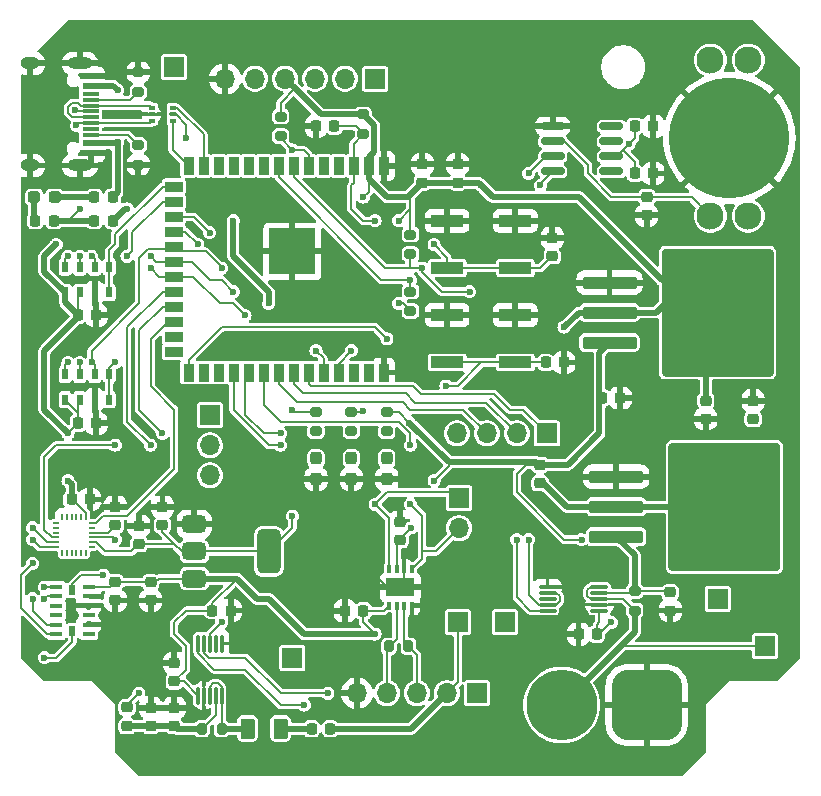
<source format=gbr>
%TF.GenerationSoftware,KiCad,Pcbnew,8.0.7*%
%TF.CreationDate,2025-01-05T22:37:43-08:00*%
%TF.ProjectId,Test Rocket Board,54657374-2052-46f6-936b-657420426f61,rev?*%
%TF.SameCoordinates,Original*%
%TF.FileFunction,Copper,L1,Top*%
%TF.FilePolarity,Positive*%
%FSLAX46Y46*%
G04 Gerber Fmt 4.6, Leading zero omitted, Abs format (unit mm)*
G04 Created by KiCad (PCBNEW 8.0.7) date 2025-01-05 22:37:43*
%MOMM*%
%LPD*%
G01*
G04 APERTURE LIST*
G04 Aperture macros list*
%AMRoundRect*
0 Rectangle with rounded corners*
0 $1 Rounding radius*
0 $2 $3 $4 $5 $6 $7 $8 $9 X,Y pos of 4 corners*
0 Add a 4 corners polygon primitive as box body*
4,1,4,$2,$3,$4,$5,$6,$7,$8,$9,$2,$3,0*
0 Add four circle primitives for the rounded corners*
1,1,$1+$1,$2,$3*
1,1,$1+$1,$4,$5*
1,1,$1+$1,$6,$7*
1,1,$1+$1,$8,$9*
0 Add four rect primitives between the rounded corners*
20,1,$1+$1,$2,$3,$4,$5,0*
20,1,$1+$1,$4,$5,$6,$7,0*
20,1,$1+$1,$6,$7,$8,$9,0*
20,1,$1+$1,$8,$9,$2,$3,0*%
G04 Aperture macros list end*
%TA.AperFunction,SMDPad,CuDef*%
%ADD10R,0.550000X0.950000*%
%TD*%
%TA.AperFunction,SMDPad,CuDef*%
%ADD11RoundRect,0.200000X0.275000X-0.200000X0.275000X0.200000X-0.275000X0.200000X-0.275000X-0.200000X0*%
%TD*%
%TA.AperFunction,SMDPad,CuDef*%
%ADD12RoundRect,0.237500X0.237500X-0.287500X0.237500X0.287500X-0.237500X0.287500X-0.237500X-0.287500X0*%
%TD*%
%TA.AperFunction,SMDPad,CuDef*%
%ADD13RoundRect,0.225000X0.250000X-0.225000X0.250000X0.225000X-0.250000X0.225000X-0.250000X-0.225000X0*%
%TD*%
%TA.AperFunction,SMDPad,CuDef*%
%ADD14RoundRect,0.200000X-0.275000X0.200000X-0.275000X-0.200000X0.275000X-0.200000X0.275000X0.200000X0*%
%TD*%
%TA.AperFunction,SMDPad,CuDef*%
%ADD15RoundRect,0.075000X-0.650000X-0.075000X0.650000X-0.075000X0.650000X0.075000X-0.650000X0.075000X0*%
%TD*%
%TA.AperFunction,SMDPad,CuDef*%
%ADD16RoundRect,0.218750X0.218750X0.256250X-0.218750X0.256250X-0.218750X-0.256250X0.218750X-0.256250X0*%
%TD*%
%TA.AperFunction,SMDPad,CuDef*%
%ADD17RoundRect,0.050000X0.050000X-0.225000X0.050000X0.225000X-0.050000X0.225000X-0.050000X-0.225000X0*%
%TD*%
%TA.AperFunction,SMDPad,CuDef*%
%ADD18RoundRect,0.050000X0.225000X0.050000X-0.225000X0.050000X-0.225000X-0.050000X0.225000X-0.050000X0*%
%TD*%
%TA.AperFunction,ComponentPad*%
%ADD19R,1.700000X1.700000*%
%TD*%
%TA.AperFunction,ComponentPad*%
%ADD20O,1.700000X1.700000*%
%TD*%
%TA.AperFunction,SMDPad,CuDef*%
%ADD21RoundRect,0.200000X0.200000X0.275000X-0.200000X0.275000X-0.200000X-0.275000X0.200000X-0.275000X0*%
%TD*%
%TA.AperFunction,SMDPad,CuDef*%
%ADD22RoundRect,0.250000X-2.050000X-0.300000X2.050000X-0.300000X2.050000X0.300000X-2.050000X0.300000X0*%
%TD*%
%TA.AperFunction,SMDPad,CuDef*%
%ADD23RoundRect,0.250000X-2.025000X-2.375000X2.025000X-2.375000X2.025000X2.375000X-2.025000X2.375000X0*%
%TD*%
%TA.AperFunction,SMDPad,CuDef*%
%ADD24RoundRect,0.250002X-4.449998X-5.149998X4.449998X-5.149998X4.449998X5.149998X-4.449998X5.149998X0*%
%TD*%
%TA.AperFunction,SMDPad,CuDef*%
%ADD25RoundRect,0.225000X-0.225000X-0.250000X0.225000X-0.250000X0.225000X0.250000X-0.225000X0.250000X0*%
%TD*%
%TA.AperFunction,SMDPad,CuDef*%
%ADD26RoundRect,0.218750X-0.256250X0.218750X-0.256250X-0.218750X0.256250X-0.218750X0.256250X0.218750X0*%
%TD*%
%TA.AperFunction,SMDPad,CuDef*%
%ADD27RoundRect,0.225000X-0.250000X0.225000X-0.250000X-0.225000X0.250000X-0.225000X0.250000X0.225000X0*%
%TD*%
%TA.AperFunction,SMDPad,CuDef*%
%ADD28RoundRect,0.218750X-0.218750X-0.256250X0.218750X-0.256250X0.218750X0.256250X-0.218750X0.256250X0*%
%TD*%
%TA.AperFunction,SMDPad,CuDef*%
%ADD29RoundRect,0.250000X0.375000X0.625000X-0.375000X0.625000X-0.375000X-0.625000X0.375000X-0.625000X0*%
%TD*%
%TA.AperFunction,SMDPad,CuDef*%
%ADD30R,0.350000X0.650000*%
%TD*%
%TA.AperFunction,SMDPad,CuDef*%
%ADD31R,2.400000X1.550000*%
%TD*%
%TA.AperFunction,SMDPad,CuDef*%
%ADD32RoundRect,0.150000X0.825000X0.150000X-0.825000X0.150000X-0.825000X-0.150000X0.825000X-0.150000X0*%
%TD*%
%TA.AperFunction,SMDPad,CuDef*%
%ADD33RoundRect,0.225000X0.225000X0.250000X-0.225000X0.250000X-0.225000X-0.250000X0.225000X-0.250000X0*%
%TD*%
%TA.AperFunction,SMDPad,CuDef*%
%ADD34C,10.200000*%
%TD*%
%TA.AperFunction,ComponentPad*%
%ADD35C,2.300000*%
%TD*%
%TA.AperFunction,SMDPad,CuDef*%
%ADD36RoundRect,0.375000X-0.625000X-0.375000X0.625000X-0.375000X0.625000X0.375000X-0.625000X0.375000X0*%
%TD*%
%TA.AperFunction,SMDPad,CuDef*%
%ADD37RoundRect,0.500000X-0.500000X-1.400000X0.500000X-1.400000X0.500000X1.400000X-0.500000X1.400000X0*%
%TD*%
%TA.AperFunction,SMDPad,CuDef*%
%ADD38RoundRect,0.075000X-0.075000X0.650000X-0.075000X-0.650000X0.075000X-0.650000X0.075000X0.650000X0*%
%TD*%
%TA.AperFunction,ComponentPad*%
%ADD39RoundRect,1.500000X1.500000X1.500000X-1.500000X1.500000X-1.500000X-1.500000X1.500000X-1.500000X0*%
%TD*%
%TA.AperFunction,ComponentPad*%
%ADD40C,6.000000*%
%TD*%
%TA.AperFunction,SMDPad,CuDef*%
%ADD41RoundRect,0.237500X0.287500X0.237500X-0.287500X0.237500X-0.287500X-0.237500X0.287500X-0.237500X0*%
%TD*%
%TA.AperFunction,SMDPad,CuDef*%
%ADD42RoundRect,0.093750X-0.156250X-0.093750X0.156250X-0.093750X0.156250X0.093750X-0.156250X0.093750X0*%
%TD*%
%TA.AperFunction,SMDPad,CuDef*%
%ADD43RoundRect,0.075000X-0.250000X-0.075000X0.250000X-0.075000X0.250000X0.075000X-0.250000X0.075000X0*%
%TD*%
%TA.AperFunction,SMDPad,CuDef*%
%ADD44R,2.750000X1.000000*%
%TD*%
%TA.AperFunction,SMDPad,CuDef*%
%ADD45R,0.900000X1.500000*%
%TD*%
%TA.AperFunction,SMDPad,CuDef*%
%ADD46R,1.500000X0.900000*%
%TD*%
%TA.AperFunction,HeatsinkPad*%
%ADD47C,0.600000*%
%TD*%
%TA.AperFunction,SMDPad,CuDef*%
%ADD48R,3.900000X3.900000*%
%TD*%
%TA.AperFunction,SMDPad,CuDef*%
%ADD49R,1.450000X0.600000*%
%TD*%
%TA.AperFunction,SMDPad,CuDef*%
%ADD50R,1.450000X0.300000*%
%TD*%
%TA.AperFunction,ComponentPad*%
%ADD51O,2.100000X1.000000*%
%TD*%
%TA.AperFunction,ComponentPad*%
%ADD52O,1.600000X1.000000*%
%TD*%
%TA.AperFunction,SMDPad,CuDef*%
%ADD53R,1.117800X0.449200*%
%TD*%
%TA.AperFunction,SMDPad,CuDef*%
%ADD54R,0.500000X0.813000*%
%TD*%
%TA.AperFunction,ViaPad*%
%ADD55C,0.600000*%
%TD*%
%TA.AperFunction,Conductor*%
%ADD56C,0.200000*%
%TD*%
%TA.AperFunction,Conductor*%
%ADD57C,0.500000*%
%TD*%
G04 APERTURE END LIST*
D10*
%TO.P,U3,1,VDD*%
%TO.N,+3V3*%
X136750000Y-107150000D03*
%TO.P,U3,2,PS*%
X138000000Y-107150000D03*
%TO.P,U3,3,GND*%
%TO.N,GND*%
X139250000Y-107150000D03*
%TO.P,U3,4,CSB*%
%TO.N,/Barometer 1/CS*%
X140500000Y-107150000D03*
%TO.P,U3,5,CSB*%
X140500000Y-105000000D03*
%TO.P,U3,6,SDO*%
%TO.N,/ADXL375/MISO*%
X139250000Y-105000000D03*
%TO.P,U3,7,SDI/SDA*%
%TO.N,/ADXL375/MOSI*%
X138000000Y-105000000D03*
%TO.P,U3,8,SCLK*%
%TO.N,/ADXL375/SCK*%
X136750000Y-105000000D03*
%TD*%
D11*
%TO.P,R9,1*%
%TO.N,/Power/BATT_INPUT*%
X185000000Y-125000000D03*
%TO.P,R9,2*%
%TO.N,/Power/V_BATT*%
X185000000Y-123350000D03*
%TD*%
%TO.P,R3,1*%
%TO.N,+3V3*%
X166000000Y-99650000D03*
%TO.P,R3,2*%
%TO.N,/MCU/SCL*%
X166000000Y-98000000D03*
%TD*%
D12*
%TO.P,D2,1,K*%
%TO.N,GND*%
X158000000Y-113875000D03*
%TO.P,D2,2,A*%
%TO.N,Net-(D2-A)*%
X158000000Y-112125000D03*
%TD*%
D13*
%TO.P,C4,1*%
%TO.N,GND*%
X186000000Y-91550000D03*
%TO.P,C4,2*%
%TO.N,Net-(U1-VBAT)*%
X186000000Y-90000000D03*
%TD*%
D14*
%TO.P,R5,1*%
%TO.N,/Flashing/CC2*%
X142955000Y-85600000D03*
%TO.P,R5,2*%
%TO.N,GND*%
X142955000Y-87250000D03*
%TD*%
D12*
%TO.P,D4,1,K*%
%TO.N,GND*%
X164000000Y-113875000D03*
%TO.P,D4,2,A*%
%TO.N,Net-(D4-A)*%
X164000000Y-112125000D03*
%TD*%
D15*
%TO.P,U9,1,A1*%
%TO.N,GND*%
X177600000Y-123000000D03*
%TO.P,U9,2,A0*%
%TO.N,/MCU/SDA*%
X177600000Y-123500000D03*
%TO.P,U9,3,~{Alert}*%
%TO.N,unconnected-(U9-~{Alert}-Pad3)*%
X177600000Y-124000000D03*
%TO.P,U9,4,SDA*%
%TO.N,/MCU/SDA*%
X177600000Y-124500000D03*
%TO.P,U9,5,SCL*%
%TO.N,/MCU/SCL*%
X177600000Y-125000000D03*
%TO.P,U9,6,VS*%
%TO.N,+3V3*%
X182000000Y-125000000D03*
%TO.P,U9,7,GND*%
%TO.N,GND*%
X182000000Y-124500000D03*
%TO.P,U9,8,Vbus*%
%TO.N,/Power/BATT_INPUT*%
X182000000Y-124000000D03*
%TO.P,U9,9,Vin-*%
%TO.N,/Power/V_BATT*%
X182000000Y-123500000D03*
%TO.P,U9,10,Vin+*%
%TO.N,/Power/BATT_INPUT*%
X182000000Y-123000000D03*
%TD*%
D16*
%TO.P,D7,1,K*%
%TO.N,+5V*%
X140787500Y-92000000D03*
%TO.P,D7,2,A*%
%TO.N,/Flashing/V_USB*%
X139212500Y-92000000D03*
%TD*%
D11*
%TO.P,R6,1*%
%TO.N,Net-(D2-A)*%
X158000000Y-109825000D03*
%TO.P,R6,2*%
%TO.N,+1V8*%
X158000000Y-108175000D03*
%TD*%
D16*
%TO.P,F1,1*%
%TO.N,/Flashing/V_USB*%
X135787500Y-92000000D03*
%TO.P,F1,2*%
%TO.N,Net-(F1-Pad2)*%
X134212500Y-92000000D03*
%TD*%
D17*
%TO.P,U5,1,NC*%
%TO.N,unconnected-(U5-NC-Pad1)*%
X136500000Y-120100000D03*
%TO.P,U5,2,NC*%
%TO.N,unconnected-(U5-NC-Pad2)*%
X136900000Y-120100000D03*
%TO.P,U5,3,NC*%
%TO.N,unconnected-(U5-NC-Pad3)*%
X137300000Y-120100000D03*
%TO.P,U5,4,NC*%
%TO.N,unconnected-(U5-NC-Pad4)*%
X137700000Y-120100000D03*
%TO.P,U5,5,NC*%
%TO.N,unconnected-(U5-NC-Pad5)*%
X138100000Y-120100000D03*
%TO.P,U5,6,NC*%
%TO.N,unconnected-(U5-NC-Pad6)*%
X138500000Y-120100000D03*
D18*
%TO.P,U5,7,AUX_CL*%
%TO.N,unconnected-(U5-AUX_CL-Pad7)*%
X139000000Y-119600000D03*
%TO.P,U5,8,VDDIO*%
%TO.N,+1V8*%
X139000000Y-119200000D03*
%TO.P,U5,9,SDO/AD0*%
%TO.N,/ADXL375/MISO*%
X139000000Y-118800000D03*
%TO.P,U5,10,REGOUT*%
%TO.N,Net-(U5-REGOUT)*%
X139000000Y-118400000D03*
%TO.P,U5,11,FSYNC*%
%TO.N,GND*%
X139000000Y-118000000D03*
%TO.P,U5,12,INT1*%
%TO.N,/IMU (2g-16g)/INT*%
X139000000Y-117600000D03*
D17*
%TO.P,U5,13,VDD*%
%TO.N,+3V3*%
X138500000Y-117100000D03*
%TO.P,U5,14,NC*%
%TO.N,unconnected-(U5-NC-Pad14)*%
X138100000Y-117100000D03*
%TO.P,U5,15,NC*%
%TO.N,unconnected-(U5-NC-Pad15)*%
X137700000Y-117100000D03*
%TO.P,U5,16,NC*%
%TO.N,unconnected-(U5-NC-Pad16)*%
X137300000Y-117100000D03*
%TO.P,U5,17,NC*%
%TO.N,unconnected-(U5-NC-Pad17)*%
X136900000Y-117100000D03*
%TO.P,U5,18,GND*%
%TO.N,GND*%
X136500000Y-117100000D03*
D18*
%TO.P,U5,19,RESV*%
%TO.N,unconnected-(U5-RESV-Pad19)*%
X136000000Y-117600000D03*
%TO.P,U5,20,GND*%
%TO.N,GND*%
X136000000Y-118000000D03*
%TO.P,U5,21,AUX_DA*%
%TO.N,unconnected-(U5-AUX_DA-Pad21)*%
X136000000Y-118400000D03*
%TO.P,U5,22,~{CS}*%
%TO.N,/IMU (2g-16g)/CS*%
X136000000Y-118800000D03*
%TO.P,U5,23,SCL/SCLK*%
%TO.N,/ADXL375/SCK*%
X136000000Y-119200000D03*
%TO.P,U5,24,SDA/SDI*%
%TO.N,/ADXL375/MOSI*%
X136000000Y-119600000D03*
%TD*%
D19*
%TO.P,J2,1,Pin_1*%
%TO.N,/MCU/IO42*%
X177540000Y-110000000D03*
D20*
%TO.P,J2,2,Pin_2*%
%TO.N,/MCU/IO41*%
X175000000Y-110000000D03*
%TO.P,J2,3,Pin_3*%
%TO.N,/MCU/IO40*%
X172460000Y-110000000D03*
%TO.P,J2,4,Pin_4*%
%TO.N,/MCU/IO39*%
X169920000Y-110000000D03*
%TD*%
D19*
%TO.P,TP4,1,1*%
%TO.N,+1V8*%
X156000000Y-129000000D03*
%TD*%
D21*
%TO.P,R10,1*%
%TO.N,Net-(U10-Vbus)*%
X150000000Y-135000000D03*
%TO.P,R10,2*%
%TO.N,/Power/V_BUS_Out*%
X148350000Y-135000000D03*
%TD*%
D22*
%TO.P,U6,1,GND*%
%TO.N,GND*%
X182850000Y-97235000D03*
%TO.P,U6,2,VO*%
%TO.N,+3V3*%
X182850000Y-99775000D03*
D23*
X189575000Y-97000000D03*
X189575000Y-102550000D03*
D24*
X192000000Y-99775000D03*
D23*
X194425000Y-97000000D03*
X194425000Y-102550000D03*
D22*
%TO.P,U6,3,VI*%
%TO.N,+5V*%
X182850000Y-102315000D03*
%TD*%
D25*
%TO.P,C10,1*%
%TO.N,+3V3*%
X137850000Y-100000000D03*
%TO.P,C10,2*%
%TO.N,GND*%
X139400000Y-100000000D03*
%TD*%
D26*
%TO.P,D6,1,K*%
%TO.N,+5V*%
X142000000Y-133212500D03*
%TO.P,D6,2,A*%
%TO.N,/Power/V_BUS_Out*%
X142000000Y-134787500D03*
%TD*%
D27*
%TO.P,C3,1*%
%TO.N,GND*%
X170000000Y-87225000D03*
%TO.P,C3,2*%
%TO.N,+3V3*%
X170000000Y-88775000D03*
%TD*%
D26*
%TO.P,D5,1,K*%
%TO.N,+5V*%
X176968870Y-112653120D03*
%TO.P,D5,2,A*%
%TO.N,/Power/5V_LDO*%
X176968870Y-114228120D03*
%TD*%
D25*
%TO.P,C6,1*%
%TO.N,+3V3*%
X185000000Y-84000000D03*
%TO.P,C6,2*%
%TO.N,GND*%
X186550000Y-84000000D03*
%TD*%
D13*
%TO.P,C22,1*%
%TO.N,/Power/V_BUS_Out*%
X144000000Y-134775000D03*
%TO.P,C22,2*%
%TO.N,GND*%
X144000000Y-133225000D03*
%TD*%
D19*
%TO.P,J7,1,Pin_1*%
%TO.N,unconnected-(J7-Pin_1-Pad1)*%
X171620000Y-132000000D03*
D20*
%TO.P,J7,2,Pin_2*%
%TO.N,5V_BUS*%
X169080000Y-132000000D03*
%TO.P,J7,3,Pin_3*%
%TO.N,CANH*%
X166540000Y-132000000D03*
%TO.P,J7,4,Pin_4*%
%TO.N,CANL*%
X164000000Y-132000000D03*
%TO.P,J7,5,Pin_5*%
%TO.N,GND*%
X161460000Y-132000000D03*
%TD*%
D10*
%TO.P,U4,1,VDD*%
%TO.N,+3V3*%
X136750000Y-98075000D03*
%TO.P,U4,2,PS*%
X138000000Y-98075000D03*
%TO.P,U4,3,GND*%
%TO.N,GND*%
X139250000Y-98075000D03*
%TO.P,U4,4,CSB*%
%TO.N,/Barometer 2/CS*%
X140500000Y-98075000D03*
%TO.P,U4,5,CSB*%
X140500000Y-95925000D03*
%TO.P,U4,6,SDO*%
%TO.N,/ADXL375/MISO*%
X139250000Y-95925000D03*
%TO.P,U4,7,SDI/SDA*%
%TO.N,/ADXL375/MOSI*%
X138000000Y-95925000D03*
%TO.P,U4,8,SCLK*%
%TO.N,/ADXL375/SCK*%
X136750000Y-95925000D03*
%TD*%
D25*
%TO.P,C9,1*%
%TO.N,+3V3*%
X137850000Y-109150000D03*
%TO.P,C9,2*%
%TO.N,GND*%
X139400000Y-109150000D03*
%TD*%
D28*
%TO.P,D1,1,K*%
%TO.N,Net-(D1-K)*%
X139212500Y-90000000D03*
%TO.P,D1,2,A*%
%TO.N,/Flashing/VBUS*%
X140787500Y-90000000D03*
%TD*%
D29*
%TO.P,F2,1*%
%TO.N,Net-(D8-K)*%
X155000000Y-135000000D03*
%TO.P,F2,2*%
%TO.N,Net-(U10-Vbus)*%
X152200000Y-135000000D03*
%TD*%
D30*
%TO.P,U11,1,TXD*%
%TO.N,/CAN Bus/CAN_TX*%
X166125574Y-121476868D03*
%TO.P,U11,2,VSS*%
%TO.N,GND*%
X165475574Y-121476868D03*
%TO.P,U11,3,VDD*%
%TO.N,+5V*%
X164825574Y-121476868D03*
%TO.P,U11,4,RXD*%
%TO.N,/CAN Bus/CAN_RX*%
X164175574Y-121476868D03*
%TO.P,U11,5,VIO*%
%TO.N,+3V3*%
X164175574Y-124576868D03*
%TO.P,U11,6,CANL*%
%TO.N,CANL*%
X164825574Y-124576868D03*
%TO.P,U11,7,CANH*%
%TO.N,CANH*%
X165475574Y-124576868D03*
%TO.P,U11,8,STBY*%
%TO.N,GND*%
X166125574Y-124576868D03*
D31*
%TO.P,U11,9,VSS*%
X165150574Y-123026868D03*
%TD*%
D21*
%TO.P,R12,1*%
%TO.N,CANH*%
X165825000Y-128046430D03*
%TO.P,R12,2*%
%TO.N,CANL*%
X164175000Y-128046430D03*
%TD*%
D27*
%TO.P,C18,1*%
%TO.N,GND*%
X195000000Y-107225000D03*
%TO.P,C18,2*%
%TO.N,/Power/5V_LDO*%
X195000000Y-108775000D03*
%TD*%
D32*
%TO.P,U1,1,32KHZ*%
%TO.N,unconnected-(U1-32KHZ-Pad1)*%
X183000000Y-87810000D03*
%TO.P,U1,2,VCC*%
%TO.N,+3V3*%
X183000000Y-86540000D03*
%TO.P,U1,3,~{INT}/SQW*%
%TO.N,unconnected-(U1-~{INT}{slash}SQW-Pad3)*%
X183000000Y-85270000D03*
%TO.P,U1,4,~{RST}*%
%TO.N,unconnected-(U1-~{RST}-Pad4)*%
X183000000Y-84000000D03*
%TO.P,U1,5,GND*%
%TO.N,GND*%
X178050000Y-84000000D03*
%TO.P,U1,6,VBAT*%
%TO.N,Net-(U1-VBAT)*%
X178050000Y-85270000D03*
%TO.P,U1,7,SDA*%
%TO.N,/MCU/SDA*%
X178050000Y-86540000D03*
%TO.P,U1,8,SCL*%
%TO.N,/MCU/SCL*%
X178050000Y-87810000D03*
%TD*%
D33*
%TO.P,C20,1*%
%TO.N,+3V3*%
X181775000Y-127000000D03*
%TO.P,C20,2*%
%TO.N,GND*%
X180225000Y-127000000D03*
%TD*%
D25*
%TO.P,C5,1*%
%TO.N,+3V3*%
X185000000Y-88000000D03*
%TO.P,C5,2*%
%TO.N,GND*%
X186550000Y-88000000D03*
%TD*%
D27*
%TO.P,C7,1*%
%TO.N,GND*%
X178000000Y-93450000D03*
%TO.P,C7,2*%
%TO.N,Net-(JP3-A)*%
X178000000Y-95000000D03*
%TD*%
D34*
%TO.P,BT1,N*%
%TO.N,GND*%
X193000000Y-85000000D03*
D35*
%TO.P,BT1,P1*%
%TO.N,Net-(U1-VBAT)*%
X191400000Y-91600000D03*
%TO.P,BT1,P2*%
%TO.N,N/C*%
X194600000Y-91600000D03*
%TO.P,BT1,P3*%
X194600000Y-78400000D03*
%TO.P,BT1,P4*%
X191400000Y-78400000D03*
%TD*%
D36*
%TO.P,U8,1,GND*%
%TO.N,GND*%
X147700000Y-117700000D03*
%TO.P,U8,2,VO*%
%TO.N,+1V8*%
X147700000Y-120000000D03*
D37*
X154000000Y-120000000D03*
D36*
%TO.P,U8,3,VI*%
%TO.N,+3V3*%
X147700000Y-122300000D03*
%TD*%
D38*
%TO.P,U10,1,A1*%
%TO.N,GND*%
X150000000Y-127800000D03*
%TO.P,U10,2,A0*%
X149500000Y-127800000D03*
%TO.P,U10,3,~{Alert}*%
%TO.N,/MCU/INA_INT*%
X149000000Y-127800000D03*
%TO.P,U10,4,SDA*%
%TO.N,/MCU/SDA*%
X148500000Y-127800000D03*
%TO.P,U10,5,SCL*%
%TO.N,/MCU/SCL*%
X148000000Y-127800000D03*
%TO.P,U10,6,VS*%
%TO.N,+3V3*%
X148000000Y-132200000D03*
%TO.P,U10,7,GND*%
%TO.N,GND*%
X148500000Y-132200000D03*
%TO.P,U10,8,Vbus*%
%TO.N,Net-(U10-Vbus)*%
X149000000Y-132200000D03*
%TO.P,U10,9,Vin-*%
%TO.N,/Power/V_BUS_Out*%
X149500000Y-132200000D03*
%TO.P,U10,10,Vin+*%
%TO.N,Net-(U10-Vbus)*%
X150000000Y-132200000D03*
%TD*%
D27*
%TO.P,C2,1*%
%TO.N,GND*%
X167000000Y-87228652D03*
%TO.P,C2,2*%
%TO.N,+3V3*%
X167000000Y-88778652D03*
%TD*%
D19*
%TO.P,J1,1,Pin_1*%
%TO.N,/ADXL375/MISO*%
X149000000Y-108475000D03*
D20*
%TO.P,J1,2,Pin_2*%
%TO.N,/ADXL375/SCK*%
X149000000Y-111015000D03*
%TO.P,J1,3,Pin_3*%
%TO.N,/ADXL375/MOSI*%
X149000000Y-113555000D03*
%TD*%
D13*
%TO.P,C23,1*%
%TO.N,+3V3*%
X146000000Y-131000000D03*
%TO.P,C23,2*%
%TO.N,GND*%
X146000000Y-129450000D03*
%TD*%
D27*
%TO.P,C11,1*%
%TO.N,GND*%
X143000000Y-117825000D03*
%TO.P,C11,2*%
%TO.N,+1V8*%
X143000000Y-119375000D03*
%TD*%
D39*
%TO.P,J5,1,Pin_1*%
%TO.N,GND*%
X186000000Y-133000000D03*
D40*
%TO.P,J5,2,Pin_2*%
%TO.N,/Power/BATT_INPUT*%
X178800000Y-133000000D03*
%TD*%
D27*
%TO.P,C27,1*%
%TO.N,+3V3*%
X141000000Y-122600000D03*
%TO.P,C27,2*%
%TO.N,GND*%
X141000000Y-124150000D03*
%TD*%
D19*
%TO.P,J6,1,Pin_1*%
%TO.N,/CAN Bus/CAN_RX*%
X170110000Y-115485000D03*
D20*
%TO.P,J6,2,Pin_2*%
%TO.N,/CAN Bus/CAN_TX*%
X170110000Y-118025000D03*
%TD*%
D19*
%TO.P,5V1,1,1*%
%TO.N,+5V*%
X192000000Y-124000000D03*
%TD*%
D11*
%TO.P,R7,1*%
%TO.N,Net-(D3-A)*%
X161000000Y-109825000D03*
%TO.P,R7,2*%
%TO.N,+3V3*%
X161000000Y-108175000D03*
%TD*%
D19*
%TO.P,TP5,1,1*%
%TO.N,/Flashing/V_USB*%
X146000000Y-79000000D03*
%TD*%
D13*
%TO.P,C21,1*%
%TO.N,/Power/V_BUS_Out*%
X146000000Y-134775000D03*
%TO.P,C21,2*%
%TO.N,GND*%
X146000000Y-133225000D03*
%TD*%
D41*
%TO.P,FB1,1*%
%TO.N,Net-(D1-K)*%
X135875000Y-90000000D03*
%TO.P,FB1,2*%
%TO.N,Net-(F1-Pad2)*%
X134125000Y-90000000D03*
%TD*%
D42*
%TO.P,U2,1,I/O1*%
%TO.N,/Flashing/USB-*%
X144151036Y-82445306D03*
D43*
%TO.P,U2,2,GND*%
%TO.N,GND*%
X144076036Y-82982806D03*
D42*
%TO.P,U2,3,I/O2*%
%TO.N,/Flashing/USB+*%
X144151036Y-83520306D03*
%TO.P,U2,4,I/O2*%
%TO.N,/Flashing/D+*%
X145851036Y-83520306D03*
D43*
%TO.P,U2,5,VBUS*%
%TO.N,/Flashing/V_USB*%
X145926036Y-82982806D03*
D42*
%TO.P,U2,6,I/O1*%
%TO.N,/Flashing/D-*%
X145851036Y-82445306D03*
%TD*%
D12*
%TO.P,D3,1,K*%
%TO.N,GND*%
X161000000Y-113875000D03*
%TO.P,D3,2,A*%
%TO.N,Net-(D3-A)*%
X161000000Y-112125000D03*
%TD*%
D13*
%TO.P,C25,1*%
%TO.N,+5V*%
X165110000Y-119025000D03*
%TO.P,C25,2*%
%TO.N,GND*%
X165110000Y-117475000D03*
%TD*%
D11*
%TO.P,R8,1*%
%TO.N,Net-(D4-A)*%
X164000000Y-109825000D03*
%TO.P,R8,2*%
%TO.N,+5V*%
X164000000Y-108175000D03*
%TD*%
%TO.P,R4,1*%
%TO.N,/Flashing/CC1*%
X142955000Y-81075000D03*
%TO.P,R4,2*%
%TO.N,GND*%
X142955000Y-79425000D03*
%TD*%
%TO.P,R11,1*%
%TO.N,/MCU/INA_INT*%
X155000000Y-84825000D03*
%TO.P,R11,2*%
%TO.N,+3V3*%
X155000000Y-83175000D03*
%TD*%
D13*
%TO.P,C15,1*%
%TO.N,GND*%
X188000000Y-125000000D03*
%TO.P,C15,2*%
%TO.N,/Power/V_BATT*%
X188000000Y-123450000D03*
%TD*%
D44*
%TO.P,SW2,1,1*%
%TO.N,GND*%
X169120000Y-100000000D03*
X174880000Y-100000000D03*
%TO.P,SW2,2,2*%
%TO.N,Net-(JP4-A)*%
X169120000Y-104000000D03*
X174880000Y-104000000D03*
%TD*%
D22*
%TO.P,U7,1,GND*%
%TO.N,GND*%
X183425000Y-113685000D03*
%TO.P,U7,2,VO*%
%TO.N,/Power/5V_LDO*%
X183425000Y-116225000D03*
D23*
X190150000Y-113450000D03*
X190150000Y-119000000D03*
D24*
X192575000Y-116225000D03*
D23*
X195000000Y-113450000D03*
X195000000Y-119000000D03*
D22*
%TO.P,U7,3,VI*%
%TO.N,/Power/V_BATT*%
X183425000Y-118765000D03*
%TD*%
D13*
%TO.P,C13,1*%
%TO.N,Net-(U5-REGOUT)*%
X141000000Y-117775000D03*
%TO.P,C13,2*%
%TO.N,GND*%
X141000000Y-116225000D03*
%TD*%
D19*
%TO.P,TP1,1,1*%
%TO.N,5V_BUS*%
X170000000Y-126000000D03*
%TD*%
D14*
%TO.P,R2,1*%
%TO.N,+3V3*%
X166000000Y-93175000D03*
%TO.P,R2,2*%
%TO.N,/MCU/SDA*%
X166000000Y-94825000D03*
%TD*%
D44*
%TO.P,SW1,1,1*%
%TO.N,GND*%
X169120000Y-92000000D03*
X174880000Y-92000000D03*
%TO.P,SW1,2,2*%
%TO.N,Net-(JP3-A)*%
X169120000Y-96000000D03*
X174880000Y-96000000D03*
%TD*%
D19*
%TO.P,J4,1,Pin_1*%
%TO.N,unconnected-(J4-Pin_1-Pad1)*%
X163000000Y-79975000D03*
D20*
%TO.P,J4,2,Pin_2*%
%TO.N,Net-(J4-Pin_2)*%
X160460000Y-79975000D03*
%TO.P,J4,3,Pin_3*%
%TO.N,Net-(J4-Pin_3)*%
X157920000Y-79975000D03*
%TO.P,J4,4,Pin_4*%
%TO.N,+3V3*%
X155380000Y-79975000D03*
%TO.P,J4,5,Pin_5*%
%TO.N,unconnected-(J4-Pin_5-Pad5)*%
X152840000Y-79975000D03*
%TO.P,J4,6,Pin_6*%
%TO.N,GND*%
X150300000Y-79975000D03*
%TD*%
D19*
%TO.P,TP2,1,1*%
%TO.N,+3V3*%
X174000000Y-126000000D03*
%TD*%
D27*
%TO.P,C26,1*%
%TO.N,+3V3*%
X144000000Y-122600000D03*
%TO.P,C26,2*%
%TO.N,GND*%
X144000000Y-124150000D03*
%TD*%
D25*
%TO.P,C16,1*%
%TO.N,+3V3*%
X149225000Y-125000000D03*
%TO.P,C16,2*%
%TO.N,GND*%
X150775000Y-125000000D03*
%TD*%
D45*
%TO.P,IC1,1,GND_1*%
%TO.N,GND*%
X163720000Y-87350000D03*
%TO.P,IC1,2,3V3*%
%TO.N,+3V3*%
X162450000Y-87350000D03*
%TO.P,IC1,3,EN*%
%TO.N,/Flashing/EN*%
X161180000Y-87350000D03*
%TO.P,IC1,4,IO4*%
%TO.N,unconnected-(IC1-IO4-Pad4)*%
X159910000Y-87350000D03*
%TO.P,IC1,5,IO5*%
%TO.N,unconnected-(IC1-IO5-Pad5)*%
X158640000Y-87350000D03*
%TO.P,IC1,6,IO6*%
%TO.N,/MCU/INA_INT*%
X157370000Y-87350000D03*
%TO.P,IC1,7,IO7*%
%TO.N,/MCU/SDA*%
X156100000Y-87350000D03*
%TO.P,IC1,8,IO15*%
%TO.N,/MCU/SCL*%
X154830000Y-87350000D03*
%TO.P,IC1,9,IO16*%
%TO.N,unconnected-(IC1-IO16-Pad9)*%
X153560000Y-87350000D03*
%TO.P,IC1,10,IO17*%
%TO.N,unconnected-(IC1-IO17-Pad10)*%
X152290000Y-87350000D03*
%TO.P,IC1,11,IO18*%
%TO.N,unconnected-(IC1-IO18-Pad11)*%
X151020000Y-87350000D03*
%TO.P,IC1,12,IO8*%
%TO.N,unconnected-(IC1-IO8-Pad12)*%
X149750000Y-87350000D03*
%TO.P,IC1,13,IO19*%
%TO.N,/Flashing/D-*%
X148480000Y-87350000D03*
%TO.P,IC1,14,IO20*%
%TO.N,/Flashing/D+*%
X147210000Y-87350000D03*
D46*
%TO.P,IC1,15,IO3*%
%TO.N,/Barometer 2/CS*%
X145960000Y-89115000D03*
%TO.P,IC1,16,IO46*%
%TO.N,/Barometer 1/CS*%
X145960000Y-90385000D03*
%TO.P,IC1,17,IO9*%
%TO.N,/ADXL375/CS*%
X145960000Y-91655000D03*
%TO.P,IC1,18,IO10*%
%TO.N,/IMU (2g-16g)/CS*%
X145960000Y-92925000D03*
%TO.P,IC1,19,IO11*%
%TO.N,/ADXL375/MISO*%
X145960000Y-94195000D03*
%TO.P,IC1,20,IO12*%
%TO.N,/ADXL375/SCK*%
X145960000Y-95465000D03*
%TO.P,IC1,21,IO13*%
%TO.N,/ADXL375/MOSI*%
X145960000Y-96735000D03*
%TO.P,IC1,22,IO14*%
%TO.N,/ADXL375/INT1*%
X145960000Y-98005000D03*
%TO.P,IC1,23,IO21*%
%TO.N,/ADXL375/INT2*%
X145960000Y-99275000D03*
%TO.P,IC1,24,IO47*%
%TO.N,/IMU (2g-16g)/INT*%
X145960000Y-100545000D03*
%TO.P,IC1,25,IO48*%
%TO.N,unconnected-(IC1-IO48-Pad25)*%
X145960000Y-101815000D03*
%TO.P,IC1,26,IO45*%
%TO.N,unconnected-(IC1-IO45-Pad26)*%
X145960000Y-103085000D03*
D45*
%TO.P,IC1,27,IO0*%
%TO.N,/Flashing/IO0*%
X147210000Y-104850000D03*
%TO.P,IC1,28,IO35*%
%TO.N,unconnected-(IC1-IO35-Pad28)*%
X148480000Y-104850000D03*
%TO.P,IC1,29,IO36*%
%TO.N,unconnected-(IC1-IO36-Pad29)*%
X149750000Y-104850000D03*
%TO.P,IC1,30,IO37*%
%TO.N,/CAN Bus/CAN_RX*%
X151020000Y-104850000D03*
%TO.P,IC1,31,IO38*%
%TO.N,/CAN Bus/CAN_TX*%
X152290000Y-104850000D03*
%TO.P,IC1,32,IO39*%
%TO.N,/MCU/IO39*%
X153560000Y-104850000D03*
%TO.P,IC1,33,IO40*%
%TO.N,/MCU/IO40*%
X154830000Y-104850000D03*
%TO.P,IC1,34,IO41*%
%TO.N,/MCU/IO41*%
X156100000Y-104850000D03*
%TO.P,IC1,35,IO42*%
%TO.N,/MCU/IO42*%
X157370000Y-104850000D03*
%TO.P,IC1,36,RXD0*%
%TO.N,/Flashing/ESP_RX*%
X158640000Y-104850000D03*
%TO.P,IC1,37,TXD0*%
%TO.N,/Flashing/ESP_TX*%
X159910000Y-104850000D03*
%TO.P,IC1,38,IO2*%
%TO.N,unconnected-(IC1-IO2-Pad38)*%
X161180000Y-104850000D03*
%TO.P,IC1,39,IO1*%
%TO.N,unconnected-(IC1-IO1-Pad39)*%
X162450000Y-104850000D03*
%TO.P,IC1,40,GND_2*%
%TO.N,GND*%
X163720000Y-104850000D03*
D47*
%TO.P,IC1,41,GND_3*%
X156700000Y-93200000D03*
X155300000Y-93200000D03*
X157400000Y-93900000D03*
X156000000Y-93900000D03*
X154600000Y-93900000D03*
X156700000Y-94600000D03*
D48*
X156000000Y-94600000D03*
D47*
X155300000Y-94600000D03*
X157400000Y-95300000D03*
X156000000Y-95300000D03*
X154600000Y-95300000D03*
X156700000Y-96000000D03*
X155300000Y-96000000D03*
%TD*%
D25*
%TO.P,C12,1*%
%TO.N,+3V3*%
X137305000Y-115600000D03*
%TO.P,C12,2*%
%TO.N,GND*%
X138855000Y-115600000D03*
%TD*%
D28*
%TO.P,D8,1,K*%
%TO.N,Net-(D8-K)*%
X157625000Y-135000000D03*
%TO.P,D8,2,A*%
%TO.N,5V_BUS*%
X159200000Y-135000000D03*
%TD*%
D25*
%TO.P,C24,1*%
%TO.N,GND*%
X160450000Y-125025000D03*
%TO.P,C24,2*%
%TO.N,+3V3*%
X162000000Y-125025000D03*
%TD*%
%TO.P,C1,1*%
%TO.N,GND*%
X158000000Y-84000000D03*
%TO.P,C1,2*%
%TO.N,/Flashing/EN*%
X159550000Y-84000000D03*
%TD*%
D13*
%TO.P,C19,1*%
%TO.N,+1V8*%
X145000000Y-117775000D03*
%TO.P,C19,2*%
%TO.N,GND*%
X145000000Y-116225000D03*
%TD*%
%TO.P,C17,1*%
%TO.N,GND*%
X191000000Y-108775000D03*
%TO.P,C17,2*%
%TO.N,+3V3*%
X191000000Y-107225000D03*
%TD*%
D49*
%TO.P,J3,A1,GND*%
%TO.N,GND*%
X138915000Y-79750000D03*
%TO.P,J3,A4,VBUS*%
%TO.N,/Flashing/VBUS*%
X138915000Y-80550000D03*
D50*
%TO.P,J3,A5,CC1*%
%TO.N,/Flashing/CC1*%
X138915000Y-81750000D03*
%TO.P,J3,A6,D+*%
%TO.N,/Flashing/USB+*%
X138915000Y-82750000D03*
%TO.P,J3,A7,D-*%
%TO.N,/Flashing/USB-*%
X138915000Y-83250000D03*
%TO.P,J3,A8,SBU1*%
%TO.N,unconnected-(J3-SBU1-PadA8)*%
X138915000Y-84250000D03*
D49*
%TO.P,J3,A9,VBUS*%
%TO.N,/Flashing/VBUS*%
X138915000Y-85450000D03*
%TO.P,J3,A12,GND*%
%TO.N,GND*%
X138915000Y-86250000D03*
%TO.P,J3,B1,GND*%
X138915000Y-86250000D03*
%TO.P,J3,B4,VBUS*%
%TO.N,/Flashing/VBUS*%
X138915000Y-85450000D03*
D50*
%TO.P,J3,B5,CC2*%
%TO.N,/Flashing/CC2*%
X138915000Y-84750000D03*
%TO.P,J3,B6,D+*%
%TO.N,/Flashing/USB+*%
X138915000Y-83750000D03*
%TO.P,J3,B7,D-*%
%TO.N,/Flashing/USB-*%
X138915000Y-82250000D03*
%TO.P,J3,B8,SBU2*%
%TO.N,unconnected-(J3-SBU2-PadB8)*%
X138915000Y-81250000D03*
D49*
%TO.P,J3,B9,VBUS*%
%TO.N,/Flashing/VBUS*%
X138915000Y-80550000D03*
%TO.P,J3,B12,GND*%
%TO.N,GND*%
X138915000Y-79750000D03*
D51*
%TO.P,J3,S1,SHIELD*%
X138000000Y-78680000D03*
D52*
X133820000Y-78680000D03*
D51*
X138000000Y-87320000D03*
D52*
X133820000Y-87320000D03*
%TD*%
D19*
%TO.P,TP3,1,1*%
%TO.N,/Power/BATT_INPUT*%
X196000000Y-128000000D03*
%TD*%
D33*
%TO.P,C8,1*%
%TO.N,GND*%
X179000000Y-104000000D03*
%TO.P,C8,2*%
%TO.N,Net-(JP4-A)*%
X177450000Y-104000000D03*
%TD*%
%TO.P,C14,1*%
%TO.N,GND*%
X183775000Y-107000000D03*
%TO.P,C14,2*%
%TO.N,+5V*%
X182225000Y-107000000D03*
%TD*%
D53*
%TO.P,U12,1,VDDI/O*%
%TO.N,+3V3*%
X138741802Y-127000000D03*
%TO.P,U12,2,GND*%
%TO.N,GND*%
X138741802Y-126199999D03*
%TO.P,U12,3,RESERVED*%
%TO.N,unconnected-(U12-RESERVED-Pad3)*%
X138741802Y-125399998D03*
%TO.P,U12,4,GND*%
%TO.N,GND*%
X138741802Y-124600000D03*
%TO.P,U12,5,GND*%
X138741802Y-123799999D03*
%TO.P,U12,6,VS*%
%TO.N,+3V3*%
X138741802Y-123000000D03*
D54*
%TO.P,U12,7,\u002ACS*%
%TO.N,/ADXL375/CS*%
X137370901Y-123281501D03*
D53*
%TO.P,U12,8,INT1*%
%TO.N,/ADXL375/INT1*%
X136000000Y-122999998D03*
%TO.P,U12,9,INT2*%
%TO.N,/ADXL375/INT2*%
X136000000Y-123799999D03*
%TO.P,U12,10,NC*%
%TO.N,unconnected-(U12-NC-Pad10)*%
X136000000Y-124600000D03*
%TO.P,U12,11,RESERVED*%
%TO.N,unconnected-(U12-RESERVED-Pad11)*%
X136000000Y-125399998D03*
%TO.P,U12,12,SDO/ALTADDRESS*%
%TO.N,/ADXL375/MISO*%
X136000000Y-126199999D03*
%TO.P,U12,13,SDA/SDI/SDIO*%
%TO.N,/ADXL375/MOSI*%
X136000000Y-126999998D03*
D54*
%TO.P,U12,14,SCL/SCLK*%
%TO.N,/ADXL375/SCK*%
X137370901Y-126718497D03*
%TD*%
D14*
%TO.P,R1,1*%
%TO.N,+3V3*%
X162000000Y-83000000D03*
%TO.P,R1,2*%
%TO.N,/Flashing/EN*%
X162000000Y-84650000D03*
%TD*%
D55*
%TO.N,/Flashing/VBUS*%
X141194898Y-85350000D03*
X141194898Y-80929128D03*
%TO.N,/Flashing/V_USB*%
X138000000Y-91000000D03*
X147000000Y-85000000D03*
%TO.N,Net-(JP3-A)*%
X168000000Y-94000000D03*
%TO.N,/MCU/SDA*%
X176000000Y-119000000D03*
X167000000Y-96000000D03*
X176000000Y-88000000D03*
X171000000Y-98000000D03*
X159000000Y-132000000D03*
%TO.N,GND*%
X166000000Y-120000000D03*
X143000000Y-83000000D03*
X163000000Y-122000000D03*
%TO.N,Net-(JP4-A)*%
X169000000Y-106000000D03*
%TO.N,+1V8*%
X156000000Y-108000000D03*
X156000000Y-117000000D03*
%TO.N,+5V*%
X142000000Y-91000000D03*
X165912500Y-109087500D03*
X143000000Y-132000000D03*
X166019883Y-118009944D03*
X154000000Y-99000000D03*
X168000000Y-114000000D03*
X180500000Y-119000000D03*
X151000000Y-92000000D03*
%TO.N,+3V3*%
X165000000Y-92000000D03*
X184500000Y-85500000D03*
X172000000Y-89000000D03*
X165000000Y-99000000D03*
X136000000Y-94000000D03*
X162000000Y-108075000D03*
X183000000Y-126000000D03*
X162000000Y-90000000D03*
X137000000Y-114000000D03*
X179000000Y-101000000D03*
X163000000Y-127000000D03*
X137000000Y-110000000D03*
%TO.N,/MCU/SCL*%
X177000000Y-89000000D03*
X166000000Y-97000000D03*
X175000000Y-119000000D03*
X157000000Y-133000000D03*
%TO.N,/Flashing/USB+*%
X137592184Y-82618065D03*
X137720102Y-83929128D03*
%TO.N,/Flashing/EN*%
X163000000Y-92000000D03*
%TO.N,/Flashing/IO0*%
X164000000Y-102000000D03*
%TO.N,/Flashing/ESP_TX*%
X161000000Y-103000000D03*
%TO.N,/Flashing/ESP_RX*%
X158000000Y-103000000D03*
%TO.N,/Barometer 1/CS*%
X142000000Y-95000000D03*
X141000000Y-104000000D03*
%TO.N,/IMU (2g-16g)/CS*%
X141000000Y-111000000D03*
X148000000Y-94000000D03*
%TO.N,/CAN Bus/CAN_TX*%
X166000000Y-116000000D03*
X155000000Y-110000000D03*
%TO.N,/CAN Bus/CAN_RX*%
X155000000Y-111000000D03*
X163000000Y-116000000D03*
%TO.N,/ADXL375/CS*%
X149000000Y-93000000D03*
X140000000Y-122000000D03*
%TO.N,/ADXL375/INT2*%
X135000000Y-124000000D03*
X145000000Y-110000000D03*
%TO.N,/ADXL375/SCK*%
X151000000Y-98000000D03*
X134000000Y-118000000D03*
X135000000Y-129000000D03*
X144000000Y-95000000D03*
X137000000Y-104000000D03*
X137000000Y-95000000D03*
%TO.N,/ADXL375/MOSI*%
X152000000Y-100000000D03*
X138000000Y-95000000D03*
X138000000Y-104000000D03*
X134000000Y-119000000D03*
X144000000Y-96000000D03*
X134000000Y-121000000D03*
%TO.N,/ADXL375/INT1*%
X135000000Y-123000000D03*
X144000000Y-111000000D03*
%TO.N,/ADXL375/MISO*%
X139000000Y-104000000D03*
X139000000Y-95000000D03*
X141000000Y-119000000D03*
X150000000Y-96000000D03*
X134000000Y-124000000D03*
%TO.N,/MCU/INA_INT*%
X150000000Y-126000000D03*
X156000000Y-86000000D03*
%TO.N,/MCU/IO39*%
X166000000Y-111000000D03*
%TD*%
D56*
%TO.N,+3V3*%
X148000000Y-132200000D02*
X146800000Y-131000000D01*
X146800000Y-131000000D02*
X146000000Y-131000000D01*
D57*
%TO.N,Net-(D1-K)*%
X139212500Y-90000000D02*
X135875000Y-90000000D01*
%TO.N,/Flashing/VBUS*%
X140815770Y-80550000D02*
X141194898Y-80929128D01*
X141194898Y-89592602D02*
X140787500Y-90000000D01*
X141094898Y-85450000D02*
X141194898Y-85350000D01*
X138915000Y-80550000D02*
X140815770Y-80550000D01*
X138915000Y-85450000D02*
X141094898Y-85450000D01*
X141194898Y-85350000D02*
X141194898Y-89592602D01*
%TO.N,Net-(F1-Pad2)*%
X134125000Y-91912500D02*
X134212500Y-92000000D01*
X134125000Y-90000000D02*
X134125000Y-91912500D01*
D56*
%TO.N,/Flashing/V_USB*%
X147000000Y-83859824D02*
X147000000Y-85000000D01*
X145926036Y-82982806D02*
X146122982Y-82982806D01*
D57*
X135787500Y-92000000D02*
X137000000Y-92000000D01*
X137000000Y-92000000D02*
X139212500Y-92000000D01*
D56*
X138000000Y-91000000D02*
X137000000Y-92000000D01*
X146122982Y-82982806D02*
X147000000Y-83859824D01*
%TO.N,Net-(JP3-A)*%
X177000000Y-96000000D02*
X178000000Y-95000000D01*
X168000000Y-94000000D02*
X169120000Y-95120000D01*
X174880000Y-96000000D02*
X177000000Y-96000000D01*
X169120000Y-95120000D02*
X169120000Y-96000000D01*
X169120000Y-96000000D02*
X174880000Y-96000000D01*
%TO.N,/MCU/SDA*%
X148500000Y-127800000D02*
X148500000Y-128557410D01*
X163800000Y-96000000D02*
X166000000Y-96000000D01*
X171000000Y-98000000D02*
X168645000Y-98000000D01*
X178625000Y-124232410D02*
X178357410Y-124500000D01*
X148500000Y-128557410D02*
X148942590Y-129000000D01*
X156100000Y-87350000D02*
X156100000Y-88300000D01*
X168645000Y-98000000D02*
X167000000Y-96355000D01*
X176000000Y-123657410D02*
X176842590Y-124500000D01*
X177600000Y-123500000D02*
X178357410Y-123500000D01*
X156100000Y-88300000D02*
X163800000Y-96000000D01*
X176000000Y-88000000D02*
X177460000Y-86540000D01*
X166000000Y-96000000D02*
X167000000Y-96000000D01*
X176000000Y-119000000D02*
X176000000Y-123657410D01*
X178357410Y-124500000D02*
X177600000Y-124500000D01*
X178357410Y-123500000D02*
X178625000Y-123767590D01*
X167000000Y-96355000D02*
X167000000Y-96000000D01*
X178625000Y-123767590D02*
X178625000Y-124232410D01*
X166000000Y-94825000D02*
X166000000Y-96000000D01*
X177460000Y-86540000D02*
X178050000Y-86540000D01*
X176842590Y-124500000D02*
X177600000Y-124500000D01*
X159000000Y-132000000D02*
X155000000Y-132000000D01*
X155000000Y-132000000D02*
X152000000Y-129000000D01*
X148942590Y-129000000D02*
X152000000Y-129000000D01*
%TO.N,GND*%
X144076036Y-82982806D02*
X143017194Y-82982806D01*
X165475574Y-120524426D02*
X166000000Y-120000000D01*
X165475574Y-122701868D02*
X165475574Y-121476868D01*
X165150574Y-123026868D02*
X165475574Y-122701868D01*
X165150574Y-123026868D02*
X164026868Y-123026868D01*
X164026868Y-123026868D02*
X163000000Y-122000000D01*
X143017194Y-82982806D02*
X143000000Y-83000000D01*
X165475574Y-121476868D02*
X165475574Y-120524426D01*
%TO.N,Net-(JP4-A)*%
X174880000Y-104000000D02*
X177450000Y-104000000D01*
X169120000Y-104000000D02*
X172000000Y-104000000D01*
X170000000Y-106000000D02*
X172000000Y-104000000D01*
X169000000Y-106000000D02*
X170000000Y-106000000D01*
X172000000Y-104000000D02*
X174880000Y-104000000D01*
%TO.N,+1V8*%
X156175000Y-108175000D02*
X156000000Y-108000000D01*
X158000000Y-108175000D02*
X156175000Y-108175000D01*
X154000000Y-120000000D02*
X156000000Y-118000000D01*
X147700000Y-120000000D02*
X154000000Y-120000000D01*
X140171360Y-120000000D02*
X142375000Y-120000000D01*
X142375000Y-120000000D02*
X143000000Y-119375000D01*
X146625000Y-120000000D02*
X147700000Y-120000000D01*
X145000000Y-117775000D02*
X145000000Y-118375000D01*
X156000000Y-118000000D02*
X156000000Y-117000000D01*
X146000000Y-119375000D02*
X146625000Y-120000000D01*
X143000000Y-119375000D02*
X146000000Y-119375000D01*
X139000000Y-119200000D02*
X139371360Y-119200000D01*
X139371360Y-119200000D02*
X140171360Y-120000000D01*
X145000000Y-118375000D02*
X146000000Y-119375000D01*
%TO.N,Net-(U5-REGOUT)*%
X140375000Y-118400000D02*
X141000000Y-117775000D01*
X139000000Y-118400000D02*
X140375000Y-118400000D01*
%TO.N,+5V*%
X169250000Y-112750000D02*
X169250000Y-112425000D01*
X175000000Y-115000000D02*
X175000000Y-113425000D01*
X180500000Y-119000000D02*
X179000000Y-119000000D01*
D57*
X176820688Y-112653120D02*
X176968870Y-112653120D01*
D56*
X175771880Y-112653120D02*
X176968870Y-112653120D01*
X168000000Y-114000000D02*
X169250000Y-112750000D01*
D57*
X182000000Y-110000000D02*
X179346880Y-112653120D01*
D56*
X142000000Y-133212500D02*
X142000000Y-133000000D01*
X164825574Y-121476868D02*
X164825574Y-119309426D01*
X165110000Y-119025000D02*
X165110000Y-118919827D01*
X165110000Y-118919827D02*
X166019883Y-118009944D01*
D57*
X182000000Y-103165000D02*
X182000000Y-110000000D01*
X169250000Y-112425000D02*
X176592568Y-112425000D01*
X182850000Y-102315000D02*
X182000000Y-103165000D01*
D56*
X165825000Y-109000000D02*
X166000000Y-109000000D01*
D57*
X176592568Y-112425000D02*
X176820688Y-112653120D01*
X141787500Y-91000000D02*
X140787500Y-92000000D01*
D56*
X175000000Y-113425000D02*
X175771880Y-112653120D01*
X165000000Y-108175000D02*
X165912500Y-109087500D01*
X164000000Y-108175000D02*
X165000000Y-108175000D01*
D57*
X179346880Y-112653120D02*
X176968870Y-112653120D01*
D56*
X142000000Y-133000000D02*
X143000000Y-132000000D01*
X179000000Y-119000000D02*
X175000000Y-115000000D01*
D57*
X154000000Y-98000000D02*
X151000000Y-95000000D01*
X142000000Y-91000000D02*
X141787500Y-91000000D01*
X165912500Y-109087500D02*
X169250000Y-112425000D01*
X151000000Y-95000000D02*
X151000000Y-92000000D01*
X154000000Y-99000000D02*
X154000000Y-98000000D01*
D56*
X164825574Y-119309426D02*
X165110000Y-119025000D01*
D57*
%TO.N,/Power/V_BATT*%
X183425000Y-118765000D02*
X185000000Y-120340000D01*
D56*
X187900000Y-123350000D02*
X188000000Y-123450000D01*
X184850000Y-123500000D02*
X185000000Y-123350000D01*
X185000000Y-123350000D02*
X187900000Y-123350000D01*
D57*
X185000000Y-120340000D02*
X185000000Y-123350000D01*
D56*
X182000000Y-123500000D02*
X184850000Y-123500000D01*
D57*
%TO.N,/Power/5V_LDO*%
X179225000Y-116225000D02*
X177228120Y-114228120D01*
X183425000Y-116225000D02*
X192575000Y-116225000D01*
X179225000Y-116225000D02*
X183425000Y-116225000D01*
X177228120Y-114228120D02*
X176968870Y-114228120D01*
%TO.N,/Power/V_BUS_Out*%
X144000000Y-134775000D02*
X142012500Y-134775000D01*
X146000000Y-134775000D02*
X144000000Y-134775000D01*
D56*
X149500000Y-133850000D02*
X148350000Y-135000000D01*
D57*
X148350000Y-135000000D02*
X146225000Y-135000000D01*
D56*
X149500000Y-132200000D02*
X149500000Y-133850000D01*
D57*
X142012500Y-134775000D02*
X142000000Y-134787500D01*
X146225000Y-135000000D02*
X146000000Y-134775000D01*
%TO.N,+3V3*%
X189575000Y-97000000D02*
X186800000Y-99775000D01*
D56*
X140600000Y-123000000D02*
X141000000Y-122600000D01*
D57*
X137305000Y-114305000D02*
X137000000Y-114000000D01*
X135000000Y-108000000D02*
X137000000Y-110000000D01*
X162925000Y-86150000D02*
X162925000Y-83925000D01*
X137305000Y-115600000D02*
X137305000Y-114305000D01*
X135000000Y-95000000D02*
X135000000Y-96000000D01*
D56*
X181775000Y-126225000D02*
X181775000Y-127000000D01*
X163727442Y-125025000D02*
X164175574Y-124576868D01*
D57*
X158405000Y-83000000D02*
X162000000Y-83000000D01*
D56*
X137371360Y-115600000D02*
X137305000Y-115600000D01*
X144700000Y-122300000D02*
X147700000Y-122300000D01*
X161000000Y-108175000D02*
X161900000Y-108175000D01*
D57*
X186800000Y-99775000D02*
X182850000Y-99775000D01*
D56*
X162000000Y-90000000D02*
X162450000Y-89550000D01*
X182000000Y-125000000D02*
X182000000Y-126000000D01*
X149225000Y-125000000D02*
X149225000Y-124375000D01*
X162450000Y-89550000D02*
X162450000Y-87350000D01*
D57*
X169996348Y-88778652D02*
X170000000Y-88775000D01*
D56*
X184500000Y-85500000D02*
X184000000Y-86000000D01*
X182000000Y-126000000D02*
X181775000Y-126225000D01*
X162000000Y-126000000D02*
X163000000Y-127000000D01*
X147000000Y-130000000D02*
X147000000Y-128000000D01*
X162000000Y-125025000D02*
X163727442Y-125025000D01*
D57*
X170000000Y-88775000D02*
X171775000Y-88775000D01*
D56*
X146000000Y-126000000D02*
X147000000Y-125000000D01*
X149225000Y-125000000D02*
X147000000Y-125000000D01*
X137000000Y-110000000D02*
X137850000Y-109150000D01*
D57*
X157000000Y-127000000D02*
X154000000Y-124000000D01*
X136000000Y-94000000D02*
X135000000Y-95000000D01*
D56*
X161900000Y-108175000D02*
X162000000Y-108075000D01*
D57*
X162450000Y-87350000D02*
X162450000Y-88450000D01*
X164000000Y-90000000D02*
X165778652Y-90000000D01*
D56*
X137850000Y-109150000D02*
X137850000Y-107300000D01*
D57*
X135000000Y-96325000D02*
X136750000Y-98075000D01*
D56*
X181775000Y-127000000D02*
X182000000Y-127000000D01*
X165000000Y-99000000D02*
X165350000Y-99000000D01*
D57*
X180287500Y-90000000D02*
X187287500Y-97000000D01*
X153000000Y-124000000D02*
X151300000Y-122300000D01*
D56*
X162000000Y-125025000D02*
X162000000Y-126000000D01*
X166000000Y-90221348D02*
X165778652Y-90000000D01*
X146000000Y-127000000D02*
X146000000Y-126000000D01*
D57*
X163000000Y-127000000D02*
X157000000Y-127000000D01*
D56*
X182000000Y-127000000D02*
X183000000Y-126000000D01*
D57*
X162450000Y-86625000D02*
X162925000Y-86150000D01*
X151300000Y-122300000D02*
X147700000Y-122300000D01*
D56*
X149225000Y-124375000D02*
X151300000Y-122300000D01*
X146000000Y-131000000D02*
X147000000Y-130000000D01*
X138500000Y-116728640D02*
X137371360Y-115600000D01*
X185000000Y-85000000D02*
X184500000Y-85500000D01*
X166000000Y-91000000D02*
X165000000Y-92000000D01*
X138741802Y-123000000D02*
X140600000Y-123000000D01*
D57*
X162450000Y-88450000D02*
X164000000Y-90000000D01*
D56*
X165350000Y-99000000D02*
X166000000Y-99650000D01*
X144400000Y-122600000D02*
X144700000Y-122300000D01*
D57*
X165778652Y-90000000D02*
X167000000Y-88778652D01*
X154000000Y-124000000D02*
X153000000Y-124000000D01*
X135000000Y-96000000D02*
X135000000Y-96325000D01*
D56*
X166000000Y-93175000D02*
X166000000Y-91000000D01*
D57*
X187287500Y-97000000D02*
X189575000Y-97000000D01*
X136750000Y-98900000D02*
X137850000Y-100000000D01*
D56*
X137850000Y-100000000D02*
X137850000Y-98225000D01*
D57*
X155380000Y-79975000D02*
X156202500Y-80797500D01*
X172000000Y-89000000D02*
X173000000Y-90000000D01*
X137850000Y-100150000D02*
X137850000Y-100000000D01*
D56*
X184000000Y-86000000D02*
X183460000Y-86540000D01*
D57*
X173000000Y-90000000D02*
X180287500Y-90000000D01*
X180225000Y-99775000D02*
X179000000Y-101000000D01*
D56*
X147000000Y-128000000D02*
X146000000Y-127000000D01*
D57*
X135000000Y-103000000D02*
X135000000Y-108000000D01*
D56*
X137850000Y-107300000D02*
X138000000Y-107150000D01*
D57*
X162450000Y-87350000D02*
X162450000Y-86625000D01*
D56*
X138500000Y-117100000D02*
X138500000Y-116728640D01*
X141000000Y-122600000D02*
X144000000Y-122600000D01*
D57*
X182850000Y-99775000D02*
X180225000Y-99775000D01*
D56*
X137850000Y-98225000D02*
X138000000Y-98075000D01*
X144000000Y-122600000D02*
X144400000Y-122600000D01*
X184000000Y-86000000D02*
X185000000Y-87000000D01*
X155000000Y-82000000D02*
X156202500Y-80797500D01*
X185000000Y-84000000D02*
X185000000Y-85000000D01*
X183460000Y-86540000D02*
X183000000Y-86540000D01*
D57*
X162925000Y-83925000D02*
X162000000Y-83000000D01*
D56*
X137850000Y-109150000D02*
X137850000Y-108250000D01*
D57*
X156202500Y-80797500D02*
X158405000Y-83000000D01*
D56*
X166000000Y-91000000D02*
X166000000Y-90221348D01*
D57*
X167000000Y-88778652D02*
X169996348Y-88778652D01*
D56*
X155000000Y-83175000D02*
X155000000Y-82000000D01*
D57*
X171775000Y-88775000D02*
X172000000Y-89000000D01*
D56*
X137850000Y-108250000D02*
X136750000Y-107150000D01*
X185000000Y-87000000D02*
X185000000Y-88000000D01*
D57*
X191000000Y-107225000D02*
X191000000Y-103975000D01*
X191000000Y-103975000D02*
X189575000Y-102550000D01*
X135000000Y-103000000D02*
X137850000Y-100150000D01*
X136750000Y-98075000D02*
X136750000Y-98900000D01*
D56*
%TO.N,/MCU/SCL*%
X177000000Y-89000000D02*
X177000000Y-88860000D01*
X149376904Y-130000000D02*
X152000000Y-130000000D01*
X154830000Y-88300000D02*
X163530000Y-97000000D01*
X175000000Y-123848529D02*
X176151471Y-125000000D01*
X166000000Y-98000000D02*
X166000000Y-97000000D01*
X163530000Y-97000000D02*
X166000000Y-97000000D01*
X177000000Y-88860000D02*
X178050000Y-87810000D01*
X148000000Y-127800000D02*
X148000000Y-128623096D01*
X155000000Y-133000000D02*
X152000000Y-130000000D01*
X154830000Y-87350000D02*
X154830000Y-88300000D01*
X176151471Y-125000000D02*
X177600000Y-125000000D01*
X157000000Y-133000000D02*
X155000000Y-133000000D01*
X175000000Y-119000000D02*
X175000000Y-123848529D01*
X148000000Y-128623096D02*
X149376904Y-130000000D01*
D57*
%TO.N,Net-(D8-K)*%
X157625000Y-135000000D02*
X155000000Y-135000000D01*
D56*
%TO.N,5V_BUS*%
X169080000Y-132000000D02*
X170000000Y-131080000D01*
D57*
X166080000Y-135000000D02*
X169080000Y-132000000D01*
D56*
X170000000Y-131080000D02*
X170000000Y-126000000D01*
D57*
X159200000Y-135000000D02*
X166080000Y-135000000D01*
%TO.N,Net-(U10-Vbus)*%
X152200000Y-135000000D02*
X150000000Y-135000000D01*
D56*
X149000000Y-131442590D02*
X149267590Y-131175000D01*
X149732410Y-131175000D02*
X150000000Y-131442590D01*
X150000000Y-132200000D02*
X150000000Y-135000000D01*
X149000000Y-132200000D02*
X149000000Y-131442590D01*
X149267590Y-131175000D02*
X149732410Y-131175000D01*
X150000000Y-131442590D02*
X150000000Y-132200000D01*
%TO.N,Net-(U1-VBAT)*%
X189800000Y-90000000D02*
X191400000Y-91600000D01*
X181000000Y-88000000D02*
X183000000Y-90000000D01*
X183000000Y-90000000D02*
X186000000Y-90000000D01*
X179024999Y-85270000D02*
X181000000Y-87245001D01*
X181000000Y-87245001D02*
X181000000Y-88000000D01*
X178050000Y-85270000D02*
X179024999Y-85270000D01*
X186000000Y-90000000D02*
X189800000Y-90000000D01*
%TO.N,/Flashing/USB+*%
X138915000Y-82750000D02*
X137724119Y-82750000D01*
X138915000Y-83750000D02*
X137899230Y-83750000D01*
X137899230Y-83750000D02*
X137720102Y-83929128D01*
X138915000Y-83750000D02*
X143921342Y-83750000D01*
X137724119Y-82750000D02*
X137592184Y-82618065D01*
X143921342Y-83750000D02*
X144151036Y-83520306D01*
%TO.N,/Flashing/USB-*%
X136992184Y-82369536D02*
X137343655Y-82018065D01*
X138072648Y-82250000D02*
X138915000Y-82250000D01*
X137840713Y-82018065D02*
X138072648Y-82250000D01*
X138915000Y-83250000D02*
X137375590Y-83250000D01*
X137343655Y-82018065D02*
X137840713Y-82018065D01*
X143955730Y-82250000D02*
X138915000Y-82250000D01*
X136992184Y-82866594D02*
X136992184Y-82369536D01*
X137375590Y-83250000D02*
X136992184Y-82866594D01*
X144151036Y-82445306D02*
X143955730Y-82250000D01*
%TO.N,/Flashing/D+*%
X145851036Y-85991036D02*
X147210000Y-87350000D01*
X145851036Y-83520306D02*
X145851036Y-85991036D01*
%TO.N,/Flashing/D-*%
X148480000Y-84679360D02*
X148480000Y-87350000D01*
X145851036Y-82445306D02*
X146245946Y-82445306D01*
X146245946Y-82445306D02*
X148480000Y-84679360D01*
%TO.N,/Flashing/EN*%
X161350000Y-84000000D02*
X162000000Y-84650000D01*
X159550000Y-84000000D02*
X161350000Y-84000000D01*
X161000000Y-91000000D02*
X162000000Y-92000000D01*
X161000000Y-89000000D02*
X161000000Y-91000000D01*
X162000000Y-92000000D02*
X163000000Y-92000000D01*
X161180000Y-85470000D02*
X161180000Y-87350000D01*
X161180000Y-87350000D02*
X161180000Y-88820000D01*
X161180000Y-88820000D02*
X161000000Y-89000000D01*
X162000000Y-84650000D02*
X161180000Y-85470000D01*
%TO.N,/Flashing/IO0*%
X147210000Y-103790000D02*
X147210000Y-104850000D01*
X163000000Y-101000000D02*
X150000000Y-101000000D01*
X150000000Y-101000000D02*
X147210000Y-103790000D01*
X164000000Y-102000000D02*
X163000000Y-101000000D01*
%TO.N,/Flashing/ESP_TX*%
X159910000Y-104850000D02*
X159910000Y-104090000D01*
X159910000Y-104090000D02*
X161000000Y-103000000D01*
%TO.N,/Flashing/ESP_RX*%
X158640000Y-104850000D02*
X158640000Y-103640000D01*
X158640000Y-103640000D02*
X158000000Y-103000000D01*
%TO.N,/Barometer 1/CS*%
X145010000Y-90385000D02*
X145960000Y-90385000D01*
X142400000Y-92995000D02*
X145010000Y-90385000D01*
X140500000Y-104500000D02*
X141000000Y-104000000D01*
X142400000Y-94600000D02*
X142400000Y-92995000D01*
X142000000Y-95000000D02*
X142400000Y-94600000D01*
X140500000Y-107150000D02*
X140500000Y-105000000D01*
X140500000Y-105000000D02*
X140500000Y-104500000D01*
%TO.N,/IMU (2g-16g)/CS*%
X141000000Y-111000000D02*
X136000000Y-111000000D01*
X135000000Y-118171360D02*
X135628640Y-118800000D01*
X146925000Y-92925000D02*
X145960000Y-92925000D01*
X135000000Y-112000000D02*
X135000000Y-118171360D01*
X135628640Y-118800000D02*
X136000000Y-118800000D01*
X136000000Y-111000000D02*
X135000000Y-112000000D01*
X148000000Y-94000000D02*
X146925000Y-92925000D01*
%TO.N,/Barometer 2/CS*%
X145010000Y-89115000D02*
X141000000Y-93125000D01*
X141000000Y-93125000D02*
X141000000Y-94000000D01*
X145960000Y-89115000D02*
X145010000Y-89115000D01*
X140500000Y-98075000D02*
X140500000Y-95925000D01*
X141000000Y-94000000D02*
X140500000Y-94500000D01*
X140500000Y-94500000D02*
X140500000Y-95925000D01*
D57*
%TO.N,/Power/BATT_INPUT*%
X185000000Y-126800000D02*
X178800000Y-133000000D01*
D56*
X196000000Y-128000000D02*
X184000000Y-128000000D01*
X181242590Y-123000000D02*
X182000000Y-123000000D01*
X185000000Y-125000000D02*
X184000000Y-124000000D01*
X180975000Y-123732410D02*
X180975000Y-123267590D01*
X182000000Y-124000000D02*
X181242590Y-124000000D01*
X184000000Y-128000000D02*
X183900000Y-127900000D01*
X184000000Y-124000000D02*
X182000000Y-124000000D01*
D57*
X185000000Y-125000000D02*
X185000000Y-126800000D01*
D56*
X181242590Y-124000000D02*
X180975000Y-123732410D01*
X180975000Y-123267590D02*
X181242590Y-123000000D01*
%TO.N,/CAN Bus/CAN_TX*%
X167000000Y-120000000D02*
X168135000Y-120000000D01*
X152290000Y-105290000D02*
X152290000Y-104850000D01*
X168135000Y-120000000D02*
X170110000Y-118025000D01*
X166000000Y-116000000D02*
X167000000Y-117000000D01*
X167000000Y-120000000D02*
X167000000Y-120602442D01*
X167000000Y-117000000D02*
X167000000Y-120000000D01*
X152000000Y-105580000D02*
X152290000Y-105290000D01*
X167000000Y-120602442D02*
X166125574Y-121476868D01*
X153565686Y-110000000D02*
X152000000Y-108434314D01*
X152000000Y-108434314D02*
X152000000Y-105580000D01*
X155000000Y-110000000D02*
X153565686Y-110000000D01*
%TO.N,/CAN Bus/CAN_RX*%
X169625000Y-115000000D02*
X170110000Y-115485000D01*
X164175574Y-117175574D02*
X163000000Y-116000000D01*
X164000000Y-115000000D02*
X169625000Y-115000000D01*
X163000000Y-116000000D02*
X164000000Y-115000000D01*
X155000000Y-111000000D02*
X154000000Y-111000000D01*
X164175574Y-121476868D02*
X164175574Y-117175574D01*
X151020000Y-108020000D02*
X151020000Y-104850000D01*
X154000000Y-111000000D02*
X151020000Y-108020000D01*
%TO.N,CANL*%
X164000000Y-128221430D02*
X164175000Y-128046430D01*
X164000000Y-132000000D02*
X164000000Y-128221430D01*
X164825574Y-127395856D02*
X164825574Y-124576868D01*
X164175000Y-128046430D02*
X164825574Y-127395856D01*
%TO.N,CANH*%
X166540000Y-132000000D02*
X166540000Y-128761430D01*
X166540000Y-128761430D02*
X165825000Y-128046430D01*
X165825000Y-128046430D02*
X165475574Y-127697004D01*
X165475574Y-127697004D02*
X165475574Y-124576868D01*
%TO.N,/IMU (2g-16g)/INT*%
X140000000Y-117000000D02*
X142000000Y-117000000D01*
X144000000Y-102025000D02*
X145480000Y-100545000D01*
X142000000Y-117000000D02*
X146000000Y-113000000D01*
X145480000Y-100545000D02*
X145960000Y-100545000D01*
X146000000Y-108000000D02*
X144000000Y-106000000D01*
X139400000Y-117600000D02*
X140000000Y-117000000D01*
X144000000Y-106000000D02*
X144000000Y-102025000D01*
X139000000Y-117600000D02*
X139400000Y-117600000D01*
X146000000Y-113000000D02*
X146000000Y-108000000D01*
%TO.N,/ADXL375/CS*%
X138131374Y-122000000D02*
X137370901Y-122760473D01*
X147655000Y-91655000D02*
X145960000Y-91655000D01*
X140000000Y-122000000D02*
X138131374Y-122000000D01*
X149000000Y-93000000D02*
X147655000Y-91655000D01*
X137370901Y-122760473D02*
X137370901Y-123281501D01*
%TO.N,/ADXL375/INT2*%
X143000000Y-108000000D02*
X143000000Y-101285000D01*
X136000000Y-123799999D02*
X135200001Y-123799999D01*
X143000000Y-101285000D02*
X145010000Y-99275000D01*
X145010000Y-99275000D02*
X145960000Y-99275000D01*
X135200001Y-123799999D02*
X135000000Y-124000000D01*
X145000000Y-110000000D02*
X143000000Y-108000000D01*
%TO.N,/ADXL375/SCK*%
X135000000Y-129000000D02*
X136000000Y-129000000D01*
X150000000Y-97000000D02*
X149000000Y-97000000D01*
X136750000Y-95925000D02*
X136750000Y-95250000D01*
X144465000Y-95465000D02*
X144000000Y-95000000D01*
X149000000Y-97000000D02*
X147465000Y-95465000D01*
X134000000Y-118000000D02*
X135200000Y-119200000D01*
X137370901Y-127629099D02*
X137370901Y-126718497D01*
X136000000Y-129000000D02*
X137370901Y-127629099D01*
X147465000Y-95465000D02*
X145960000Y-95465000D01*
X136750000Y-95250000D02*
X137000000Y-95000000D01*
X145960000Y-95465000D02*
X144465000Y-95465000D01*
X151000000Y-98000000D02*
X150000000Y-97000000D01*
X136750000Y-105000000D02*
X136750000Y-104250000D01*
X135200000Y-119200000D02*
X136000000Y-119200000D01*
X136750000Y-104250000D02*
X137000000Y-104000000D01*
%TO.N,/ADXL375/MOSI*%
X133000000Y-122000000D02*
X133000000Y-124758898D01*
X135241100Y-126999998D02*
X136000000Y-126999998D01*
X138000000Y-105000000D02*
X138000000Y-104000000D01*
X147614314Y-96735000D02*
X145960000Y-96735000D01*
X151000000Y-99000000D02*
X149879314Y-99000000D01*
X136000000Y-119600000D02*
X134600000Y-119600000D01*
X138000000Y-95000000D02*
X138000000Y-95925000D01*
X149879314Y-99000000D02*
X147614314Y-96735000D01*
X133000000Y-124758898D02*
X135241100Y-126999998D01*
X152000000Y-100000000D02*
X151000000Y-99000000D01*
X144735000Y-96735000D02*
X145960000Y-96735000D01*
X144000000Y-96000000D02*
X144735000Y-96735000D01*
X134000000Y-121000000D02*
X133000000Y-122000000D01*
X134600000Y-119600000D02*
X134000000Y-119000000D01*
%TO.N,/ADXL375/INT1*%
X144000000Y-111000000D02*
X142000000Y-109000000D01*
X142000000Y-109000000D02*
X142000000Y-101015000D01*
X136000000Y-122999998D02*
X135000002Y-122999998D01*
X135000002Y-122999998D02*
X135000000Y-123000000D01*
X142000000Y-101015000D02*
X145010000Y-98005000D01*
X145010000Y-98005000D02*
X145960000Y-98005000D01*
%TO.N,/ADXL375/MISO*%
X148675736Y-94600000D02*
X146365000Y-94600000D01*
X143000000Y-99000000D02*
X143000000Y-95151471D01*
X135199999Y-126199999D02*
X136000000Y-126199999D01*
X134000000Y-124000000D02*
X134000000Y-125000000D01*
X139250000Y-95250000D02*
X139000000Y-95000000D01*
X143000000Y-95151471D02*
X143751471Y-94400000D01*
X139000000Y-104000000D02*
X139000000Y-103000000D01*
X143751471Y-94400000D02*
X145755000Y-94400000D01*
X139250000Y-104250000D02*
X139000000Y-104000000D01*
X134000000Y-125000000D02*
X135199999Y-126199999D01*
X139000000Y-103000000D02*
X143000000Y-99000000D01*
X140800000Y-118800000D02*
X139000000Y-118800000D01*
X150000000Y-95924264D02*
X148675736Y-94600000D01*
X141000000Y-119000000D02*
X140800000Y-118800000D01*
X146365000Y-94600000D02*
X145960000Y-94195000D01*
X139250000Y-95925000D02*
X139250000Y-95250000D01*
X139250000Y-105000000D02*
X139250000Y-104250000D01*
X150000000Y-96000000D02*
X150000000Y-95924264D01*
X145755000Y-94400000D02*
X145960000Y-94195000D01*
%TO.N,/MCU/INA_INT*%
X155000000Y-84825000D02*
X155000000Y-85000000D01*
X149000000Y-127000000D02*
X149000000Y-127800000D01*
X150000000Y-126000000D02*
X149000000Y-127000000D01*
X155000000Y-85000000D02*
X156000000Y-86000000D01*
X156970000Y-86000000D02*
X156000000Y-86000000D01*
X157370000Y-86400000D02*
X156970000Y-86000000D01*
X157370000Y-87350000D02*
X157370000Y-86400000D01*
%TO.N,/Flashing/CC2*%
X142105000Y-84750000D02*
X142955000Y-85600000D01*
X138915000Y-84750000D02*
X142105000Y-84750000D01*
%TO.N,/Flashing/CC1*%
X142280000Y-81750000D02*
X142955000Y-81075000D01*
X138915000Y-81750000D02*
X142280000Y-81750000D01*
%TO.N,/MCU/IO39*%
X166000000Y-110000000D02*
X166000000Y-111000000D01*
X153560000Y-104850000D02*
X153560000Y-107560000D01*
X165000000Y-109000000D02*
X165000000Y-109023529D01*
X157000000Y-109000000D02*
X165000000Y-109000000D01*
X165000000Y-109023529D02*
X165976471Y-110000000D01*
X155000000Y-109000000D02*
X157000000Y-109000000D01*
X153560000Y-107560000D02*
X155000000Y-109000000D01*
X165976471Y-110000000D02*
X166000000Y-110000000D01*
%TO.N,/MCU/IO41*%
X166389830Y-107389830D02*
X172389830Y-107389830D01*
X165600000Y-106600000D02*
X166389830Y-107389830D01*
X156900000Y-106600000D02*
X165600000Y-106600000D01*
X172389830Y-107389830D02*
X175000000Y-110000000D01*
X156100000Y-105800000D02*
X156900000Y-106600000D01*
X156100000Y-104850000D02*
X156100000Y-105800000D01*
%TO.N,/MCU/IO40*%
X154830000Y-105800000D02*
X154830000Y-104850000D01*
X165348712Y-107348712D02*
X156378712Y-107348712D01*
X170460000Y-108000000D02*
X172460000Y-110000000D01*
X156378712Y-107348712D02*
X154830000Y-105800000D01*
X166000000Y-108000000D02*
X165348712Y-107348712D01*
X166000000Y-108000000D02*
X170460000Y-108000000D01*
%TO.N,/MCU/IO42*%
X173037637Y-106648780D02*
X174388857Y-108000000D01*
X157570000Y-106000000D02*
X166200697Y-106000000D01*
X174388857Y-108000000D02*
X175540000Y-108000000D01*
X157370000Y-104850000D02*
X157370000Y-105800000D01*
X157370000Y-105800000D02*
X157570000Y-106000000D01*
X166200697Y-106000000D02*
X166849477Y-106648780D01*
X175540000Y-108000000D02*
X177540000Y-110000000D01*
X166849477Y-106648780D02*
X173037637Y-106648780D01*
%TD*%
%TA.AperFunction,Conductor*%
%TO.N,GND*%
G36*
X166614218Y-118372365D02*
G01*
X166646971Y-118434081D01*
X166649500Y-118458997D01*
X166649500Y-120405898D01*
X166629815Y-120472937D01*
X166613181Y-120493579D01*
X166241711Y-120865049D01*
X166180388Y-120898534D01*
X166154030Y-120901368D01*
X166149700Y-120901368D01*
X166082661Y-120881683D01*
X166050433Y-120851679D01*
X166007764Y-120794681D01*
X166007759Y-120794676D01*
X165892667Y-120708517D01*
X165892660Y-120708513D01*
X165757953Y-120658271D01*
X165757946Y-120658269D01*
X165698418Y-120651868D01*
X165650574Y-120651868D01*
X165650574Y-121352868D01*
X165630889Y-121419907D01*
X165578085Y-121465662D01*
X165526574Y-121476868D01*
X165424574Y-121476868D01*
X165357535Y-121457183D01*
X165311780Y-121404379D01*
X165300574Y-121352868D01*
X165300574Y-120651868D01*
X165300074Y-120651868D01*
X165233035Y-120632183D01*
X165187280Y-120579379D01*
X165176074Y-120527868D01*
X165176074Y-119849499D01*
X165195759Y-119782460D01*
X165248563Y-119736705D01*
X165300074Y-119725499D01*
X165405481Y-119725499D01*
X165405484Y-119725499D01*
X165462114Y-119719412D01*
X165590226Y-119671628D01*
X165699687Y-119589687D01*
X165781628Y-119480226D01*
X165829412Y-119352114D01*
X165831687Y-119330944D01*
X165835499Y-119295501D01*
X165835499Y-119295494D01*
X165835500Y-119295485D01*
X165835499Y-118754516D01*
X165835498Y-118754514D01*
X165835321Y-118751194D01*
X165836324Y-118751140D01*
X165847977Y-118686511D01*
X165871184Y-118654323D01*
X165924006Y-118601501D01*
X165985327Y-118568018D01*
X166011754Y-118567088D01*
X166011754Y-118565194D01*
X166019883Y-118565194D01*
X166163592Y-118546274D01*
X166297508Y-118490805D01*
X166412504Y-118402565D01*
X166427126Y-118383508D01*
X166483551Y-118342308D01*
X166553297Y-118338153D01*
X166614218Y-118372365D01*
G37*
%TD.AperFunction*%
%TA.AperFunction,Conductor*%
G36*
X165643897Y-115370185D02*
G01*
X165689652Y-115422989D01*
X165699596Y-115492147D01*
X165670571Y-115555703D01*
X165652345Y-115572875D01*
X165607381Y-115607377D01*
X165519137Y-115722377D01*
X165463671Y-115856287D01*
X165463670Y-115856291D01*
X165444750Y-115999999D01*
X165444750Y-116000000D01*
X165463670Y-116143708D01*
X165463671Y-116143712D01*
X165519137Y-116277622D01*
X165519138Y-116277624D01*
X165519139Y-116277625D01*
X165559532Y-116330266D01*
X165584726Y-116395435D01*
X165570688Y-116463879D01*
X165521874Y-116513869D01*
X165453783Y-116529533D01*
X165448555Y-116529110D01*
X165408327Y-116525000D01*
X165360000Y-116525000D01*
X165360000Y-117225000D01*
X165872712Y-117225000D01*
X165939751Y-117244685D01*
X165985506Y-117297489D01*
X165995450Y-117366647D01*
X165966425Y-117430203D01*
X165907647Y-117467977D01*
X165888900Y-117471938D01*
X165876174Y-117473614D01*
X165876173Y-117473614D01*
X165876170Y-117473615D01*
X165742260Y-117529081D01*
X165684760Y-117573203D01*
X165627262Y-117617323D01*
X165627261Y-117617324D01*
X165627260Y-117617325D01*
X165581863Y-117676487D01*
X165525435Y-117717690D01*
X165483488Y-117725000D01*
X165234000Y-117725000D01*
X165166961Y-117705315D01*
X165121206Y-117652511D01*
X165110000Y-117601000D01*
X165110000Y-117475000D01*
X164984000Y-117475000D01*
X164916961Y-117455315D01*
X164871206Y-117402511D01*
X164860000Y-117351000D01*
X164860000Y-116525000D01*
X164859999Y-116524999D01*
X164811693Y-116525000D01*
X164811675Y-116525001D01*
X164712392Y-116535144D01*
X164551518Y-116588452D01*
X164551507Y-116588457D01*
X164407271Y-116677424D01*
X164377868Y-116706827D01*
X164316544Y-116740311D01*
X164246853Y-116735325D01*
X164202507Y-116706825D01*
X163591560Y-116095878D01*
X163558075Y-116034555D01*
X163557042Y-116009581D01*
X163556532Y-116009656D01*
X163556522Y-116009587D01*
X163556730Y-116008129D01*
X163555250Y-116008129D01*
X163555250Y-115991871D01*
X163556320Y-115991871D01*
X163556322Y-115991859D01*
X163556413Y-115991871D01*
X163559049Y-115991871D01*
X163566388Y-115940418D01*
X163591556Y-115904124D01*
X164108863Y-115386819D01*
X164170186Y-115353334D01*
X164196544Y-115350500D01*
X165576858Y-115350500D01*
X165643897Y-115370185D01*
G37*
%TD.AperFunction*%
%TA.AperFunction,Conductor*%
G36*
X143213397Y-82620185D02*
G01*
X143259152Y-82672989D01*
X143269096Y-82742147D01*
X143266134Y-82756590D01*
X143265836Y-82757701D01*
X143255947Y-82832805D01*
X143255948Y-82832806D01*
X143782679Y-82832806D01*
X143835082Y-82844423D01*
X143883226Y-82866873D01*
X143890841Y-82870424D01*
X143943280Y-82916597D01*
X143962431Y-82983791D01*
X143942215Y-83050672D01*
X143890840Y-83095188D01*
X143835082Y-83121188D01*
X143782679Y-83132806D01*
X143255948Y-83132806D01*
X143265836Y-83207909D01*
X143265836Y-83207911D01*
X143274177Y-83228047D01*
X143281646Y-83297516D01*
X143250371Y-83359996D01*
X143190282Y-83395648D01*
X143159616Y-83399500D01*
X140014500Y-83399500D01*
X139947461Y-83379815D01*
X139901706Y-83327011D01*
X139890500Y-83275500D01*
X139890500Y-83075326D01*
X139889890Y-83072259D01*
X139880328Y-83024188D01*
X139880328Y-82975811D01*
X139890500Y-82924674D01*
X139890500Y-82724500D01*
X139910185Y-82657461D01*
X139962989Y-82611706D01*
X140014500Y-82600500D01*
X143146358Y-82600500D01*
X143213397Y-82620185D01*
G37*
%TD.AperFunction*%
%TA.AperFunction,Conductor*%
G36*
X195015677Y-75019685D02*
G01*
X195036319Y-75036319D01*
X198963681Y-78963681D01*
X198997166Y-79025004D01*
X199000000Y-79051362D01*
X199000000Y-128948638D01*
X198980315Y-129015677D01*
X198963681Y-129036319D01*
X197036319Y-130963681D01*
X196974996Y-130997166D01*
X196948638Y-131000000D01*
X192999999Y-131000000D01*
X191000000Y-132999999D01*
X191000000Y-136948638D01*
X190980315Y-137015677D01*
X190963681Y-137036319D01*
X189036319Y-138963681D01*
X188974996Y-138997166D01*
X188948638Y-139000000D01*
X143051362Y-139000000D01*
X142984323Y-138980315D01*
X142963681Y-138963681D01*
X141036319Y-137036319D01*
X141002834Y-136974996D01*
X141000000Y-136948638D01*
X141000000Y-133000000D01*
X139000000Y-131000000D01*
X135051362Y-131000000D01*
X134984323Y-130980315D01*
X134963681Y-130963681D01*
X133036319Y-129036319D01*
X133002834Y-128974996D01*
X133000000Y-128948638D01*
X133000000Y-125553942D01*
X133019685Y-125486903D01*
X133072489Y-125441148D01*
X133141647Y-125431204D01*
X133205203Y-125460229D01*
X133211681Y-125466261D01*
X135025888Y-127280468D01*
X135025889Y-127280469D01*
X135025891Y-127280470D01*
X135098403Y-127322335D01*
X135098404Y-127322335D01*
X135098409Y-127322338D01*
X135105812Y-127326612D01*
X135185192Y-127347881D01*
X135244851Y-127384246D01*
X135256199Y-127398764D01*
X135257359Y-127400500D01*
X135260499Y-127405199D01*
X135320074Y-127445005D01*
X135343360Y-127460564D01*
X135343364Y-127460565D01*
X135416421Y-127475097D01*
X135416424Y-127475098D01*
X135416426Y-127475098D01*
X136583576Y-127475098D01*
X136583577Y-127475097D01*
X136656640Y-127460564D01*
X136739501Y-127405199D01*
X136778597Y-127346685D01*
X136832207Y-127301881D01*
X136901532Y-127293172D01*
X136950582Y-127312469D01*
X136965284Y-127322291D01*
X137010093Y-127375900D01*
X137020401Y-127425398D01*
X137020401Y-127432555D01*
X137000716Y-127499594D01*
X136984082Y-127520236D01*
X135891137Y-128613181D01*
X135829814Y-128646666D01*
X135803456Y-128649500D01*
X135486092Y-128649500D01*
X135419053Y-128629815D01*
X135399587Y-128611913D01*
X135398372Y-128613129D01*
X135392627Y-128607384D01*
X135392621Y-128607379D01*
X135277625Y-128519139D01*
X135277624Y-128519138D01*
X135277622Y-128519137D01*
X135143712Y-128463671D01*
X135143710Y-128463670D01*
X135143709Y-128463670D01*
X135071854Y-128454210D01*
X135000001Y-128444750D01*
X134999999Y-128444750D01*
X134856291Y-128463670D01*
X134856287Y-128463671D01*
X134722377Y-128519137D01*
X134607379Y-128607379D01*
X134519137Y-128722377D01*
X134463671Y-128856287D01*
X134463670Y-128856291D01*
X134444750Y-128999999D01*
X134444750Y-129000000D01*
X134463670Y-129143708D01*
X134463671Y-129143712D01*
X134519137Y-129277622D01*
X134519138Y-129277624D01*
X134519139Y-129277625D01*
X134607379Y-129392621D01*
X134722375Y-129480861D01*
X134856291Y-129536330D01*
X134983280Y-129553048D01*
X134999999Y-129555250D01*
X135000000Y-129555250D01*
X135000001Y-129555250D01*
X135014977Y-129553278D01*
X135143709Y-129536330D01*
X135277625Y-129480861D01*
X135392621Y-129392621D01*
X135392623Y-129392617D01*
X135392627Y-129392615D01*
X135398372Y-129386871D01*
X135400888Y-129389387D01*
X135444183Y-129357797D01*
X135486092Y-129350500D01*
X136046142Y-129350500D01*
X136046144Y-129350500D01*
X136135288Y-129326614D01*
X136215212Y-129280470D01*
X136319005Y-129176677D01*
X145025000Y-129176677D01*
X145025000Y-129200000D01*
X145750000Y-129200000D01*
X145750000Y-128500000D01*
X145749999Y-128499999D01*
X145701693Y-128500000D01*
X145701675Y-128500001D01*
X145602392Y-128510144D01*
X145441518Y-128563452D01*
X145441507Y-128563457D01*
X145297271Y-128652424D01*
X145297267Y-128652427D01*
X145177427Y-128772267D01*
X145177424Y-128772271D01*
X145088457Y-128916507D01*
X145088452Y-128916518D01*
X145035144Y-129077393D01*
X145025000Y-129176677D01*
X136319005Y-129176677D01*
X137651371Y-127844311D01*
X137697515Y-127764387D01*
X137721401Y-127675243D01*
X137721401Y-127582955D01*
X137721401Y-127425398D01*
X137741086Y-127358359D01*
X137776508Y-127322297D01*
X137791213Y-127312472D01*
X137857889Y-127291596D01*
X137925269Y-127310081D01*
X137963201Y-127346683D01*
X138002301Y-127405201D01*
X138061873Y-127445005D01*
X138085162Y-127460566D01*
X138085166Y-127460567D01*
X138158223Y-127475099D01*
X138158226Y-127475100D01*
X138158228Y-127475100D01*
X139325378Y-127475100D01*
X139325379Y-127475099D01*
X139398442Y-127460566D01*
X139481303Y-127405201D01*
X139536668Y-127322340D01*
X139551202Y-127249274D01*
X139551202Y-126923724D01*
X139570887Y-126856685D01*
X139600891Y-126824457D01*
X139657891Y-126781786D01*
X139657892Y-126781785D01*
X139744054Y-126666687D01*
X139744056Y-126666685D01*
X139794298Y-126531978D01*
X139794300Y-126531971D01*
X139800701Y-126472443D01*
X139800702Y-126472426D01*
X139800702Y-126424599D01*
X138865802Y-126424599D01*
X138798763Y-126404914D01*
X138753008Y-126352110D01*
X138741802Y-126300599D01*
X138741802Y-126199999D01*
X138641202Y-126199999D01*
X138574163Y-126180314D01*
X138528408Y-126127510D01*
X138517202Y-126075999D01*
X138517202Y-125999098D01*
X138536887Y-125932059D01*
X138589691Y-125886304D01*
X138641202Y-125875098D01*
X138842402Y-125875098D01*
X138909441Y-125894783D01*
X138955196Y-125947587D01*
X138959812Y-125968809D01*
X138966402Y-125975399D01*
X139800702Y-125975399D01*
X139800702Y-125927571D01*
X139800701Y-125927554D01*
X139794300Y-125868026D01*
X139794298Y-125868019D01*
X139744056Y-125733312D01*
X139744052Y-125733305D01*
X139657893Y-125618213D01*
X139657887Y-125618206D01*
X139600890Y-125575538D01*
X139559020Y-125519604D01*
X139551202Y-125476272D01*
X139551202Y-125323725D01*
X139570887Y-125256686D01*
X139600891Y-125224458D01*
X139657891Y-125181787D01*
X139657892Y-125181786D01*
X139744054Y-125066688D01*
X139744056Y-125066686D01*
X139794298Y-124931979D01*
X139794300Y-124931972D01*
X139800701Y-124872444D01*
X139800702Y-124872427D01*
X139800702Y-124824600D01*
X138966402Y-124824600D01*
X138956549Y-124834452D01*
X138946717Y-124867937D01*
X138893913Y-124913692D01*
X138842402Y-124924898D01*
X138641202Y-124924898D01*
X138574163Y-124905213D01*
X138528408Y-124852409D01*
X138523791Y-124831189D01*
X138517202Y-124824600D01*
X137682902Y-124824600D01*
X137682902Y-124872444D01*
X137689303Y-124931972D01*
X137689305Y-124931979D01*
X137739547Y-125066686D01*
X137739549Y-125066688D01*
X137825711Y-125181786D01*
X137825712Y-125181787D01*
X137882713Y-125224458D01*
X137924584Y-125280392D01*
X137932402Y-125323725D01*
X137932402Y-125476272D01*
X137912717Y-125543311D01*
X137882714Y-125575538D01*
X137825716Y-125618206D01*
X137825710Y-125618213D01*
X137739551Y-125733305D01*
X137739547Y-125733312D01*
X137689305Y-125868019D01*
X137689303Y-125868026D01*
X137682902Y-125927554D01*
X137682902Y-125937497D01*
X137663217Y-126004536D01*
X137610413Y-126050291D01*
X137558902Y-126061497D01*
X137096224Y-126061497D01*
X137023165Y-126076029D01*
X137023162Y-126076030D01*
X137002289Y-126089977D01*
X136935611Y-126110853D01*
X136868231Y-126092367D01*
X136821542Y-126040387D01*
X136809400Y-125986873D01*
X136809400Y-125950722D01*
X136809399Y-125950720D01*
X136794867Y-125877663D01*
X136794866Y-125877660D01*
X136794866Y-125877659D01*
X136789004Y-125868886D01*
X136768128Y-125802210D01*
X136786613Y-125734830D01*
X136789007Y-125731106D01*
X136794866Y-125722338D01*
X136809400Y-125649272D01*
X136809400Y-125150724D01*
X136809400Y-125150721D01*
X136809399Y-125150719D01*
X136794867Y-125077662D01*
X136794866Y-125077661D01*
X136794866Y-125077658D01*
X136789006Y-125068888D01*
X136768129Y-125002213D01*
X136786613Y-124934832D01*
X136789007Y-124931108D01*
X136794866Y-124922340D01*
X136809400Y-124849274D01*
X136809400Y-124350726D01*
X136809400Y-124350723D01*
X136809399Y-124350721D01*
X136794867Y-124277664D01*
X136794866Y-124277661D01*
X136794866Y-124277660D01*
X136789004Y-124268887D01*
X136768128Y-124202211D01*
X136786613Y-124134831D01*
X136789007Y-124131107D01*
X136794866Y-124122339D01*
X136809400Y-124049273D01*
X136809400Y-124013124D01*
X136829085Y-123946085D01*
X136881889Y-123900330D01*
X136951047Y-123890386D01*
X137002289Y-123910021D01*
X137023161Y-123923967D01*
X137023163Y-123923967D01*
X137023165Y-123923968D01*
X137096222Y-123938500D01*
X137096225Y-123938501D01*
X137558902Y-123938501D01*
X137625941Y-123958186D01*
X137671696Y-124010990D01*
X137682902Y-124062501D01*
X137682902Y-124072443D01*
X137689303Y-124131971D01*
X137689305Y-124131978D01*
X137698513Y-124156666D01*
X137703497Y-124226357D01*
X137698514Y-124243330D01*
X137689303Y-124268025D01*
X137682902Y-124327555D01*
X137682902Y-124375400D01*
X139800701Y-124375400D01*
X139815249Y-124360852D01*
X139876572Y-124327366D01*
X139946263Y-124332350D01*
X140002197Y-124374221D01*
X140026289Y-124435930D01*
X140035144Y-124522607D01*
X140088452Y-124683481D01*
X140088457Y-124683492D01*
X140177424Y-124827728D01*
X140177427Y-124827732D01*
X140297267Y-124947572D01*
X140297271Y-124947575D01*
X140441507Y-125036542D01*
X140441518Y-125036547D01*
X140602393Y-125089855D01*
X140701683Y-125099999D01*
X141250000Y-125099999D01*
X141298308Y-125099999D01*
X141298322Y-125099998D01*
X141397607Y-125089855D01*
X141558481Y-125036547D01*
X141558492Y-125036542D01*
X141702728Y-124947575D01*
X141702732Y-124947572D01*
X141822572Y-124827732D01*
X141822575Y-124827728D01*
X141911542Y-124683492D01*
X141911547Y-124683481D01*
X141964855Y-124522606D01*
X141974999Y-124423322D01*
X143025001Y-124423322D01*
X143035144Y-124522607D01*
X143088452Y-124683481D01*
X143088457Y-124683492D01*
X143177424Y-124827728D01*
X143177427Y-124827732D01*
X143297267Y-124947572D01*
X143297271Y-124947575D01*
X143441507Y-125036542D01*
X143441518Y-125036547D01*
X143602393Y-125089855D01*
X143701683Y-125099999D01*
X144250000Y-125099999D01*
X144298308Y-125099999D01*
X144298322Y-125099998D01*
X144397607Y-125089855D01*
X144558481Y-125036547D01*
X144558492Y-125036542D01*
X144702728Y-124947575D01*
X144702732Y-124947572D01*
X144822572Y-124827732D01*
X144822575Y-124827728D01*
X144911542Y-124683492D01*
X144911547Y-124683481D01*
X144964855Y-124522606D01*
X144974999Y-124423322D01*
X144975000Y-124423309D01*
X144975000Y-124400000D01*
X144250000Y-124400000D01*
X144250000Y-125099999D01*
X143701683Y-125099999D01*
X143749999Y-125099998D01*
X143750000Y-125099998D01*
X143750000Y-124400000D01*
X143025001Y-124400000D01*
X143025001Y-124423322D01*
X141974999Y-124423322D01*
X141975000Y-124423309D01*
X141975000Y-124400000D01*
X141250000Y-124400000D01*
X141250000Y-125099999D01*
X140701683Y-125099999D01*
X140749999Y-125099998D01*
X140750000Y-125099998D01*
X140750000Y-124274000D01*
X140769685Y-124206961D01*
X140822489Y-124161206D01*
X140874000Y-124150000D01*
X141000000Y-124150000D01*
X141000000Y-124024000D01*
X141019685Y-123956961D01*
X141072489Y-123911206D01*
X141124000Y-123900000D01*
X141974999Y-123900000D01*
X141974999Y-123876692D01*
X141974998Y-123876677D01*
X141964855Y-123777392D01*
X141911547Y-123616518D01*
X141911542Y-123616507D01*
X141822575Y-123472271D01*
X141822572Y-123472267D01*
X141702732Y-123352427D01*
X141702728Y-123352424D01*
X141644730Y-123316650D01*
X141598005Y-123264702D01*
X141586784Y-123195739D01*
X141610558Y-123136805D01*
X141671628Y-123055226D01*
X141680602Y-123031163D01*
X141722473Y-122975233D01*
X141787937Y-122950816D01*
X141796783Y-122950500D01*
X143203217Y-122950500D01*
X143270256Y-122970185D01*
X143316011Y-123022989D01*
X143319389Y-123031142D01*
X143328372Y-123055226D01*
X143328373Y-123055227D01*
X143328374Y-123055230D01*
X143389438Y-123136802D01*
X143413855Y-123202266D01*
X143399003Y-123270539D01*
X143355270Y-123316649D01*
X143297270Y-123352424D01*
X143177427Y-123472267D01*
X143177424Y-123472271D01*
X143088457Y-123616507D01*
X143088452Y-123616518D01*
X143035144Y-123777393D01*
X143025000Y-123876677D01*
X143025000Y-123900000D01*
X144974999Y-123900000D01*
X144974999Y-123876692D01*
X144974998Y-123876677D01*
X144964855Y-123777392D01*
X144911547Y-123616518D01*
X144911542Y-123616507D01*
X144822575Y-123472271D01*
X144822572Y-123472267D01*
X144702732Y-123352427D01*
X144702728Y-123352424D01*
X144644730Y-123316650D01*
X144598005Y-123264702D01*
X144586784Y-123195739D01*
X144610558Y-123136805D01*
X144671628Y-123055226D01*
X144719412Y-122927114D01*
X144723739Y-122886867D01*
X144725499Y-122870500D01*
X144725499Y-122870494D01*
X144725500Y-122870485D01*
X144725499Y-122821544D01*
X144745182Y-122754507D01*
X144761820Y-122733861D01*
X144808866Y-122686817D01*
X144870189Y-122653333D01*
X144896545Y-122650500D01*
X146327977Y-122650500D01*
X146395016Y-122670185D01*
X146440771Y-122722989D01*
X146451595Y-122764778D01*
X146452290Y-122773627D01*
X146496380Y-122925385D01*
X146496382Y-122925390D01*
X146576827Y-123061416D01*
X146576834Y-123061425D01*
X146688574Y-123173165D01*
X146688583Y-123173172D01*
X146699310Y-123179516D01*
X146824610Y-123253618D01*
X146976373Y-123297709D01*
X147011837Y-123300500D01*
X148388162Y-123300499D01*
X148423627Y-123297709D01*
X148575390Y-123253618D01*
X148711420Y-123173170D01*
X148823170Y-123061420D01*
X148903618Y-122925390D01*
X148911140Y-122899500D01*
X148913928Y-122889905D01*
X148951534Y-122831019D01*
X149015007Y-122801813D01*
X149033004Y-122800500D01*
X150004456Y-122800500D01*
X150071495Y-122820185D01*
X150117250Y-122872989D01*
X150127194Y-122942147D01*
X150098169Y-123005703D01*
X150092137Y-123012181D01*
X148944532Y-124159785D01*
X148944528Y-124159791D01*
X148906090Y-124226368D01*
X148906089Y-124226367D01*
X148894322Y-124246750D01*
X148892761Y-124245848D01*
X148855256Y-124292380D01*
X148827881Y-124306698D01*
X148769776Y-124328370D01*
X148769773Y-124328372D01*
X148660313Y-124410313D01*
X148578371Y-124519774D01*
X148560073Y-124568834D01*
X148518202Y-124624768D01*
X148452737Y-124649184D01*
X148443892Y-124649500D01*
X146953856Y-124649500D01*
X146895695Y-124665084D01*
X146895694Y-124665083D01*
X146864716Y-124673384D01*
X146864709Y-124673387D01*
X146784791Y-124719527D01*
X146784786Y-124719531D01*
X145719531Y-125784786D01*
X145719527Y-125784791D01*
X145708752Y-125803456D01*
X145707746Y-125805199D01*
X145698171Y-125821783D01*
X145673386Y-125864711D01*
X145662729Y-125904485D01*
X145649500Y-125953856D01*
X145649500Y-127046144D01*
X145654407Y-127064456D01*
X145670711Y-127125305D01*
X145670711Y-127125306D01*
X145673385Y-127135286D01*
X145719527Y-127215208D01*
X145719531Y-127215213D01*
X146613181Y-128108863D01*
X146646666Y-128170186D01*
X146649500Y-128196544D01*
X146649500Y-128421892D01*
X146629815Y-128488931D01*
X146577011Y-128534686D01*
X146507853Y-128544630D01*
X146486497Y-128539598D01*
X146397608Y-128510144D01*
X146298322Y-128500000D01*
X146250000Y-128500000D01*
X146250000Y-129326000D01*
X146230315Y-129393039D01*
X146177511Y-129438794D01*
X146126000Y-129450000D01*
X146000000Y-129450000D01*
X146000000Y-129576000D01*
X145980315Y-129643039D01*
X145927511Y-129688794D01*
X145876000Y-129700000D01*
X145025001Y-129700000D01*
X145025001Y-129723322D01*
X145035144Y-129822607D01*
X145088452Y-129983481D01*
X145088457Y-129983492D01*
X145177424Y-130127728D01*
X145177427Y-130127732D01*
X145297266Y-130247571D01*
X145355268Y-130283347D01*
X145401992Y-130335295D01*
X145413215Y-130404258D01*
X145389439Y-130463195D01*
X145328374Y-130544769D01*
X145280587Y-130672889D01*
X145274500Y-130729498D01*
X145274500Y-131270481D01*
X145274501Y-131270490D01*
X145280587Y-131327114D01*
X145314554Y-131418179D01*
X145328372Y-131455226D01*
X145410313Y-131564687D01*
X145519774Y-131646628D01*
X145647886Y-131694412D01*
X145704515Y-131700500D01*
X146295484Y-131700499D01*
X146352114Y-131694412D01*
X146480226Y-131646628D01*
X146589687Y-131564687D01*
X146623509Y-131519505D01*
X146679440Y-131477637D01*
X146749131Y-131472652D01*
X146810453Y-131506134D01*
X146810455Y-131506136D01*
X146810455Y-131506137D01*
X147563181Y-132258862D01*
X147596666Y-132320185D01*
X147599500Y-132346543D01*
X147599500Y-132888132D01*
X147600138Y-132892975D01*
X147605741Y-132935545D01*
X147605742Y-132935547D01*
X147605742Y-132935548D01*
X147635796Y-132999999D01*
X147654253Y-133039579D01*
X147735421Y-133120747D01*
X147839455Y-133169259D01*
X147886861Y-133175500D01*
X147888824Y-133175499D01*
X147889386Y-133175665D01*
X147890912Y-133175765D01*
X147890889Y-133176106D01*
X147955864Y-133195172D01*
X147987217Y-133224012D01*
X148014902Y-133260092D01*
X148135021Y-133352263D01*
X148274896Y-133410200D01*
X148274901Y-133410201D01*
X148349998Y-133420087D01*
X148350000Y-133420086D01*
X148350000Y-133057948D01*
X148361617Y-133005545D01*
X148387618Y-132949784D01*
X148433788Y-132897348D01*
X148500981Y-132878195D01*
X148567863Y-132898410D01*
X148612380Y-132949785D01*
X148638381Y-133005542D01*
X148650000Y-133057948D01*
X148650000Y-133420086D01*
X148650001Y-133420087D01*
X148725098Y-133410201D01*
X148725103Y-133410200D01*
X148864979Y-133352262D01*
X148864981Y-133352261D01*
X148950014Y-133287014D01*
X149015183Y-133261820D01*
X149083628Y-133275858D01*
X149133617Y-133324672D01*
X149149500Y-133385390D01*
X149149500Y-133653456D01*
X149129815Y-133720495D01*
X149113181Y-133741137D01*
X148616137Y-134238181D01*
X148554814Y-134271666D01*
X148528456Y-134274500D01*
X148095730Y-134274500D01*
X148065300Y-134277353D01*
X148065298Y-134277353D01*
X147937119Y-134322206D01*
X147937117Y-134322207D01*
X147827850Y-134402850D01*
X147827848Y-134402851D01*
X147793692Y-134449133D01*
X147738044Y-134491384D01*
X147693921Y-134499500D01*
X146824758Y-134499500D01*
X146757719Y-134479815D01*
X146711964Y-134427011D01*
X146708577Y-134418835D01*
X146679750Y-134341550D01*
X146671628Y-134319774D01*
X146610558Y-134238194D01*
X146586143Y-134172734D01*
X146600994Y-134104461D01*
X146644731Y-134058348D01*
X146702731Y-134022573D01*
X146822572Y-133902732D01*
X146822575Y-133902728D01*
X146911542Y-133758492D01*
X146911547Y-133758481D01*
X146964855Y-133597606D01*
X146974999Y-133498322D01*
X146975000Y-133498309D01*
X146975000Y-133475000D01*
X143025001Y-133475000D01*
X143025001Y-133498322D01*
X143035144Y-133597607D01*
X143088452Y-133758481D01*
X143088457Y-133758492D01*
X143177424Y-133902728D01*
X143177427Y-133902732D01*
X143297267Y-134022572D01*
X143297271Y-134022575D01*
X143333565Y-134044962D01*
X143380290Y-134096910D01*
X143391511Y-134165872D01*
X143363668Y-134229954D01*
X143305599Y-134268810D01*
X143268468Y-134274500D01*
X142683807Y-134274500D01*
X142616768Y-134254815D01*
X142596130Y-134238185D01*
X142591477Y-134233532D01*
X142586697Y-134229954D01*
X142483450Y-134152664D01*
X142483447Y-134152662D01*
X142385638Y-134116182D01*
X142329704Y-134074311D01*
X142305287Y-134008847D01*
X142320139Y-133940574D01*
X142369544Y-133891168D01*
X142385638Y-133883818D01*
X142483447Y-133847337D01*
X142483446Y-133847337D01*
X142483450Y-133847336D01*
X142591472Y-133766472D01*
X142672336Y-133658450D01*
X142719491Y-133532022D01*
X142723146Y-133498023D01*
X142725499Y-133476144D01*
X142725500Y-133476129D01*
X142725500Y-132948870D01*
X142725499Y-132948855D01*
X142719491Y-132892980D01*
X142719491Y-132892978D01*
X142715613Y-132882580D01*
X142710629Y-132812888D01*
X142744112Y-132751568D01*
X142859387Y-132636293D01*
X142920708Y-132602810D01*
X142990400Y-132607794D01*
X143046333Y-132649666D01*
X143070750Y-132715130D01*
X143064772Y-132762979D01*
X143035144Y-132852391D01*
X143025000Y-132951677D01*
X143025000Y-132975000D01*
X143750000Y-132975000D01*
X143750000Y-132275000D01*
X144250000Y-132275000D01*
X144250000Y-132975000D01*
X145750000Y-132975000D01*
X146250000Y-132975000D01*
X146974999Y-132975000D01*
X146974999Y-132951692D01*
X146974998Y-132951677D01*
X146964855Y-132852392D01*
X146911547Y-132691518D01*
X146911542Y-132691507D01*
X146822575Y-132547271D01*
X146822572Y-132547267D01*
X146702732Y-132427427D01*
X146702728Y-132427424D01*
X146558492Y-132338457D01*
X146558481Y-132338452D01*
X146397606Y-132285144D01*
X146298322Y-132275000D01*
X146250000Y-132275000D01*
X146250000Y-132975000D01*
X145750000Y-132975000D01*
X145750000Y-132275000D01*
X145749999Y-132274999D01*
X145701693Y-132275000D01*
X145701675Y-132275001D01*
X145602392Y-132285144D01*
X145441518Y-132338452D01*
X145441507Y-132338457D01*
X145297271Y-132427424D01*
X145297267Y-132427427D01*
X145177427Y-132547267D01*
X145177424Y-132547271D01*
X145105538Y-132663816D01*
X145053590Y-132710541D01*
X144984627Y-132721762D01*
X144920545Y-132693919D01*
X144894462Y-132663816D01*
X144822575Y-132547271D01*
X144822572Y-132547267D01*
X144702732Y-132427427D01*
X144702728Y-132427424D01*
X144558492Y-132338457D01*
X144558481Y-132338452D01*
X144397606Y-132285144D01*
X144298322Y-132275000D01*
X144250000Y-132275000D01*
X143750000Y-132275000D01*
X143749999Y-132274999D01*
X143701693Y-132275000D01*
X143701668Y-132275002D01*
X143672562Y-132277975D01*
X143603870Y-132265204D01*
X143552986Y-132217323D01*
X143536067Y-132149532D01*
X143537022Y-132138450D01*
X143555250Y-132000000D01*
X143536330Y-131856291D01*
X143499350Y-131767013D01*
X143480862Y-131722377D01*
X143480861Y-131722376D01*
X143480861Y-131722375D01*
X143392621Y-131607379D01*
X143277625Y-131519139D01*
X143277624Y-131519138D01*
X143277622Y-131519137D01*
X143143712Y-131463671D01*
X143143710Y-131463670D01*
X143143709Y-131463670D01*
X143071854Y-131454210D01*
X143000001Y-131444750D01*
X142999999Y-131444750D01*
X142856291Y-131463670D01*
X142856287Y-131463671D01*
X142722377Y-131519137D01*
X142607379Y-131607379D01*
X142519137Y-131722377D01*
X142463671Y-131856287D01*
X142463670Y-131856291D01*
X142444750Y-132000000D01*
X142444750Y-132008128D01*
X142441456Y-132008128D01*
X142432192Y-132062588D01*
X142408439Y-132095877D01*
X142016137Y-132488181D01*
X141954814Y-132521666D01*
X141928456Y-132524500D01*
X141698855Y-132524500D01*
X141642975Y-132530509D01*
X141516552Y-132577662D01*
X141516549Y-132577664D01*
X141408528Y-132658528D01*
X141327664Y-132766549D01*
X141327662Y-132766552D01*
X141280509Y-132892975D01*
X141274500Y-132948855D01*
X141274500Y-133476144D01*
X141280509Y-133532024D01*
X141327662Y-133658447D01*
X141327664Y-133658450D01*
X141408528Y-133766472D01*
X141516549Y-133847335D01*
X141516552Y-133847337D01*
X141614361Y-133883818D01*
X141670295Y-133925689D01*
X141694712Y-133991154D01*
X141679860Y-134059427D01*
X141630455Y-134108832D01*
X141614361Y-134116182D01*
X141516552Y-134152662D01*
X141516549Y-134152664D01*
X141408528Y-134233528D01*
X141327664Y-134341549D01*
X141327662Y-134341552D01*
X141280509Y-134467975D01*
X141274500Y-134523855D01*
X141274500Y-135051144D01*
X141280509Y-135107024D01*
X141327662Y-135233447D01*
X141327664Y-135233450D01*
X141408528Y-135341472D01*
X141516549Y-135422335D01*
X141516552Y-135422337D01*
X141634669Y-135466392D01*
X141642978Y-135469491D01*
X141672318Y-135472645D01*
X141698855Y-135475499D01*
X141698870Y-135475500D01*
X142301130Y-135475500D01*
X142301144Y-135475499D01*
X142323023Y-135473146D01*
X142357022Y-135469491D01*
X142483450Y-135422336D01*
X142591472Y-135341472D01*
X142603662Y-135325187D01*
X142659596Y-135283318D01*
X142702928Y-135275500D01*
X143300193Y-135275500D01*
X143367232Y-135295185D01*
X143399459Y-135325188D01*
X143410312Y-135339686D01*
X143410318Y-135339692D01*
X143519769Y-135421625D01*
X143519770Y-135421625D01*
X143519774Y-135421628D01*
X143647886Y-135469412D01*
X143704515Y-135475500D01*
X144295484Y-135475499D01*
X144352114Y-135469412D01*
X144480226Y-135421628D01*
X144480229Y-135421626D01*
X144589681Y-135339692D01*
X144589683Y-135339689D01*
X144589687Y-135339687D01*
X144600541Y-135325188D01*
X144656476Y-135283317D01*
X144699807Y-135275500D01*
X145300193Y-135275500D01*
X145367232Y-135295185D01*
X145399459Y-135325188D01*
X145410312Y-135339686D01*
X145410318Y-135339692D01*
X145519769Y-135421625D01*
X145519770Y-135421625D01*
X145519774Y-135421628D01*
X145647886Y-135469412D01*
X145704515Y-135475500D01*
X146049477Y-135475499D01*
X146081570Y-135479724D01*
X146096827Y-135483812D01*
X146159108Y-135500500D01*
X146290892Y-135500500D01*
X147693921Y-135500500D01*
X147760960Y-135520185D01*
X147793692Y-135550867D01*
X147827848Y-135597148D01*
X147827850Y-135597150D01*
X147937118Y-135677793D01*
X147979845Y-135692744D01*
X148065299Y-135722646D01*
X148095730Y-135725500D01*
X148095734Y-135725500D01*
X148604270Y-135725500D01*
X148634699Y-135722646D01*
X148634701Y-135722646D01*
X148715553Y-135694354D01*
X148762882Y-135677793D01*
X148872150Y-135597150D01*
X148952793Y-135487882D01*
X148983370Y-135400497D01*
X148997646Y-135359701D01*
X148997646Y-135359699D01*
X149000500Y-135329269D01*
X149000500Y-134896544D01*
X149020185Y-134829505D01*
X149036819Y-134808863D01*
X149137819Y-134707863D01*
X149199142Y-134674378D01*
X149268834Y-134679362D01*
X149324767Y-134721234D01*
X149349184Y-134786698D01*
X149349500Y-134795544D01*
X149349500Y-135329269D01*
X149352353Y-135359699D01*
X149352353Y-135359701D01*
X149394815Y-135481046D01*
X149397207Y-135487882D01*
X149477850Y-135597150D01*
X149587118Y-135677793D01*
X149629845Y-135692744D01*
X149715299Y-135722646D01*
X149745730Y-135725500D01*
X149745734Y-135725500D01*
X150254270Y-135725500D01*
X150284699Y-135722646D01*
X150284701Y-135722646D01*
X150365553Y-135694354D01*
X150412882Y-135677793D01*
X150522150Y-135597150D01*
X150556308Y-135550866D01*
X150611956Y-135508616D01*
X150656079Y-135500500D01*
X151200501Y-135500500D01*
X151267540Y-135520185D01*
X151313295Y-135572989D01*
X151324501Y-135624500D01*
X151324501Y-135672876D01*
X151330908Y-135732483D01*
X151381202Y-135867328D01*
X151381206Y-135867335D01*
X151467452Y-135982544D01*
X151467455Y-135982547D01*
X151582664Y-136068793D01*
X151582671Y-136068797D01*
X151717517Y-136119091D01*
X151717516Y-136119091D01*
X151724444Y-136119835D01*
X151777127Y-136125500D01*
X152622872Y-136125499D01*
X152682483Y-136119091D01*
X152817331Y-136068796D01*
X152932546Y-135982546D01*
X153018796Y-135867331D01*
X153069091Y-135732483D01*
X153075500Y-135672873D01*
X153075499Y-134327128D01*
X153074970Y-134322206D01*
X153069091Y-134267516D01*
X153018797Y-134132671D01*
X153018793Y-134132664D01*
X152932547Y-134017455D01*
X152932544Y-134017452D01*
X152817335Y-133931206D01*
X152817328Y-133931202D01*
X152682482Y-133880908D01*
X152682483Y-133880908D01*
X152622883Y-133874501D01*
X152622881Y-133874500D01*
X152622873Y-133874500D01*
X152622864Y-133874500D01*
X151777129Y-133874500D01*
X151777123Y-133874501D01*
X151717516Y-133880908D01*
X151582671Y-133931202D01*
X151582664Y-133931206D01*
X151467455Y-134017452D01*
X151467452Y-134017455D01*
X151381206Y-134132664D01*
X151381202Y-134132671D01*
X151330908Y-134267517D01*
X151324501Y-134327116D01*
X151324500Y-134327135D01*
X151324500Y-134375500D01*
X151304815Y-134442539D01*
X151252011Y-134488294D01*
X151200500Y-134499500D01*
X150656079Y-134499500D01*
X150589040Y-134479815D01*
X150556308Y-134449133D01*
X150522151Y-134402851D01*
X150522150Y-134402850D01*
X150412882Y-134322207D01*
X150412881Y-134322206D01*
X150405405Y-134316689D01*
X150406862Y-134314714D01*
X150366485Y-134275420D01*
X150350500Y-134214520D01*
X150350500Y-133056876D01*
X150362118Y-133004471D01*
X150372303Y-132982629D01*
X150394259Y-132935545D01*
X150400500Y-132888139D01*
X150400499Y-131511862D01*
X150394259Y-131464455D01*
X150345747Y-131360421D01*
X150345746Y-131360420D01*
X150341162Y-131350589D01*
X150342425Y-131349999D01*
X150332150Y-131327964D01*
X150326614Y-131307302D01*
X150326613Y-131307298D01*
X150280473Y-131227384D01*
X150280470Y-131227381D01*
X150280469Y-131227378D01*
X150215212Y-131162121D01*
X149947622Y-130894530D01*
X149886794Y-130859411D01*
X149867700Y-130848387D01*
X149867699Y-130848386D01*
X149867698Y-130848386D01*
X149778554Y-130824500D01*
X149221446Y-130824500D01*
X149132302Y-130848386D01*
X149132301Y-130848386D01*
X149132299Y-130848387D01*
X149132296Y-130848388D01*
X149052384Y-130894526D01*
X149052374Y-130894534D01*
X148947741Y-130999166D01*
X148886418Y-131032650D01*
X148816726Y-131027665D01*
X148812609Y-131026045D01*
X148725108Y-130989801D01*
X148725103Y-130989800D01*
X148650000Y-130979911D01*
X148650000Y-131342050D01*
X148638382Y-131394455D01*
X148612382Y-131450212D01*
X148566210Y-131502651D01*
X148499016Y-131521803D01*
X148432135Y-131501587D01*
X148387618Y-131450212D01*
X148361618Y-131394455D01*
X148350000Y-131342050D01*
X148350000Y-130979911D01*
X148349999Y-130979911D01*
X148274896Y-130989800D01*
X148274891Y-130989801D01*
X148135021Y-131047736D01*
X148014902Y-131139908D01*
X147987215Y-131175989D01*
X147930786Y-131217190D01*
X147890907Y-131224143D01*
X147890914Y-131224235D01*
X147890061Y-131224290D01*
X147888862Y-131224500D01*
X147886872Y-131224500D01*
X147886864Y-131224500D01*
X147886862Y-131224501D01*
X147839455Y-131230741D01*
X147839453Y-131230741D01*
X147839452Y-131230742D01*
X147839451Y-131230742D01*
X147735418Y-131279254D01*
X147726531Y-131285477D01*
X147724143Y-131282066D01*
X147681276Y-131305355D01*
X147611595Y-131300222D01*
X147567496Y-131271814D01*
X147015211Y-130719529D01*
X147003602Y-130712827D01*
X146955387Y-130662259D01*
X146942165Y-130593652D01*
X146968133Y-130528788D01*
X146977922Y-130517759D01*
X147079721Y-130415961D01*
X147280470Y-130215212D01*
X147326614Y-130135288D01*
X147350500Y-130046143D01*
X147350500Y-129953856D01*
X147350500Y-127953856D01*
X147326614Y-127864712D01*
X147315894Y-127846144D01*
X147314833Y-127844307D01*
X147307898Y-127832294D01*
X147280470Y-127784788D01*
X146386819Y-126891137D01*
X146353334Y-126829814D01*
X146350500Y-126803456D01*
X146350500Y-126196544D01*
X146370185Y-126129505D01*
X146386819Y-126108863D01*
X147108863Y-125386819D01*
X147170186Y-125353334D01*
X147196544Y-125350500D01*
X148443892Y-125350500D01*
X148510931Y-125370185D01*
X148556686Y-125422989D01*
X148560073Y-125431166D01*
X148578371Y-125480225D01*
X148578372Y-125480226D01*
X148660313Y-125589687D01*
X148739915Y-125649276D01*
X148749001Y-125656078D01*
X148769774Y-125671628D01*
X148897886Y-125719412D01*
X148954515Y-125725500D01*
X149339494Y-125725499D01*
X149406533Y-125745183D01*
X149452288Y-125797987D01*
X149462433Y-125865684D01*
X149444750Y-125999997D01*
X149444750Y-126008128D01*
X149441456Y-126008128D01*
X149432192Y-126062588D01*
X149408439Y-126095877D01*
X148715300Y-126789017D01*
X148653977Y-126822502D01*
X148617236Y-126824036D01*
X148617189Y-126824765D01*
X148613146Y-126824500D01*
X148386868Y-126824500D01*
X148376341Y-126825885D01*
X148339455Y-126830741D01*
X148339453Y-126830742D01*
X148339451Y-126830742D01*
X148302403Y-126848018D01*
X148233325Y-126858509D01*
X148197596Y-126848018D01*
X148160545Y-126830741D01*
X148160541Y-126830740D01*
X148113140Y-126824500D01*
X147886867Y-126824500D01*
X147871839Y-126826478D01*
X147839455Y-126830741D01*
X147839453Y-126830742D01*
X147839451Y-126830742D01*
X147735420Y-126879253D01*
X147654253Y-126960420D01*
X147605740Y-127064456D01*
X147599500Y-127111860D01*
X147599500Y-128488132D01*
X147599501Y-128488138D01*
X147605741Y-128535545D01*
X147605742Y-128535547D01*
X147605742Y-128535548D01*
X147637882Y-128604471D01*
X147649500Y-128656876D01*
X147649500Y-128669240D01*
X147664233Y-128724222D01*
X147673386Y-128758383D01*
X147673387Y-128758386D01*
X147719527Y-128838304D01*
X147719529Y-128838307D01*
X147719530Y-128838308D01*
X149096435Y-130215212D01*
X149161692Y-130280469D01*
X149161695Y-130280470D01*
X149161698Y-130280473D01*
X149241610Y-130326611D01*
X149241611Y-130326611D01*
X149241616Y-130326614D01*
X149330760Y-130350500D01*
X151803456Y-130350500D01*
X151870495Y-130370185D01*
X151891137Y-130386819D01*
X154784788Y-133280470D01*
X154784789Y-133280471D01*
X154784791Y-133280472D01*
X154824750Y-133303542D01*
X154864712Y-133326614D01*
X154953856Y-133350500D01*
X154953857Y-133350500D01*
X155046144Y-133350500D01*
X156513908Y-133350500D01*
X156580947Y-133370185D01*
X156600412Y-133388086D01*
X156601628Y-133386871D01*
X156607372Y-133392615D01*
X156607377Y-133392619D01*
X156607379Y-133392621D01*
X156722375Y-133480861D01*
X156856291Y-133536330D01*
X156983280Y-133553048D01*
X156999999Y-133555250D01*
X157000000Y-133555250D01*
X157000001Y-133555250D01*
X157014977Y-133553278D01*
X157143709Y-133536330D01*
X157277625Y-133480861D01*
X157392621Y-133392621D01*
X157480861Y-133277625D01*
X157536330Y-133143709D01*
X157555250Y-133000000D01*
X157536330Y-132856291D01*
X157492952Y-132751566D01*
X157480862Y-132722377D01*
X157480861Y-132722376D01*
X157480861Y-132722375D01*
X157392621Y-132607379D01*
X157347655Y-132572875D01*
X157306453Y-132516447D01*
X157302298Y-132446701D01*
X157336511Y-132385781D01*
X157398228Y-132353029D01*
X157423142Y-132350500D01*
X158513908Y-132350500D01*
X158580947Y-132370185D01*
X158600412Y-132388086D01*
X158601628Y-132386871D01*
X158607372Y-132392615D01*
X158607377Y-132392619D01*
X158607379Y-132392621D01*
X158722375Y-132480861D01*
X158856291Y-132536330D01*
X158983280Y-132553048D01*
X158999999Y-132555250D01*
X159000000Y-132555250D01*
X159000001Y-132555250D01*
X159014977Y-132553278D01*
X159143709Y-132536330D01*
X159277625Y-132480861D01*
X159392621Y-132392621D01*
X159480861Y-132277625D01*
X159536330Y-132143709D01*
X159555250Y-132000000D01*
X159536330Y-131856291D01*
X159499350Y-131767013D01*
X159480862Y-131722377D01*
X159480861Y-131722376D01*
X159480861Y-131722375D01*
X159392621Y-131607379D01*
X159277625Y-131519139D01*
X159277624Y-131519138D01*
X159277622Y-131519137D01*
X159143712Y-131463671D01*
X159143710Y-131463670D01*
X159143709Y-131463670D01*
X159071854Y-131454210D01*
X159000001Y-131444750D01*
X158999999Y-131444750D01*
X158856291Y-131463670D01*
X158856287Y-131463671D01*
X158722377Y-131519137D01*
X158607372Y-131607384D01*
X158601628Y-131613129D01*
X158599111Y-131610612D01*
X158555817Y-131642203D01*
X158513908Y-131649500D01*
X155196544Y-131649500D01*
X155129505Y-131629815D01*
X155108863Y-131613181D01*
X152215213Y-128719531D01*
X152215208Y-128719527D01*
X152135291Y-128673387D01*
X152135287Y-128673385D01*
X152129926Y-128671949D01*
X152129926Y-128671948D01*
X152061476Y-128653608D01*
X152046144Y-128649500D01*
X152046143Y-128649500D01*
X150770092Y-128649500D01*
X150703053Y-128629815D01*
X150657298Y-128577011D01*
X150647153Y-128509314D01*
X150649999Y-128487697D01*
X150650000Y-128487683D01*
X150650000Y-128125321D01*
X154899500Y-128125321D01*
X154899500Y-129874678D01*
X154914032Y-129947735D01*
X154914033Y-129947739D01*
X154932405Y-129975235D01*
X154969399Y-130030601D01*
X155052260Y-130085966D01*
X155052264Y-130085967D01*
X155125321Y-130100499D01*
X155125324Y-130100500D01*
X155125326Y-130100500D01*
X156874676Y-130100500D01*
X156874677Y-130100499D01*
X156947740Y-130085966D01*
X157030601Y-130030601D01*
X157085966Y-129947740D01*
X157100500Y-129874674D01*
X157100500Y-128125326D01*
X157100500Y-128125323D01*
X157100499Y-128125321D01*
X157085967Y-128052264D01*
X157085966Y-128052260D01*
X157030601Y-127969399D01*
X156947740Y-127914034D01*
X156947739Y-127914033D01*
X156947735Y-127914032D01*
X156874677Y-127899500D01*
X156874674Y-127899500D01*
X155125326Y-127899500D01*
X155125323Y-127899500D01*
X155052264Y-127914032D01*
X155052260Y-127914033D01*
X154969399Y-127969399D01*
X154914033Y-128052260D01*
X154914032Y-128052264D01*
X154899500Y-128125321D01*
X150650000Y-128125321D01*
X150650000Y-127950000D01*
X150124000Y-127950000D01*
X150056961Y-127930315D01*
X150011206Y-127877511D01*
X150000000Y-127826000D01*
X150000000Y-127774000D01*
X150019685Y-127706961D01*
X150072489Y-127661206D01*
X150124000Y-127650000D01*
X150650000Y-127650000D01*
X150650000Y-127112316D01*
X150649999Y-127112302D01*
X150635199Y-126999895D01*
X150635198Y-126999891D01*
X150577263Y-126860021D01*
X150485094Y-126739905D01*
X150364977Y-126647735D01*
X150357942Y-126643674D01*
X150358646Y-126642454D01*
X150311034Y-126604086D01*
X150288969Y-126537792D01*
X150306248Y-126470093D01*
X150337402Y-126434992D01*
X150392621Y-126392621D01*
X150480861Y-126277625D01*
X150536330Y-126143709D01*
X150555250Y-126000000D01*
X150555131Y-125999098D01*
X150551958Y-125974999D01*
X151025000Y-125974999D01*
X151048308Y-125974999D01*
X151048322Y-125974998D01*
X151147607Y-125964855D01*
X151308481Y-125911547D01*
X151308492Y-125911542D01*
X151452728Y-125822575D01*
X151452732Y-125822572D01*
X151572572Y-125702732D01*
X151572575Y-125702728D01*
X151661542Y-125558492D01*
X151661547Y-125558481D01*
X151714855Y-125397606D01*
X151724999Y-125298322D01*
X151725000Y-125298309D01*
X151725000Y-125250000D01*
X151025000Y-125250000D01*
X151025000Y-125974999D01*
X150551958Y-125974999D01*
X150545712Y-125927554D01*
X150536330Y-125856291D01*
X150534437Y-125851720D01*
X150525000Y-125804271D01*
X150525000Y-124750000D01*
X151025000Y-124750000D01*
X151724999Y-124750000D01*
X151724999Y-124701692D01*
X151724998Y-124701677D01*
X151714855Y-124602392D01*
X151661547Y-124441518D01*
X151661542Y-124441507D01*
X151572575Y-124297271D01*
X151572572Y-124297267D01*
X151452732Y-124177427D01*
X151452728Y-124177424D01*
X151308492Y-124088457D01*
X151308481Y-124088452D01*
X151147606Y-124035144D01*
X151048322Y-124025000D01*
X151025000Y-124025000D01*
X151025000Y-124750000D01*
X150525000Y-124750000D01*
X150525000Y-124024999D01*
X150501693Y-124025000D01*
X150501674Y-124025001D01*
X150402393Y-124035144D01*
X150387755Y-124039994D01*
X150317927Y-124042392D01*
X150257886Y-124006658D01*
X150226696Y-123944137D01*
X150234260Y-123874678D01*
X150261072Y-123834609D01*
X151106256Y-122989425D01*
X151167575Y-122955943D01*
X151237267Y-122960927D01*
X151281614Y-122989428D01*
X152599500Y-124307314D01*
X152692686Y-124400500D01*
X152774307Y-124447624D01*
X152793714Y-124458829D01*
X152806814Y-124466392D01*
X152934108Y-124500500D01*
X153741324Y-124500500D01*
X153808363Y-124520185D01*
X153829005Y-124536819D01*
X156599500Y-127307314D01*
X156692686Y-127400500D01*
X156806814Y-127466392D01*
X156934108Y-127500500D01*
X162745124Y-127500500D01*
X162792572Y-127509937D01*
X162856291Y-127536330D01*
X162950446Y-127548726D01*
X162999999Y-127555250D01*
X163000000Y-127555250D01*
X163000001Y-127555250D01*
X163014977Y-127553278D01*
X163143709Y-127536330D01*
X163277625Y-127480861D01*
X163392253Y-127392902D01*
X163457422Y-127367708D01*
X163468639Y-127370008D01*
X163461388Y-127335548D01*
X163477622Y-127283234D01*
X163480855Y-127277632D01*
X163480861Y-127277625D01*
X163536330Y-127143709D01*
X163555250Y-127000000D01*
X163536330Y-126856291D01*
X163492603Y-126750724D01*
X163480862Y-126722377D01*
X163480861Y-126722376D01*
X163480861Y-126722375D01*
X163392621Y-126607379D01*
X163277625Y-126519139D01*
X163277624Y-126519138D01*
X163277622Y-126519137D01*
X163143712Y-126463671D01*
X163143710Y-126463670D01*
X163143709Y-126463670D01*
X163034355Y-126449273D01*
X163000001Y-126444750D01*
X162991873Y-126444750D01*
X162991873Y-126441243D01*
X162938613Y-126432772D01*
X162904122Y-126408440D01*
X162400167Y-125904485D01*
X162366682Y-125843162D01*
X162371666Y-125773470D01*
X162413538Y-125717537D01*
X162444509Y-125700625D01*
X162455226Y-125696628D01*
X162564687Y-125614687D01*
X162646628Y-125505226D01*
X162658653Y-125472987D01*
X162664927Y-125456166D01*
X162706798Y-125400232D01*
X162772263Y-125375816D01*
X162781108Y-125375500D01*
X163773584Y-125375500D01*
X163773586Y-125375500D01*
X163862730Y-125351614D01*
X163942654Y-125305470D01*
X164059437Y-125188687D01*
X164120760Y-125155202D01*
X164147118Y-125152368D01*
X164351074Y-125152368D01*
X164418113Y-125172053D01*
X164463868Y-125224857D01*
X164475074Y-125276368D01*
X164475074Y-127196930D01*
X164455389Y-127263969D01*
X164402585Y-127309724D01*
X164351074Y-127320930D01*
X163920730Y-127320930D01*
X163890300Y-127323783D01*
X163890298Y-127323783D01*
X163762119Y-127368636D01*
X163762117Y-127368637D01*
X163712575Y-127405201D01*
X163658641Y-127445005D01*
X163593014Y-127468976D01*
X163584240Y-127467004D01*
X163591521Y-127498651D01*
X163573519Y-127548726D01*
X163576551Y-127550329D01*
X163572206Y-127558549D01*
X163527353Y-127686728D01*
X163527353Y-127686730D01*
X163524500Y-127717160D01*
X163524500Y-128375699D01*
X163527353Y-128406129D01*
X163527353Y-128406131D01*
X163572206Y-128534310D01*
X163572207Y-128534312D01*
X163616634Y-128594508D01*
X163625270Y-128606209D01*
X163649241Y-128671838D01*
X163649500Y-128679843D01*
X163649500Y-130870645D01*
X163629815Y-130937684D01*
X163577011Y-130983439D01*
X163570294Y-130986271D01*
X163507374Y-131010646D01*
X163507359Y-131010653D01*
X163333960Y-131118017D01*
X163333958Y-131118019D01*
X163183237Y-131255418D01*
X163060327Y-131418178D01*
X162973182Y-131593188D01*
X162925679Y-131644425D01*
X162858016Y-131661846D01*
X162791676Y-131639920D01*
X162747721Y-131585609D01*
X162742407Y-131570008D01*
X162733434Y-131536518D01*
X162733429Y-131536507D01*
X162633600Y-131322422D01*
X162633599Y-131322420D01*
X162498113Y-131128926D01*
X162498108Y-131128920D01*
X162331082Y-130961894D01*
X162137578Y-130826399D01*
X161923492Y-130726570D01*
X161923486Y-130726567D01*
X161710000Y-130669364D01*
X161710000Y-131566988D01*
X161652993Y-131534075D01*
X161525826Y-131500000D01*
X161394174Y-131500000D01*
X161267007Y-131534075D01*
X161210000Y-131566988D01*
X161210000Y-130669364D01*
X161209999Y-130669364D01*
X160996513Y-130726567D01*
X160996507Y-130726570D01*
X160782422Y-130826399D01*
X160782420Y-130826400D01*
X160588926Y-130961886D01*
X160588920Y-130961891D01*
X160421891Y-131128920D01*
X160421886Y-131128926D01*
X160286400Y-131322420D01*
X160286399Y-131322422D01*
X160186570Y-131536507D01*
X160186567Y-131536513D01*
X160129364Y-131749999D01*
X160129364Y-131750000D01*
X161026988Y-131750000D01*
X160994075Y-131807007D01*
X160960000Y-131934174D01*
X160960000Y-132065826D01*
X160994075Y-132192993D01*
X161026988Y-132250000D01*
X160129364Y-132250000D01*
X160186567Y-132463486D01*
X160186570Y-132463492D01*
X160286399Y-132677578D01*
X160421894Y-132871082D01*
X160588917Y-133038105D01*
X160782421Y-133173600D01*
X160996507Y-133273429D01*
X160996516Y-133273433D01*
X161210000Y-133330634D01*
X161210000Y-132433012D01*
X161267007Y-132465925D01*
X161394174Y-132500000D01*
X161525826Y-132500000D01*
X161652993Y-132465925D01*
X161710000Y-132433012D01*
X161710000Y-133330633D01*
X161923483Y-133273433D01*
X161923492Y-133273429D01*
X162137578Y-133173600D01*
X162331082Y-133038105D01*
X162498105Y-132871082D01*
X162633600Y-132677578D01*
X162733429Y-132463492D01*
X162733431Y-132463489D01*
X162742406Y-132429992D01*
X162778770Y-132370331D01*
X162841616Y-132339800D01*
X162910992Y-132348094D01*
X162964871Y-132392578D01*
X162973182Y-132406811D01*
X163060327Y-132581821D01*
X163183237Y-132744581D01*
X163333958Y-132881980D01*
X163333960Y-132881982D01*
X163420465Y-132935543D01*
X163507363Y-132989348D01*
X163697544Y-133063024D01*
X163898024Y-133100500D01*
X163898026Y-133100500D01*
X164101974Y-133100500D01*
X164101976Y-133100500D01*
X164302456Y-133063024D01*
X164492637Y-132989348D01*
X164666041Y-132881981D01*
X164809100Y-132751566D01*
X164816762Y-132744581D01*
X164833530Y-132722377D01*
X164939673Y-132581821D01*
X165030582Y-132399250D01*
X165086397Y-132203083D01*
X165105215Y-132000000D01*
X165099115Y-131934174D01*
X165086397Y-131796917D01*
X165073048Y-131750000D01*
X165030582Y-131600750D01*
X165030159Y-131599901D01*
X164966797Y-131472652D01*
X164939673Y-131418179D01*
X164846815Y-131295215D01*
X164816762Y-131255418D01*
X164666041Y-131118019D01*
X164666039Y-131118017D01*
X164492640Y-131010653D01*
X164492625Y-131010646D01*
X164429706Y-130986271D01*
X164374304Y-130943698D01*
X164350714Y-130877931D01*
X164350500Y-130870645D01*
X164350500Y-128892232D01*
X164370185Y-128825193D01*
X164422989Y-128779438D01*
X164452519Y-128771552D01*
X164452330Y-128770686D01*
X164459701Y-128769076D01*
X164523790Y-128746649D01*
X164587882Y-128724223D01*
X164697150Y-128643580D01*
X164777793Y-128534312D01*
X164809132Y-128444750D01*
X164822646Y-128406131D01*
X164822646Y-128406129D01*
X164825500Y-128375699D01*
X164825500Y-127942974D01*
X164845185Y-127875935D01*
X164861813Y-127855298D01*
X164941275Y-127775836D01*
X165002594Y-127742354D01*
X165072286Y-127747338D01*
X165128220Y-127789209D01*
X165145567Y-127824910D01*
X165145853Y-127824792D01*
X165147839Y-127829586D01*
X165148721Y-127831401D01*
X165148959Y-127832289D01*
X165148961Y-127832294D01*
X165157886Y-127847752D01*
X165174500Y-127909754D01*
X165174500Y-128375699D01*
X165177353Y-128406129D01*
X165177353Y-128406131D01*
X165222206Y-128534310D01*
X165222207Y-128534312D01*
X165302850Y-128643580D01*
X165412118Y-128724223D01*
X165454845Y-128739174D01*
X165540299Y-128769076D01*
X165570730Y-128771930D01*
X165570734Y-128771930D01*
X166003456Y-128771930D01*
X166070495Y-128791615D01*
X166091137Y-128808249D01*
X166153181Y-128870293D01*
X166186666Y-128931616D01*
X166189500Y-128957974D01*
X166189500Y-130870645D01*
X166169815Y-130937684D01*
X166117011Y-130983439D01*
X166110294Y-130986271D01*
X166047374Y-131010646D01*
X166047359Y-131010653D01*
X165873960Y-131118017D01*
X165873958Y-131118019D01*
X165723237Y-131255418D01*
X165600327Y-131418178D01*
X165509422Y-131600739D01*
X165509417Y-131600752D01*
X165453602Y-131796917D01*
X165434785Y-131999999D01*
X165434785Y-132000000D01*
X165453602Y-132203082D01*
X165509417Y-132399247D01*
X165509422Y-132399260D01*
X165600327Y-132581821D01*
X165723237Y-132744581D01*
X165873958Y-132881980D01*
X165873960Y-132881982D01*
X165960465Y-132935543D01*
X166047363Y-132989348D01*
X166237544Y-133063024D01*
X166438024Y-133100500D01*
X166438026Y-133100500D01*
X166641974Y-133100500D01*
X166641976Y-133100500D01*
X166842456Y-133063024D01*
X167032637Y-132989348D01*
X167043490Y-132982627D01*
X167110846Y-132964070D01*
X167177547Y-132984875D01*
X167222410Y-133038438D01*
X167231194Y-133107754D01*
X167201108Y-133170814D01*
X167196450Y-133175734D01*
X165909005Y-134463181D01*
X165847682Y-134496666D01*
X165821324Y-134499500D01*
X159884143Y-134499500D01*
X159817104Y-134479815D01*
X159784877Y-134449811D01*
X159753974Y-134408530D01*
X159753972Y-134408529D01*
X159753972Y-134408528D01*
X159645950Y-134327664D01*
X159645947Y-134327662D01*
X159519524Y-134280509D01*
X159463644Y-134274500D01*
X159463630Y-134274500D01*
X158936370Y-134274500D01*
X158936355Y-134274500D01*
X158880475Y-134280509D01*
X158754052Y-134327662D01*
X158754049Y-134327664D01*
X158646028Y-134408528D01*
X158565164Y-134516549D01*
X158565162Y-134516552D01*
X158528682Y-134614361D01*
X158486811Y-134670295D01*
X158421346Y-134694712D01*
X158353073Y-134679860D01*
X158303668Y-134630455D01*
X158296318Y-134614361D01*
X158259837Y-134516552D01*
X158259835Y-134516549D01*
X158256518Y-134512118D01*
X158178972Y-134408528D01*
X158070950Y-134327664D01*
X158070947Y-134327662D01*
X157944524Y-134280509D01*
X157888644Y-134274500D01*
X157888630Y-134274500D01*
X157361370Y-134274500D01*
X157361355Y-134274500D01*
X157305475Y-134280509D01*
X157179052Y-134327662D01*
X157179049Y-134327664D01*
X157071025Y-134408530D01*
X157040123Y-134449811D01*
X156984189Y-134491682D01*
X156940857Y-134499500D01*
X155999499Y-134499500D01*
X155932460Y-134479815D01*
X155886705Y-134427011D01*
X155875499Y-134375500D01*
X155875499Y-134327129D01*
X155875498Y-134327118D01*
X155869091Y-134267516D01*
X155818797Y-134132671D01*
X155818793Y-134132664D01*
X155732547Y-134017455D01*
X155732544Y-134017452D01*
X155617335Y-133931206D01*
X155617328Y-133931202D01*
X155482482Y-133880908D01*
X155482483Y-133880908D01*
X155422883Y-133874501D01*
X155422881Y-133874500D01*
X155422873Y-133874500D01*
X155422864Y-133874500D01*
X154577129Y-133874500D01*
X154577123Y-133874501D01*
X154517516Y-133880908D01*
X154382671Y-133931202D01*
X154382664Y-133931206D01*
X154267455Y-134017452D01*
X154267452Y-134017455D01*
X154181206Y-134132664D01*
X154181202Y-134132671D01*
X154130908Y-134267517D01*
X154124501Y-134327116D01*
X154124500Y-134327135D01*
X154124500Y-135672870D01*
X154124501Y-135672876D01*
X154130908Y-135732483D01*
X154181202Y-135867328D01*
X154181206Y-135867335D01*
X154267452Y-135982544D01*
X154267455Y-135982547D01*
X154382664Y-136068793D01*
X154382671Y-136068797D01*
X154517517Y-136119091D01*
X154517516Y-136119091D01*
X154524444Y-136119835D01*
X154577127Y-136125500D01*
X155422872Y-136125499D01*
X155482483Y-136119091D01*
X155617331Y-136068796D01*
X155732546Y-135982546D01*
X155818796Y-135867331D01*
X155869091Y-135732483D01*
X155875500Y-135672873D01*
X155875500Y-135624500D01*
X155895185Y-135557461D01*
X155947989Y-135511706D01*
X155999500Y-135500500D01*
X156940857Y-135500500D01*
X157007896Y-135520185D01*
X157040123Y-135550189D01*
X157071025Y-135591469D01*
X157071026Y-135591470D01*
X157071028Y-135591472D01*
X157179049Y-135672335D01*
X157179052Y-135672337D01*
X157238085Y-135694355D01*
X157305478Y-135719491D01*
X157334818Y-135722645D01*
X157361355Y-135725499D01*
X157361370Y-135725500D01*
X157888630Y-135725500D01*
X157888644Y-135725499D01*
X157910523Y-135723146D01*
X157944522Y-135719491D01*
X158070950Y-135672336D01*
X158178972Y-135591472D01*
X158259836Y-135483450D01*
X158290776Y-135400497D01*
X158296318Y-135385638D01*
X158338189Y-135329704D01*
X158403653Y-135305287D01*
X158471926Y-135320139D01*
X158521332Y-135369544D01*
X158528682Y-135385638D01*
X158565162Y-135483447D01*
X158565164Y-135483450D01*
X158646028Y-135591472D01*
X158754049Y-135672335D01*
X158754052Y-135672337D01*
X158813085Y-135694355D01*
X158880478Y-135719491D01*
X158909818Y-135722645D01*
X158936355Y-135725499D01*
X158936370Y-135725500D01*
X159463630Y-135725500D01*
X159463644Y-135725499D01*
X159485523Y-135723146D01*
X159519522Y-135719491D01*
X159645950Y-135672336D01*
X159753972Y-135591472D01*
X159767808Y-135572989D01*
X159784877Y-135550189D01*
X159840811Y-135508318D01*
X159884143Y-135500500D01*
X166145890Y-135500500D01*
X166145892Y-135500500D01*
X166273186Y-135466392D01*
X166387314Y-135400500D01*
X168686880Y-133100932D01*
X168748203Y-133067448D01*
X168797342Y-133066725D01*
X168978024Y-133100500D01*
X168978026Y-133100500D01*
X169181974Y-133100500D01*
X169181976Y-133100500D01*
X169382456Y-133063024D01*
X169572637Y-132989348D01*
X169746041Y-132881981D01*
X169889100Y-132751566D01*
X169896762Y-132744581D01*
X169913530Y-132722377D01*
X170019673Y-132581821D01*
X170110582Y-132399250D01*
X170166397Y-132203083D01*
X170185215Y-132000000D01*
X170179115Y-131934174D01*
X170166397Y-131796917D01*
X170153048Y-131750000D01*
X170110582Y-131600750D01*
X170105256Y-131590055D01*
X170092996Y-131521272D01*
X170119869Y-131456777D01*
X170128565Y-131447115D01*
X170280469Y-131295213D01*
X170288113Y-131281972D01*
X170338680Y-131233758D01*
X170407287Y-131220534D01*
X170472151Y-131246502D01*
X170512680Y-131303416D01*
X170519500Y-131343973D01*
X170519500Y-132874678D01*
X170534032Y-132947735D01*
X170534033Y-132947739D01*
X170544945Y-132964070D01*
X170589399Y-133030601D01*
X170672260Y-133085966D01*
X170672264Y-133085967D01*
X170745321Y-133100499D01*
X170745324Y-133100500D01*
X170745326Y-133100500D01*
X172494676Y-133100500D01*
X172494677Y-133100499D01*
X172567740Y-133085966D01*
X172650601Y-133030601D01*
X172705966Y-132947740D01*
X172720500Y-132874674D01*
X172720500Y-131125326D01*
X172720500Y-131125323D01*
X172720499Y-131125321D01*
X172705967Y-131052264D01*
X172705966Y-131052260D01*
X172678427Y-131011045D01*
X172650601Y-130969399D01*
X172567740Y-130914034D01*
X172567739Y-130914033D01*
X172567735Y-130914032D01*
X172494677Y-130899500D01*
X172494674Y-130899500D01*
X170745326Y-130899500D01*
X170745323Y-130899500D01*
X170672264Y-130914032D01*
X170672260Y-130914033D01*
X170589398Y-130969399D01*
X170577602Y-130987055D01*
X170523990Y-131031860D01*
X170454665Y-131040567D01*
X170391638Y-131010413D01*
X170354918Y-130950970D01*
X170350500Y-130918164D01*
X170350500Y-127298322D01*
X179275001Y-127298322D01*
X179285144Y-127397607D01*
X179338452Y-127558481D01*
X179338457Y-127558492D01*
X179427424Y-127702728D01*
X179427427Y-127702732D01*
X179547267Y-127822572D01*
X179547271Y-127822575D01*
X179691507Y-127911542D01*
X179691518Y-127911547D01*
X179852393Y-127964855D01*
X179951683Y-127974999D01*
X179975000Y-127974998D01*
X179975000Y-127250000D01*
X179275001Y-127250000D01*
X179275001Y-127298322D01*
X170350500Y-127298322D01*
X170350500Y-127224500D01*
X170370185Y-127157461D01*
X170422989Y-127111706D01*
X170474500Y-127100500D01*
X170874676Y-127100500D01*
X170874677Y-127100499D01*
X170947740Y-127085966D01*
X171030601Y-127030601D01*
X171085966Y-126947740D01*
X171100500Y-126874674D01*
X171100500Y-125125326D01*
X171100500Y-125125323D01*
X171100499Y-125125321D01*
X172899500Y-125125321D01*
X172899500Y-126874678D01*
X172914032Y-126947735D01*
X172914033Y-126947739D01*
X172914034Y-126947740D01*
X172969399Y-127030601D01*
X173030676Y-127071544D01*
X173052260Y-127085966D01*
X173052264Y-127085967D01*
X173125321Y-127100499D01*
X173125324Y-127100500D01*
X173125326Y-127100500D01*
X174874676Y-127100500D01*
X174874677Y-127100499D01*
X174947740Y-127085966D01*
X175030601Y-127030601D01*
X175085966Y-126947740D01*
X175100500Y-126874674D01*
X175100500Y-126701677D01*
X179275000Y-126701677D01*
X179275000Y-126750000D01*
X179975000Y-126750000D01*
X179975000Y-126024999D01*
X179951693Y-126025000D01*
X179951674Y-126025001D01*
X179852392Y-126035144D01*
X179691518Y-126088452D01*
X179691507Y-126088457D01*
X179547271Y-126177424D01*
X179547267Y-126177427D01*
X179427427Y-126297267D01*
X179427424Y-126297271D01*
X179338457Y-126441507D01*
X179338452Y-126441518D01*
X179285144Y-126602393D01*
X179275000Y-126701677D01*
X175100500Y-126701677D01*
X175100500Y-125125326D01*
X175100500Y-125125323D01*
X175100499Y-125125321D01*
X175085967Y-125052264D01*
X175085966Y-125052260D01*
X175059588Y-125012782D01*
X175030601Y-124969399D01*
X174973298Y-124931111D01*
X174947739Y-124914033D01*
X174947735Y-124914032D01*
X174874677Y-124899500D01*
X174874674Y-124899500D01*
X173125326Y-124899500D01*
X173125323Y-124899500D01*
X173052264Y-124914032D01*
X173052260Y-124914033D01*
X172969399Y-124969399D01*
X172914033Y-125052260D01*
X172914032Y-125052264D01*
X172899500Y-125125321D01*
X171100499Y-125125321D01*
X171085967Y-125052264D01*
X171085966Y-125052260D01*
X171059588Y-125012782D01*
X171030601Y-124969399D01*
X170973298Y-124931111D01*
X170947739Y-124914033D01*
X170947735Y-124914032D01*
X170874677Y-124899500D01*
X170874674Y-124899500D01*
X169125326Y-124899500D01*
X169125323Y-124899500D01*
X169052264Y-124914032D01*
X169052260Y-124914033D01*
X168969399Y-124969399D01*
X168914033Y-125052260D01*
X168914032Y-125052264D01*
X168899500Y-125125321D01*
X168899500Y-126874678D01*
X168914032Y-126947735D01*
X168914033Y-126947739D01*
X168914034Y-126947740D01*
X168969399Y-127030601D01*
X169030676Y-127071544D01*
X169052260Y-127085966D01*
X169052264Y-127085967D01*
X169125321Y-127100499D01*
X169125324Y-127100500D01*
X169125326Y-127100500D01*
X169525500Y-127100500D01*
X169592539Y-127120185D01*
X169638294Y-127172989D01*
X169649500Y-127224500D01*
X169649500Y-130859411D01*
X169629815Y-130926450D01*
X169577011Y-130972205D01*
X169507853Y-130982149D01*
X169480706Y-130975038D01*
X169446769Y-130961891D01*
X169382456Y-130936976D01*
X169181976Y-130899500D01*
X168978024Y-130899500D01*
X168777544Y-130936976D01*
X168777541Y-130936976D01*
X168777541Y-130936977D01*
X168587364Y-131010651D01*
X168587357Y-131010655D01*
X168413960Y-131118017D01*
X168413958Y-131118019D01*
X168263237Y-131255418D01*
X168140327Y-131418178D01*
X168049422Y-131600739D01*
X168049417Y-131600752D01*
X167993602Y-131796917D01*
X167974785Y-131999999D01*
X167974785Y-132000000D01*
X167993602Y-132203079D01*
X167993602Y-132203082D01*
X167993603Y-132203083D01*
X168012534Y-132269622D01*
X168011947Y-132339487D01*
X167980949Y-132391235D01*
X167709042Y-132663142D01*
X167647719Y-132696627D01*
X167578027Y-132691643D01*
X167522094Y-132649771D01*
X167497677Y-132584307D01*
X167510360Y-132520192D01*
X167570582Y-132399250D01*
X167626397Y-132203083D01*
X167645215Y-132000000D01*
X167639115Y-131934174D01*
X167626397Y-131796917D01*
X167613048Y-131750000D01*
X167570582Y-131600750D01*
X167570159Y-131599901D01*
X167506797Y-131472652D01*
X167479673Y-131418179D01*
X167386815Y-131295215D01*
X167356762Y-131255418D01*
X167206041Y-131118019D01*
X167206039Y-131118017D01*
X167032640Y-131010653D01*
X167032625Y-131010646D01*
X166969706Y-130986271D01*
X166914304Y-130943698D01*
X166890714Y-130877931D01*
X166890500Y-130870645D01*
X166890500Y-128715288D01*
X166890500Y-128715286D01*
X166866614Y-128626142D01*
X166855781Y-128607379D01*
X166848351Y-128594509D01*
X166848349Y-128594507D01*
X166820470Y-128546218D01*
X166511819Y-128237567D01*
X166478334Y-128176244D01*
X166475500Y-128149886D01*
X166475500Y-127717160D01*
X166472646Y-127686730D01*
X166472646Y-127686728D01*
X166436333Y-127582955D01*
X166427793Y-127558548D01*
X166347150Y-127449280D01*
X166237882Y-127368637D01*
X166237880Y-127368636D01*
X166109700Y-127323783D01*
X166079270Y-127320930D01*
X166079266Y-127320930D01*
X165950074Y-127320930D01*
X165883035Y-127301245D01*
X165837280Y-127248441D01*
X165826074Y-127196930D01*
X165826074Y-125525868D01*
X165845759Y-125458829D01*
X165898563Y-125413074D01*
X165950074Y-125401868D01*
X165950574Y-125401868D01*
X166300574Y-125401868D01*
X166348402Y-125401868D01*
X166348418Y-125401867D01*
X166407946Y-125395466D01*
X166407953Y-125395464D01*
X166542660Y-125345222D01*
X166542667Y-125345218D01*
X166657761Y-125259058D01*
X166657764Y-125259055D01*
X166743924Y-125143961D01*
X166743928Y-125143954D01*
X166794170Y-125009247D01*
X166794172Y-125009240D01*
X166800573Y-124949712D01*
X166800574Y-124949695D01*
X166800574Y-124751868D01*
X166300574Y-124751868D01*
X166300574Y-125401868D01*
X165950574Y-125401868D01*
X165950574Y-124700868D01*
X165970259Y-124633829D01*
X166023063Y-124588074D01*
X166074574Y-124576868D01*
X166125574Y-124576868D01*
X166125574Y-124525868D01*
X166145259Y-124458829D01*
X166198063Y-124413074D01*
X166249574Y-124401868D01*
X166800574Y-124401868D01*
X166800574Y-124204040D01*
X166800573Y-124204023D01*
X166794172Y-124144495D01*
X166794172Y-124144494D01*
X166791464Y-124137234D01*
X166786477Y-124067542D01*
X166791462Y-124050562D01*
X166844171Y-123909244D01*
X166844172Y-123909240D01*
X166850573Y-123849712D01*
X166850574Y-123849695D01*
X166850574Y-123276868D01*
X163450574Y-123276868D01*
X163450574Y-123849712D01*
X163456975Y-123909240D01*
X163456977Y-123909247D01*
X163507219Y-124043954D01*
X163507223Y-124043961D01*
X163593383Y-124159055D01*
X163593386Y-124159058D01*
X163700385Y-124239158D01*
X163742256Y-124295091D01*
X163750074Y-124338424D01*
X163750074Y-124455324D01*
X163730389Y-124522363D01*
X163713755Y-124543005D01*
X163618579Y-124638181D01*
X163557256Y-124671666D01*
X163530898Y-124674500D01*
X162781108Y-124674500D01*
X162714069Y-124654815D01*
X162668314Y-124602011D01*
X162664927Y-124593834D01*
X162646628Y-124544774D01*
X162625767Y-124516907D01*
X162564687Y-124435313D01*
X162477093Y-124369741D01*
X162455228Y-124353373D01*
X162455226Y-124353372D01*
X162327114Y-124305588D01*
X162327112Y-124305587D01*
X162327110Y-124305587D01*
X162270493Y-124299500D01*
X161729518Y-124299500D01*
X161729509Y-124299501D01*
X161672885Y-124305587D01*
X161544771Y-124353373D01*
X161463195Y-124414439D01*
X161397730Y-124438855D01*
X161329458Y-124424002D01*
X161283347Y-124380268D01*
X161247571Y-124322266D01*
X161127732Y-124202427D01*
X161127728Y-124202424D01*
X160983492Y-124113457D01*
X160983481Y-124113452D01*
X160822606Y-124060144D01*
X160723322Y-124050000D01*
X160700000Y-124050000D01*
X160700000Y-125999999D01*
X160723308Y-125999999D01*
X160723322Y-125999998D01*
X160822607Y-125989855D01*
X160983481Y-125936547D01*
X160983492Y-125936542D01*
X161127728Y-125847575D01*
X161127732Y-125847572D01*
X161247573Y-125727731D01*
X161283348Y-125669731D01*
X161335296Y-125623006D01*
X161404258Y-125611783D01*
X161463194Y-125635558D01*
X161544774Y-125696628D01*
X161568836Y-125705602D01*
X161624767Y-125747473D01*
X161649184Y-125812937D01*
X161649500Y-125821783D01*
X161649500Y-126046145D01*
X161661173Y-126089711D01*
X161673384Y-126135283D01*
X161673387Y-126135290D01*
X161719527Y-126215208D01*
X161719531Y-126215213D01*
X161792137Y-126287819D01*
X161825622Y-126349142D01*
X161820638Y-126418834D01*
X161778766Y-126474767D01*
X161713302Y-126499184D01*
X161704456Y-126499500D01*
X157258676Y-126499500D01*
X157191637Y-126479815D01*
X157170995Y-126463181D01*
X156031136Y-125323322D01*
X159500001Y-125323322D01*
X159510144Y-125422607D01*
X159563452Y-125583481D01*
X159563457Y-125583492D01*
X159652424Y-125727728D01*
X159652427Y-125727732D01*
X159772267Y-125847572D01*
X159772271Y-125847575D01*
X159916507Y-125936542D01*
X159916518Y-125936547D01*
X160077393Y-125989855D01*
X160176683Y-125999999D01*
X160200000Y-125999998D01*
X160200000Y-125275000D01*
X159500001Y-125275000D01*
X159500001Y-125323322D01*
X156031136Y-125323322D01*
X155434491Y-124726677D01*
X159500000Y-124726677D01*
X159500000Y-124775000D01*
X160200000Y-124775000D01*
X160200000Y-124049999D01*
X160176693Y-124050000D01*
X160176674Y-124050001D01*
X160077392Y-124060144D01*
X159916518Y-124113452D01*
X159916507Y-124113457D01*
X159772271Y-124202424D01*
X159772267Y-124202427D01*
X159652427Y-124322267D01*
X159652424Y-124322271D01*
X159563457Y-124466507D01*
X159563452Y-124466518D01*
X159510144Y-124627393D01*
X159500000Y-124726677D01*
X155434491Y-124726677D01*
X154307316Y-123599502D01*
X154307314Y-123599500D01*
X154225697Y-123552378D01*
X154193187Y-123533608D01*
X154113394Y-123512228D01*
X154065892Y-123499500D01*
X154065891Y-123499500D01*
X153258676Y-123499500D01*
X153191637Y-123479815D01*
X153170995Y-123463181D01*
X151607316Y-121899502D01*
X151607314Y-121899500D01*
X151532474Y-121856291D01*
X151493187Y-121833608D01*
X151422161Y-121814577D01*
X151365892Y-121799500D01*
X151365891Y-121799500D01*
X149033004Y-121799500D01*
X148965965Y-121779815D01*
X148920210Y-121727011D01*
X148913928Y-121710095D01*
X148903619Y-121674614D01*
X148903618Y-121674611D01*
X148903618Y-121674610D01*
X148823170Y-121538580D01*
X148823168Y-121538578D01*
X148823165Y-121538574D01*
X148711425Y-121426834D01*
X148711416Y-121426827D01*
X148575390Y-121346382D01*
X148575385Y-121346380D01*
X148423633Y-121302292D01*
X148423620Y-121302290D01*
X148388163Y-121299500D01*
X147011849Y-121299500D01*
X147011824Y-121299501D01*
X146976372Y-121302291D01*
X146824614Y-121346380D01*
X146824609Y-121346382D01*
X146688583Y-121426827D01*
X146688574Y-121426834D01*
X146576834Y-121538574D01*
X146576827Y-121538583D01*
X146496382Y-121674609D01*
X146496380Y-121674614D01*
X146452292Y-121826366D01*
X146452290Y-121826379D01*
X146451594Y-121835228D01*
X146426710Y-121900517D01*
X146370479Y-121941988D01*
X146327976Y-121949500D01*
X144653854Y-121949500D01*
X144580364Y-121969191D01*
X144510514Y-121967528D01*
X144488733Y-121956297D01*
X144488010Y-121957623D01*
X144480230Y-121953375D01*
X144480226Y-121953372D01*
X144352114Y-121905588D01*
X144352112Y-121905587D01*
X144352110Y-121905587D01*
X144295493Y-121899500D01*
X143704518Y-121899500D01*
X143704509Y-121899501D01*
X143647885Y-121905587D01*
X143519773Y-121953372D01*
X143410313Y-122035313D01*
X143328373Y-122144771D01*
X143328372Y-122144774D01*
X143319397Y-122168836D01*
X143277527Y-122224767D01*
X143212063Y-122249184D01*
X143203217Y-122249500D01*
X141796783Y-122249500D01*
X141729744Y-122229815D01*
X141683989Y-122177011D01*
X141680610Y-122168857D01*
X141671628Y-122144774D01*
X141589687Y-122035313D01*
X141501358Y-121969191D01*
X141480228Y-121953373D01*
X141480226Y-121953372D01*
X141352114Y-121905588D01*
X141352112Y-121905587D01*
X141352110Y-121905587D01*
X141295493Y-121899500D01*
X140704518Y-121899500D01*
X140704509Y-121899501D01*
X140652925Y-121905046D01*
X140584165Y-121892638D01*
X140533030Y-121845027D01*
X140525112Y-121829208D01*
X140480862Y-121722377D01*
X140480861Y-121722376D01*
X140480861Y-121722375D01*
X140392621Y-121607379D01*
X140277625Y-121519139D01*
X140277624Y-121519138D01*
X140277622Y-121519137D01*
X140143712Y-121463671D01*
X140143710Y-121463670D01*
X140143709Y-121463670D01*
X140040014Y-121450018D01*
X140000001Y-121444750D01*
X139999999Y-121444750D01*
X139856291Y-121463670D01*
X139856287Y-121463671D01*
X139722377Y-121519137D01*
X139607372Y-121607384D01*
X139601628Y-121613129D01*
X139599111Y-121610612D01*
X139555817Y-121642203D01*
X139513908Y-121649500D01*
X138085230Y-121649500D01*
X138001447Y-121671948D01*
X138001448Y-121671949D01*
X137996089Y-121673385D01*
X137996086Y-121673386D01*
X137916165Y-121719528D01*
X137916159Y-121719533D01*
X137090432Y-122545259D01*
X137090428Y-122545264D01*
X137059116Y-122599500D01*
X137058984Y-122599728D01*
X137058861Y-122599940D01*
X137020497Y-122640814D01*
X136950592Y-122687523D01*
X136883914Y-122708401D01*
X136816534Y-122689916D01*
X136778599Y-122653312D01*
X136739501Y-122594797D01*
X136656639Y-122539431D01*
X136656635Y-122539430D01*
X136583577Y-122524898D01*
X136583574Y-122524898D01*
X135416426Y-122524898D01*
X135366382Y-122534852D01*
X135296791Y-122528623D01*
X135280192Y-122520621D01*
X135277623Y-122519138D01*
X135143712Y-122463671D01*
X135143710Y-122463670D01*
X135143709Y-122463670D01*
X135071854Y-122454210D01*
X135000001Y-122444750D01*
X134999999Y-122444750D01*
X134856291Y-122463670D01*
X134856287Y-122463671D01*
X134722377Y-122519137D01*
X134607379Y-122607379D01*
X134519137Y-122722377D01*
X134463671Y-122856287D01*
X134463670Y-122856291D01*
X134454294Y-122927511D01*
X134444750Y-123000000D01*
X134462760Y-123136800D01*
X134463670Y-123143708D01*
X134463671Y-123143712D01*
X134519137Y-123277622D01*
X134519138Y-123277624D01*
X134519139Y-123277625D01*
X134607379Y-123392621D01*
X134616711Y-123399782D01*
X134619113Y-123401625D01*
X134660316Y-123458053D01*
X134664470Y-123527799D01*
X134630257Y-123588719D01*
X134619113Y-123598375D01*
X134607379Y-123607378D01*
X134607378Y-123607379D01*
X134598375Y-123619113D01*
X134541947Y-123660316D01*
X134472201Y-123664470D01*
X134411281Y-123630257D01*
X134401625Y-123619113D01*
X134397040Y-123613138D01*
X134392621Y-123607379D01*
X134277625Y-123519139D01*
X134277624Y-123519138D01*
X134277622Y-123519137D01*
X134143712Y-123463671D01*
X134143710Y-123463670D01*
X134143709Y-123463670D01*
X134022734Y-123447743D01*
X134000001Y-123444750D01*
X133999999Y-123444750D01*
X133856291Y-123463670D01*
X133856287Y-123463671D01*
X133722377Y-123519137D01*
X133664877Y-123563259D01*
X133607379Y-123607379D01*
X133607378Y-123607380D01*
X133607377Y-123607381D01*
X133572875Y-123652345D01*
X133516447Y-123693547D01*
X133446701Y-123697702D01*
X133385781Y-123663489D01*
X133353029Y-123601772D01*
X133350500Y-123576858D01*
X133350500Y-122196543D01*
X133370185Y-122129504D01*
X133386815Y-122108866D01*
X133904123Y-121591557D01*
X133965444Y-121558074D01*
X133991871Y-121557144D01*
X133991871Y-121555250D01*
X134000000Y-121555250D01*
X134143709Y-121536330D01*
X134277625Y-121480861D01*
X134392621Y-121392621D01*
X134480861Y-121277625D01*
X134536330Y-121143709D01*
X134555250Y-121000000D01*
X134536330Y-120856291D01*
X134480861Y-120722375D01*
X134392621Y-120607379D01*
X134277625Y-120519139D01*
X134277624Y-120519138D01*
X134277622Y-120519137D01*
X134143712Y-120463671D01*
X134143710Y-120463670D01*
X134143709Y-120463670D01*
X134071854Y-120454210D01*
X134000001Y-120444750D01*
X133999999Y-120444750D01*
X133856291Y-120463670D01*
X133856287Y-120463671D01*
X133722377Y-120519137D01*
X133607379Y-120607379D01*
X133519137Y-120722377D01*
X133463671Y-120856287D01*
X133463670Y-120856291D01*
X133444750Y-121000000D01*
X133444750Y-121008128D01*
X133441456Y-121008128D01*
X133432192Y-121062588D01*
X133408439Y-121095877D01*
X133211681Y-121292636D01*
X133150358Y-121326121D01*
X133080667Y-121321137D01*
X133024733Y-121279266D01*
X133000316Y-121213801D01*
X133000000Y-121204955D01*
X133000000Y-89715809D01*
X133349500Y-89715809D01*
X133349500Y-90284190D01*
X133355748Y-90342299D01*
X133393961Y-90444750D01*
X133404788Y-90473778D01*
X133488884Y-90586116D01*
X133574812Y-90650441D01*
X133616682Y-90706374D01*
X133624500Y-90749707D01*
X133624500Y-91412713D01*
X133604815Y-91479752D01*
X133599768Y-91487022D01*
X133577663Y-91516550D01*
X133577662Y-91516552D01*
X133530509Y-91642975D01*
X133524500Y-91698855D01*
X133524500Y-92301144D01*
X133530509Y-92357024D01*
X133577662Y-92483447D01*
X133577664Y-92483450D01*
X133658528Y-92591472D01*
X133739951Y-92652424D01*
X133766549Y-92672335D01*
X133766552Y-92672337D01*
X133812067Y-92689313D01*
X133892978Y-92719491D01*
X133919822Y-92722377D01*
X133948855Y-92725499D01*
X133948870Y-92725500D01*
X134476130Y-92725500D01*
X134476144Y-92725499D01*
X134498023Y-92723146D01*
X134532022Y-92719491D01*
X134658450Y-92672336D01*
X134766472Y-92591472D01*
X134847336Y-92483450D01*
X134883818Y-92385638D01*
X134925689Y-92329704D01*
X134991153Y-92305287D01*
X135059426Y-92320139D01*
X135108832Y-92369544D01*
X135116182Y-92385638D01*
X135152662Y-92483447D01*
X135152664Y-92483450D01*
X135233528Y-92591472D01*
X135314951Y-92652424D01*
X135341549Y-92672335D01*
X135341552Y-92672337D01*
X135387067Y-92689313D01*
X135467978Y-92719491D01*
X135494822Y-92722377D01*
X135523855Y-92725499D01*
X135523870Y-92725500D01*
X136051130Y-92725500D01*
X136051144Y-92725499D01*
X136073023Y-92723146D01*
X136107022Y-92719491D01*
X136233450Y-92672336D01*
X136341472Y-92591472D01*
X136368588Y-92555250D01*
X136372377Y-92550189D01*
X136428311Y-92508318D01*
X136471643Y-92500500D01*
X136934108Y-92500500D01*
X138528357Y-92500500D01*
X138595396Y-92520185D01*
X138627623Y-92550189D01*
X138658525Y-92591469D01*
X138658526Y-92591470D01*
X138658528Y-92591472D01*
X138739951Y-92652424D01*
X138766549Y-92672335D01*
X138766552Y-92672337D01*
X138812067Y-92689313D01*
X138892978Y-92719491D01*
X138919822Y-92722377D01*
X138948855Y-92725499D01*
X138948870Y-92725500D01*
X139476130Y-92725500D01*
X139476144Y-92725499D01*
X139498023Y-92723146D01*
X139532022Y-92719491D01*
X139658450Y-92672336D01*
X139766472Y-92591472D01*
X139847336Y-92483450D01*
X139883818Y-92385638D01*
X139925689Y-92329704D01*
X139991153Y-92305287D01*
X140059426Y-92320139D01*
X140108832Y-92369544D01*
X140116182Y-92385638D01*
X140152662Y-92483447D01*
X140152664Y-92483450D01*
X140233528Y-92591472D01*
X140314951Y-92652424D01*
X140341549Y-92672335D01*
X140341552Y-92672337D01*
X140387067Y-92689313D01*
X140467978Y-92719491D01*
X140494822Y-92722377D01*
X140523855Y-92725499D01*
X140523870Y-92725500D01*
X140611155Y-92725500D01*
X140678194Y-92745185D01*
X140723949Y-92797989D01*
X140733893Y-92867147D01*
X140718543Y-92911496D01*
X140684106Y-92971144D01*
X140678746Y-92980428D01*
X140673386Y-92989711D01*
X140673386Y-92989712D01*
X140649500Y-93078856D01*
X140649500Y-93803456D01*
X140629815Y-93870495D01*
X140613181Y-93891137D01*
X140219531Y-94284786D01*
X140219529Y-94284788D01*
X140209102Y-94302850D01*
X140199472Y-94319531D01*
X140195383Y-94326613D01*
X140195381Y-94326615D01*
X140173388Y-94364706D01*
X140173387Y-94364709D01*
X140173386Y-94364711D01*
X140173386Y-94364712D01*
X140168574Y-94382671D01*
X140149500Y-94453856D01*
X140149500Y-95132893D01*
X140129815Y-95199932D01*
X140094392Y-95235995D01*
X140044400Y-95269398D01*
X140044399Y-95269399D01*
X139992449Y-95347150D01*
X139982249Y-95362415D01*
X139981016Y-95361591D01*
X139945719Y-95405391D01*
X139879424Y-95427455D01*
X139811725Y-95410175D01*
X139764115Y-95359037D01*
X139761137Y-95352516D01*
X139756221Y-95345158D01*
X139705601Y-95269399D01*
X139637775Y-95224080D01*
X139592970Y-95170469D01*
X139586894Y-95153077D01*
X139576614Y-95114712D01*
X139567965Y-95099733D01*
X139551492Y-95031834D01*
X139552413Y-95021544D01*
X139553119Y-95016183D01*
X139555250Y-95000000D01*
X139536330Y-94856291D01*
X139483819Y-94729516D01*
X139480862Y-94722377D01*
X139480861Y-94722376D01*
X139480861Y-94722375D01*
X139392621Y-94607379D01*
X139277625Y-94519139D01*
X139277624Y-94519138D01*
X139277622Y-94519137D01*
X139143712Y-94463671D01*
X139143710Y-94463670D01*
X139143709Y-94463670D01*
X139049493Y-94451266D01*
X139000001Y-94444750D01*
X138999999Y-94444750D01*
X138856291Y-94463670D01*
X138856287Y-94463671D01*
X138722377Y-94519137D01*
X138688968Y-94544773D01*
X138607379Y-94607379D01*
X138607378Y-94607380D01*
X138607377Y-94607381D01*
X138598375Y-94619113D01*
X138541947Y-94660316D01*
X138472201Y-94664470D01*
X138411281Y-94630257D01*
X138401625Y-94619113D01*
X138398295Y-94614773D01*
X138392621Y-94607379D01*
X138277625Y-94519139D01*
X138277624Y-94519138D01*
X138277622Y-94519137D01*
X138143712Y-94463671D01*
X138143710Y-94463670D01*
X138143709Y-94463670D01*
X138049493Y-94451266D01*
X138000001Y-94444750D01*
X137999999Y-94444750D01*
X137856291Y-94463670D01*
X137856287Y-94463671D01*
X137722377Y-94519137D01*
X137688968Y-94544773D01*
X137607379Y-94607379D01*
X137607378Y-94607380D01*
X137607377Y-94607381D01*
X137598375Y-94619113D01*
X137541947Y-94660316D01*
X137472201Y-94664470D01*
X137411281Y-94630257D01*
X137401625Y-94619113D01*
X137398295Y-94614773D01*
X137392621Y-94607379D01*
X137277625Y-94519139D01*
X137277624Y-94519138D01*
X137277622Y-94519137D01*
X137143712Y-94463671D01*
X137143710Y-94463670D01*
X137143709Y-94463670D01*
X137049493Y-94451266D01*
X137000001Y-94444750D01*
X136999999Y-94444750D01*
X136856291Y-94463670D01*
X136856287Y-94463671D01*
X136722377Y-94519137D01*
X136607379Y-94607379D01*
X136519137Y-94722377D01*
X136463671Y-94856287D01*
X136463670Y-94856291D01*
X136444750Y-94999999D01*
X136444750Y-95000003D01*
X136447586Y-95021548D01*
X136436819Y-95090583D01*
X136432038Y-95099725D01*
X136426282Y-95109696D01*
X136423385Y-95114713D01*
X136413107Y-95153072D01*
X136376741Y-95212733D01*
X136362223Y-95224080D01*
X136294400Y-95269398D01*
X136294399Y-95269399D01*
X136293663Y-95270501D01*
X136239033Y-95352260D01*
X136239032Y-95352264D01*
X136224500Y-95425321D01*
X136224500Y-96424678D01*
X136239032Y-96497735D01*
X136239033Y-96497739D01*
X136239034Y-96497740D01*
X136257030Y-96524674D01*
X136261436Y-96531267D01*
X136281838Y-96596428D01*
X136334269Y-96607834D01*
X136343727Y-96613560D01*
X136377260Y-96635966D01*
X136377262Y-96635966D01*
X136377264Y-96635967D01*
X136450321Y-96650499D01*
X136450324Y-96650500D01*
X136450326Y-96650500D01*
X137049676Y-96650500D01*
X137049677Y-96650499D01*
X137122740Y-96635966D01*
X137205601Y-96580601D01*
X137260966Y-96497740D01*
X137260966Y-96497739D01*
X137267751Y-96487585D01*
X137268984Y-96488409D01*
X137304278Y-96444610D01*
X137370571Y-96422544D01*
X137438271Y-96439822D01*
X137485883Y-96490958D01*
X137488862Y-96497482D01*
X137489033Y-96497739D01*
X137489034Y-96497740D01*
X137544399Y-96580601D01*
X137597199Y-96615880D01*
X137627260Y-96635966D01*
X137627264Y-96635967D01*
X137700321Y-96650499D01*
X137700324Y-96650500D01*
X137700326Y-96650500D01*
X138299676Y-96650500D01*
X138299677Y-96650499D01*
X138372740Y-96635966D01*
X138455601Y-96580601D01*
X138510966Y-96497740D01*
X138510966Y-96497739D01*
X138517751Y-96487585D01*
X138518984Y-96488409D01*
X138554278Y-96444610D01*
X138620571Y-96422544D01*
X138688271Y-96439822D01*
X138735883Y-96490958D01*
X138738862Y-96497482D01*
X138739033Y-96497739D01*
X138739034Y-96497740D01*
X138794399Y-96580601D01*
X138847199Y-96615880D01*
X138877260Y-96635966D01*
X138877264Y-96635967D01*
X138950321Y-96650499D01*
X138950324Y-96650500D01*
X138950326Y-96650500D01*
X139549676Y-96650500D01*
X139549677Y-96650499D01*
X139622740Y-96635966D01*
X139705601Y-96580601D01*
X139760966Y-96497740D01*
X139760966Y-96497739D01*
X139767751Y-96487585D01*
X139768984Y-96488409D01*
X139804278Y-96444610D01*
X139870571Y-96422544D01*
X139938271Y-96439822D01*
X139985883Y-96490958D01*
X139988862Y-96497482D01*
X139989033Y-96497739D01*
X139989034Y-96497740D01*
X140044399Y-96580601D01*
X140094390Y-96614003D01*
X140139195Y-96667613D01*
X140149500Y-96717105D01*
X140149500Y-97227335D01*
X140129815Y-97294374D01*
X140077011Y-97340129D01*
X140007853Y-97350073D01*
X139944297Y-97321048D01*
X139926234Y-97301647D01*
X139882187Y-97242809D01*
X139767093Y-97156649D01*
X139767086Y-97156645D01*
X139632379Y-97106403D01*
X139632372Y-97106401D01*
X139572844Y-97100000D01*
X139500000Y-97100000D01*
X139500000Y-98895000D01*
X139526000Y-98895000D01*
X139593039Y-98914685D01*
X139638794Y-98967489D01*
X139650000Y-99019000D01*
X139650000Y-99750000D01*
X140349999Y-99750000D01*
X140349999Y-99701692D01*
X140349998Y-99701677D01*
X140339855Y-99602392D01*
X140286547Y-99441518D01*
X140286542Y-99441507D01*
X140197575Y-99297271D01*
X140197572Y-99297267D01*
X140077732Y-99177427D01*
X140077728Y-99177424D01*
X139933488Y-99088455D01*
X139933207Y-99088324D01*
X139933046Y-99088182D01*
X139927337Y-99084661D01*
X139927938Y-99083685D01*
X139880769Y-99042150D01*
X139861619Y-98974956D01*
X139881837Y-98908075D01*
X139886348Y-98901632D01*
X139953956Y-98811319D01*
X140009890Y-98769448D01*
X140079582Y-98764464D01*
X140122112Y-98782526D01*
X140127260Y-98785966D01*
X140127264Y-98785967D01*
X140200321Y-98800499D01*
X140200324Y-98800500D01*
X140200326Y-98800500D01*
X140799676Y-98800500D01*
X140799677Y-98800499D01*
X140872740Y-98785966D01*
X140955601Y-98730601D01*
X141010966Y-98647740D01*
X141025500Y-98574674D01*
X141025500Y-97575326D01*
X141025500Y-97575323D01*
X141025499Y-97575321D01*
X141010967Y-97502264D01*
X141010966Y-97502260D01*
X140980898Y-97457260D01*
X140955601Y-97419399D01*
X140905608Y-97385995D01*
X140860804Y-97332382D01*
X140850500Y-97282893D01*
X140850500Y-96717105D01*
X140870185Y-96650066D01*
X140905609Y-96614003D01*
X140955601Y-96580601D01*
X141010966Y-96497740D01*
X141025500Y-96424674D01*
X141025500Y-95425326D01*
X141025500Y-95425323D01*
X141025499Y-95425321D01*
X141010967Y-95352264D01*
X141010966Y-95352260D01*
X140994164Y-95327114D01*
X140955601Y-95269399D01*
X140905608Y-95235995D01*
X140860804Y-95182382D01*
X140850500Y-95132893D01*
X140850500Y-94696544D01*
X140870185Y-94629505D01*
X140886819Y-94608863D01*
X141083565Y-94412117D01*
X141280470Y-94215212D01*
X141326614Y-94135288D01*
X141350500Y-94046144D01*
X141350500Y-93953856D01*
X141350500Y-93321542D01*
X141370185Y-93254503D01*
X141386814Y-93233866D01*
X141860509Y-92760170D01*
X141921831Y-92726687D01*
X141991523Y-92731671D01*
X142047456Y-92773543D01*
X142071873Y-92839007D01*
X142067964Y-92879945D01*
X142049500Y-92948854D01*
X142049500Y-94329488D01*
X142029815Y-94396527D01*
X141977011Y-94442282D01*
X141941686Y-94452427D01*
X141880843Y-94460437D01*
X141856291Y-94463670D01*
X141856290Y-94463670D01*
X141856287Y-94463671D01*
X141722377Y-94519137D01*
X141607379Y-94607379D01*
X141519137Y-94722377D01*
X141463671Y-94856287D01*
X141463670Y-94856291D01*
X141444750Y-95000000D01*
X141459852Y-95114712D01*
X141463670Y-95143708D01*
X141463671Y-95143712D01*
X141519137Y-95277622D01*
X141519138Y-95277624D01*
X141519139Y-95277625D01*
X141607379Y-95392621D01*
X141722375Y-95480861D01*
X141722376Y-95480861D01*
X141722377Y-95480862D01*
X141765880Y-95498881D01*
X141856291Y-95536330D01*
X141983280Y-95553048D01*
X141999999Y-95555250D01*
X142000000Y-95555250D01*
X142000001Y-95555250D01*
X142014977Y-95553278D01*
X142143709Y-95536330D01*
X142277625Y-95480861D01*
X142392621Y-95392621D01*
X142427125Y-95347653D01*
X142483552Y-95306452D01*
X142553298Y-95302297D01*
X142614218Y-95336509D01*
X142646971Y-95398226D01*
X142649500Y-95423141D01*
X142649500Y-98803456D01*
X142629815Y-98870495D01*
X142613181Y-98891137D01*
X138719531Y-102784786D01*
X138719527Y-102784791D01*
X138673387Y-102864709D01*
X138673386Y-102864712D01*
X138649500Y-102953856D01*
X138649500Y-103513908D01*
X138629815Y-103580947D01*
X138611913Y-103600412D01*
X138613129Y-103601628D01*
X138607380Y-103607377D01*
X138598375Y-103619113D01*
X138541947Y-103660316D01*
X138472201Y-103664470D01*
X138411281Y-103630257D01*
X138401625Y-103619113D01*
X138399782Y-103616711D01*
X138392621Y-103607379D01*
X138277625Y-103519139D01*
X138277624Y-103519138D01*
X138277622Y-103519137D01*
X138143712Y-103463671D01*
X138143710Y-103463670D01*
X138143709Y-103463670D01*
X138071854Y-103454210D01*
X138000001Y-103444750D01*
X137999999Y-103444750D01*
X137856291Y-103463670D01*
X137856287Y-103463671D01*
X137722377Y-103519137D01*
X137672846Y-103557144D01*
X137607379Y-103607379D01*
X137607378Y-103607380D01*
X137607377Y-103607381D01*
X137598375Y-103619113D01*
X137541947Y-103660316D01*
X137472201Y-103664470D01*
X137411281Y-103630257D01*
X137401625Y-103619113D01*
X137399782Y-103616711D01*
X137392621Y-103607379D01*
X137277625Y-103519139D01*
X137277624Y-103519138D01*
X137277622Y-103519137D01*
X137143712Y-103463671D01*
X137143710Y-103463670D01*
X137143709Y-103463670D01*
X137071854Y-103454210D01*
X137000001Y-103444750D01*
X136999999Y-103444750D01*
X136856291Y-103463670D01*
X136856287Y-103463671D01*
X136722377Y-103519137D01*
X136607379Y-103607379D01*
X136519137Y-103722377D01*
X136463671Y-103856287D01*
X136463670Y-103856291D01*
X136444750Y-103999999D01*
X136444750Y-104000003D01*
X136447586Y-104021548D01*
X136436819Y-104090583D01*
X136432036Y-104099728D01*
X136423387Y-104114707D01*
X136423386Y-104114712D01*
X136399500Y-104203856D01*
X136399500Y-104203858D01*
X136399500Y-104207893D01*
X136398536Y-104211173D01*
X136398439Y-104211916D01*
X136398323Y-104211900D01*
X136379815Y-104274932D01*
X136344392Y-104310995D01*
X136294399Y-104344399D01*
X136239033Y-104427260D01*
X136239032Y-104427264D01*
X136224500Y-104500321D01*
X136224500Y-105499678D01*
X136239032Y-105572735D01*
X136239033Y-105572739D01*
X136257405Y-105600235D01*
X136294399Y-105655601D01*
X136357458Y-105697735D01*
X136377260Y-105710966D01*
X136377264Y-105710967D01*
X136450321Y-105725499D01*
X136450324Y-105725500D01*
X136450326Y-105725500D01*
X137049676Y-105725500D01*
X137049677Y-105725499D01*
X137122740Y-105710966D01*
X137205601Y-105655601D01*
X137260966Y-105572740D01*
X137260966Y-105572739D01*
X137267751Y-105562585D01*
X137268984Y-105563409D01*
X137304278Y-105519610D01*
X137370571Y-105497544D01*
X137438271Y-105514822D01*
X137485883Y-105565958D01*
X137488862Y-105572482D01*
X137489033Y-105572739D01*
X137489034Y-105572740D01*
X137544399Y-105655601D01*
X137607458Y-105697735D01*
X137627260Y-105710966D01*
X137627264Y-105710967D01*
X137700321Y-105725499D01*
X137700324Y-105725500D01*
X137700326Y-105725500D01*
X138299676Y-105725500D01*
X138299677Y-105725499D01*
X138372740Y-105710966D01*
X138455601Y-105655601D01*
X138510966Y-105572740D01*
X138510966Y-105572739D01*
X138517751Y-105562585D01*
X138518984Y-105563409D01*
X138554278Y-105519610D01*
X138620571Y-105497544D01*
X138688271Y-105514822D01*
X138735883Y-105565958D01*
X138738862Y-105572482D01*
X138739033Y-105572739D01*
X138739034Y-105572740D01*
X138794399Y-105655601D01*
X138857458Y-105697735D01*
X138877260Y-105710966D01*
X138877264Y-105710967D01*
X138950321Y-105725499D01*
X138950324Y-105725500D01*
X138950326Y-105725500D01*
X139549676Y-105725500D01*
X139549677Y-105725499D01*
X139622740Y-105710966D01*
X139705601Y-105655601D01*
X139760966Y-105572740D01*
X139760966Y-105572739D01*
X139767751Y-105562585D01*
X139768984Y-105563409D01*
X139804278Y-105519610D01*
X139870571Y-105497544D01*
X139938271Y-105514822D01*
X139985883Y-105565958D01*
X139988862Y-105572482D01*
X139989033Y-105572739D01*
X139989034Y-105572740D01*
X140044399Y-105655601D01*
X140094390Y-105689003D01*
X140139195Y-105742613D01*
X140149500Y-105792105D01*
X140149500Y-106302335D01*
X140129815Y-106369374D01*
X140077011Y-106415129D01*
X140007853Y-106425073D01*
X139944297Y-106396048D01*
X139926234Y-106376647D01*
X139882187Y-106317809D01*
X139767093Y-106231649D01*
X139767086Y-106231645D01*
X139632379Y-106181403D01*
X139632372Y-106181401D01*
X139572844Y-106175000D01*
X139500000Y-106175000D01*
X139500000Y-108045000D01*
X139526000Y-108045000D01*
X139593039Y-108064685D01*
X139638794Y-108117489D01*
X139650000Y-108169000D01*
X139650000Y-108900000D01*
X140349999Y-108900000D01*
X140349999Y-108851692D01*
X140349998Y-108851677D01*
X140339855Y-108752392D01*
X140286547Y-108591518D01*
X140286542Y-108591507D01*
X140197575Y-108447271D01*
X140197572Y-108447267D01*
X140077732Y-108327427D01*
X140077728Y-108327424D01*
X139933492Y-108238457D01*
X139933481Y-108238452D01*
X139886019Y-108222725D01*
X139828574Y-108182952D01*
X139801751Y-108118436D01*
X139814066Y-108049661D01*
X139850712Y-108005752D01*
X139882188Y-107982188D01*
X139953956Y-107886319D01*
X140009890Y-107844448D01*
X140079581Y-107839464D01*
X140122112Y-107857526D01*
X140127260Y-107860966D01*
X140127264Y-107860967D01*
X140200321Y-107875499D01*
X140200324Y-107875500D01*
X140200326Y-107875500D01*
X140799676Y-107875500D01*
X140799677Y-107875499D01*
X140872740Y-107860966D01*
X140955601Y-107805601D01*
X141010966Y-107722740D01*
X141025500Y-107649674D01*
X141025500Y-106650326D01*
X141025500Y-106650323D01*
X141025499Y-106650321D01*
X141010967Y-106577264D01*
X141010966Y-106577260D01*
X140990928Y-106547271D01*
X140955601Y-106494399D01*
X140905608Y-106460995D01*
X140860804Y-106407382D01*
X140850500Y-106357893D01*
X140850500Y-105792105D01*
X140870185Y-105725066D01*
X140905609Y-105689003D01*
X140955601Y-105655601D01*
X141010966Y-105572740D01*
X141025500Y-105499674D01*
X141025500Y-104660637D01*
X141045185Y-104593598D01*
X141097989Y-104547843D01*
X141133314Y-104537698D01*
X141143709Y-104536330D01*
X141277625Y-104480861D01*
X141392621Y-104392621D01*
X141427125Y-104347653D01*
X141483552Y-104306452D01*
X141553298Y-104302297D01*
X141614218Y-104336509D01*
X141646971Y-104398226D01*
X141649500Y-104423141D01*
X141649500Y-109046144D01*
X141670716Y-109125321D01*
X141673386Y-109135287D01*
X141673387Y-109135290D01*
X141719527Y-109215208D01*
X141719531Y-109215213D01*
X143408440Y-110904122D01*
X143441925Y-110965445D01*
X143443067Y-110991873D01*
X143444750Y-110991873D01*
X143444750Y-111000000D01*
X143463670Y-111143708D01*
X143463671Y-111143712D01*
X143519137Y-111277622D01*
X143519138Y-111277624D01*
X143519139Y-111277625D01*
X143607379Y-111392621D01*
X143722375Y-111480861D01*
X143722376Y-111480861D01*
X143722377Y-111480862D01*
X143767013Y-111499350D01*
X143856291Y-111536330D01*
X143983280Y-111553048D01*
X143999999Y-111555250D01*
X144000000Y-111555250D01*
X144000001Y-111555250D01*
X144014977Y-111553278D01*
X144143709Y-111536330D01*
X144277625Y-111480861D01*
X144392621Y-111392621D01*
X144480861Y-111277625D01*
X144536330Y-111143709D01*
X144555250Y-111000000D01*
X144536330Y-110856291D01*
X144480861Y-110722375D01*
X144392621Y-110607379D01*
X144277625Y-110519139D01*
X144277624Y-110519138D01*
X144277622Y-110519137D01*
X144143712Y-110463671D01*
X144143710Y-110463670D01*
X144143709Y-110463670D01*
X144052638Y-110451680D01*
X144000001Y-110444750D01*
X143991873Y-110444750D01*
X143991873Y-110441243D01*
X143938613Y-110432772D01*
X143904122Y-110408440D01*
X142386819Y-108891137D01*
X142353334Y-108829814D01*
X142350500Y-108803456D01*
X142350500Y-101211543D01*
X142370185Y-101144504D01*
X142386814Y-101123867D01*
X142460510Y-101050171D01*
X142521831Y-101016688D01*
X142591523Y-101021672D01*
X142647456Y-101063544D01*
X142671873Y-101129008D01*
X142667964Y-101169947D01*
X142649500Y-101238856D01*
X142649500Y-108046145D01*
X142659593Y-108083815D01*
X142659594Y-108083815D01*
X142673386Y-108135289D01*
X142673387Y-108135290D01*
X142719527Y-108215208D01*
X142719531Y-108215213D01*
X144408440Y-109904122D01*
X144441925Y-109965445D01*
X144443067Y-109991873D01*
X144444750Y-109991873D01*
X144444750Y-109999999D01*
X144444750Y-110000000D01*
X144459192Y-110109699D01*
X144463670Y-110143708D01*
X144463671Y-110143712D01*
X144519137Y-110277622D01*
X144519138Y-110277623D01*
X144519139Y-110277625D01*
X144607379Y-110392621D01*
X144722375Y-110480861D01*
X144856291Y-110536330D01*
X144983280Y-110553048D01*
X144999999Y-110555250D01*
X145000000Y-110555250D01*
X145000001Y-110555250D01*
X145014977Y-110553278D01*
X145143709Y-110536330D01*
X145277625Y-110480861D01*
X145392621Y-110392621D01*
X145427125Y-110347653D01*
X145483552Y-110306452D01*
X145553298Y-110302297D01*
X145614218Y-110336509D01*
X145646971Y-110398226D01*
X145649500Y-110423141D01*
X145649500Y-112803455D01*
X145629815Y-112870494D01*
X145613181Y-112891136D01*
X142065636Y-116438681D01*
X142004313Y-116472166D01*
X141977955Y-116475000D01*
X140025001Y-116475000D01*
X140025001Y-116498325D01*
X140027407Y-116521870D01*
X140014637Y-116590563D01*
X139966756Y-116641447D01*
X139936143Y-116654246D01*
X139870071Y-116671950D01*
X139870070Y-116671949D01*
X139864712Y-116673385D01*
X139864708Y-116673387D01*
X139784791Y-116719527D01*
X139784786Y-116719531D01*
X139291137Y-117213181D01*
X139229814Y-117246666D01*
X139203456Y-117249500D01*
X138974500Y-117249500D01*
X138907461Y-117229815D01*
X138861706Y-117177011D01*
X138850500Y-117125500D01*
X138850500Y-116682498D01*
X138850500Y-116682496D01*
X138826614Y-116593352D01*
X138825579Y-116591560D01*
X138817412Y-116577414D01*
X138817247Y-116577128D01*
X138780470Y-116513428D01*
X138641319Y-116374277D01*
X138607834Y-116312954D01*
X138605000Y-116286596D01*
X138605000Y-115850000D01*
X139105000Y-115850000D01*
X139105000Y-116574999D01*
X139128308Y-116574999D01*
X139128322Y-116574998D01*
X139227607Y-116564855D01*
X139388481Y-116511547D01*
X139388492Y-116511542D01*
X139532728Y-116422575D01*
X139532732Y-116422572D01*
X139652572Y-116302732D01*
X139652575Y-116302728D01*
X139741542Y-116158492D01*
X139741547Y-116158481D01*
X139794529Y-115998593D01*
X139834301Y-115941148D01*
X139898817Y-115914325D01*
X139967593Y-115926640D01*
X139999916Y-115949916D01*
X140025000Y-115975000D01*
X140750000Y-115975000D01*
X141250000Y-115975000D01*
X141974999Y-115975000D01*
X141974999Y-115951692D01*
X141974998Y-115951677D01*
X141964855Y-115852392D01*
X141911547Y-115691518D01*
X141911542Y-115691507D01*
X141822575Y-115547271D01*
X141822572Y-115547267D01*
X141702732Y-115427427D01*
X141702728Y-115427424D01*
X141558492Y-115338457D01*
X141558481Y-115338452D01*
X141397606Y-115285144D01*
X141298322Y-115275000D01*
X141250000Y-115275000D01*
X141250000Y-115975000D01*
X140750000Y-115975000D01*
X140750000Y-115275000D01*
X140749999Y-115274999D01*
X140701693Y-115275000D01*
X140701675Y-115275001D01*
X140602392Y-115285144D01*
X140441518Y-115338452D01*
X140441507Y-115338457D01*
X140297271Y-115427424D01*
X140297267Y-115427427D01*
X140177427Y-115547267D01*
X140177424Y-115547271D01*
X140088457Y-115691507D01*
X140088452Y-115691518D01*
X140041693Y-115832629D01*
X140001920Y-115890074D01*
X139937404Y-115916897D01*
X139868629Y-115904582D01*
X139836306Y-115881306D01*
X139805000Y-115850000D01*
X139105000Y-115850000D01*
X138605000Y-115850000D01*
X138605000Y-115350000D01*
X139105000Y-115350000D01*
X139804999Y-115350000D01*
X139804999Y-115301692D01*
X139804998Y-115301677D01*
X139794855Y-115202392D01*
X139741547Y-115041518D01*
X139741542Y-115041507D01*
X139652575Y-114897271D01*
X139652572Y-114897267D01*
X139532732Y-114777427D01*
X139532728Y-114777424D01*
X139388492Y-114688457D01*
X139388481Y-114688452D01*
X139227606Y-114635144D01*
X139128322Y-114625000D01*
X139105000Y-114625000D01*
X139105000Y-115350000D01*
X138605000Y-115350000D01*
X138605000Y-114624999D01*
X138581693Y-114625000D01*
X138581674Y-114625001D01*
X138482392Y-114635144D01*
X138321518Y-114688452D01*
X138321507Y-114688457D01*
X138177271Y-114777424D01*
X138177267Y-114777427D01*
X138057426Y-114897268D01*
X138035038Y-114933565D01*
X137983089Y-114980289D01*
X137914126Y-114991510D01*
X137850045Y-114963666D01*
X137811189Y-114905597D01*
X137805500Y-114868467D01*
X137805500Y-114239109D01*
X137805500Y-114239108D01*
X137793195Y-114193186D01*
X137771392Y-114111814D01*
X137705500Y-113997686D01*
X137534131Y-113826317D01*
X137507251Y-113786089D01*
X137480861Y-113722375D01*
X137392621Y-113607379D01*
X137277625Y-113519139D01*
X137277624Y-113519138D01*
X137277622Y-113519137D01*
X137143712Y-113463671D01*
X137143710Y-113463670D01*
X137143709Y-113463670D01*
X137035829Y-113449467D01*
X137000001Y-113444750D01*
X136999999Y-113444750D01*
X136856291Y-113463670D01*
X136856287Y-113463671D01*
X136722377Y-113519137D01*
X136607379Y-113607379D01*
X136519137Y-113722377D01*
X136463671Y-113856287D01*
X136463670Y-113856291D01*
X136453308Y-113935000D01*
X136444750Y-114000000D01*
X136462878Y-114137697D01*
X136463670Y-114143708D01*
X136463671Y-114143712D01*
X136519137Y-114277622D01*
X136519138Y-114277624D01*
X136519139Y-114277625D01*
X136607379Y-114392621D01*
X136722375Y-114480861D01*
X136727947Y-114483169D01*
X136782352Y-114527004D01*
X136804421Y-114593297D01*
X136804500Y-114597731D01*
X136804500Y-114900193D01*
X136784815Y-114967232D01*
X136754812Y-114999459D01*
X136740313Y-115010312D01*
X136740307Y-115010318D01*
X136658374Y-115119769D01*
X136658372Y-115119773D01*
X136658372Y-115119774D01*
X136622775Y-115215212D01*
X136610587Y-115247889D01*
X136604500Y-115304498D01*
X136604500Y-115895481D01*
X136604501Y-115895490D01*
X136610587Y-115952114D01*
X136658372Y-116080226D01*
X136693154Y-116126689D01*
X136717571Y-116192154D01*
X136702719Y-116260427D01*
X136653314Y-116309832D01*
X136593887Y-116325000D01*
X136406946Y-116325000D01*
X136318556Y-116335613D01*
X136177904Y-116391079D01*
X136057435Y-116482435D01*
X135966079Y-116602904D01*
X135910613Y-116743556D01*
X135900000Y-116831946D01*
X135900000Y-117125500D01*
X135880315Y-117192539D01*
X135827511Y-117238294D01*
X135776003Y-117249500D01*
X135730143Y-117249500D01*
X135730118Y-117249502D01*
X135705011Y-117252414D01*
X135705008Y-117252415D01*
X135602235Y-117297793D01*
X135602234Y-117297794D01*
X135562181Y-117337848D01*
X135500858Y-117371333D01*
X135431166Y-117366349D01*
X135375233Y-117324477D01*
X135350816Y-117259013D01*
X135350500Y-117250167D01*
X135350500Y-112196544D01*
X135370185Y-112129505D01*
X135386819Y-112108863D01*
X136108863Y-111386819D01*
X136170186Y-111353334D01*
X136196544Y-111350500D01*
X140513908Y-111350500D01*
X140580947Y-111370185D01*
X140600412Y-111388086D01*
X140601628Y-111386871D01*
X140607372Y-111392615D01*
X140607377Y-111392619D01*
X140607379Y-111392621D01*
X140722375Y-111480861D01*
X140722376Y-111480861D01*
X140722377Y-111480862D01*
X140767013Y-111499350D01*
X140856291Y-111536330D01*
X140983280Y-111553048D01*
X140999999Y-111555250D01*
X141000000Y-111555250D01*
X141000001Y-111555250D01*
X141014977Y-111553278D01*
X141143709Y-111536330D01*
X141277625Y-111480861D01*
X141392621Y-111392621D01*
X141480861Y-111277625D01*
X141536330Y-111143709D01*
X141555250Y-111000000D01*
X141536330Y-110856291D01*
X141480861Y-110722375D01*
X141392621Y-110607379D01*
X141277625Y-110519139D01*
X141277624Y-110519138D01*
X141277622Y-110519137D01*
X141143712Y-110463671D01*
X141143710Y-110463670D01*
X141143709Y-110463670D01*
X141052638Y-110451680D01*
X141000001Y-110444750D01*
X140999999Y-110444750D01*
X140856291Y-110463670D01*
X140856287Y-110463671D01*
X140722377Y-110519137D01*
X140607372Y-110607384D01*
X140601628Y-110613129D01*
X140599111Y-110610612D01*
X140555817Y-110642203D01*
X140513908Y-110649500D01*
X137423142Y-110649500D01*
X137356103Y-110629815D01*
X137310348Y-110577011D01*
X137300404Y-110507853D01*
X137329429Y-110444297D01*
X137347655Y-110427125D01*
X137369044Y-110410712D01*
X137392621Y-110392621D01*
X137480861Y-110277625D01*
X137536330Y-110143709D01*
X137555250Y-110000000D01*
X137555250Y-109999999D01*
X137555250Y-109999499D01*
X137555369Y-109999091D01*
X137556311Y-109991941D01*
X137557426Y-109992087D01*
X137574935Y-109932460D01*
X137627739Y-109886705D01*
X137679250Y-109875499D01*
X138120481Y-109875499D01*
X138120484Y-109875499D01*
X138177114Y-109869412D01*
X138305226Y-109821628D01*
X138386804Y-109760559D01*
X138452264Y-109736143D01*
X138520538Y-109750994D01*
X138566650Y-109794730D01*
X138602424Y-109852728D01*
X138602427Y-109852732D01*
X138722267Y-109972572D01*
X138722271Y-109972575D01*
X138866507Y-110061542D01*
X138866518Y-110061547D01*
X139027393Y-110114855D01*
X139126683Y-110124999D01*
X139650000Y-110124999D01*
X139673308Y-110124999D01*
X139673322Y-110124998D01*
X139772607Y-110114855D01*
X139933481Y-110061547D01*
X139933492Y-110061542D01*
X140077728Y-109972575D01*
X140077732Y-109972572D01*
X140197572Y-109852732D01*
X140197575Y-109852728D01*
X140286542Y-109708492D01*
X140286547Y-109708481D01*
X140339855Y-109547606D01*
X140349999Y-109448322D01*
X140350000Y-109448309D01*
X140350000Y-109400000D01*
X139650000Y-109400000D01*
X139650000Y-110124999D01*
X139126683Y-110124999D01*
X139150000Y-110124998D01*
X139150000Y-108255000D01*
X139124000Y-108255000D01*
X139056961Y-108235315D01*
X139011206Y-108182511D01*
X139000000Y-108131000D01*
X139000000Y-106175000D01*
X138927155Y-106175000D01*
X138867627Y-106181401D01*
X138867620Y-106181403D01*
X138732913Y-106231645D01*
X138732906Y-106231649D01*
X138617812Y-106317809D01*
X138546042Y-106413681D01*
X138490108Y-106455551D01*
X138420416Y-106460535D01*
X138377889Y-106442474D01*
X138372741Y-106439034D01*
X138372735Y-106439032D01*
X138299677Y-106424500D01*
X138299674Y-106424500D01*
X137700326Y-106424500D01*
X137700323Y-106424500D01*
X137627264Y-106439032D01*
X137627260Y-106439033D01*
X137544399Y-106494399D01*
X137482249Y-106587415D01*
X137481016Y-106586591D01*
X137445719Y-106630391D01*
X137379424Y-106652455D01*
X137311725Y-106635175D01*
X137264115Y-106584037D01*
X137261137Y-106577516D01*
X137240928Y-106547271D01*
X137205601Y-106494399D01*
X137147460Y-106455551D01*
X137122739Y-106439033D01*
X137122735Y-106439032D01*
X137049677Y-106424500D01*
X137049674Y-106424500D01*
X136450326Y-106424500D01*
X136450323Y-106424500D01*
X136377264Y-106439032D01*
X136377260Y-106439033D01*
X136294399Y-106494399D01*
X136239033Y-106577260D01*
X136239032Y-106577264D01*
X136224500Y-106650321D01*
X136224500Y-107649678D01*
X136239032Y-107722735D01*
X136239033Y-107722739D01*
X136250787Y-107740330D01*
X136294399Y-107805601D01*
X136360570Y-107849814D01*
X136377260Y-107860966D01*
X136377264Y-107860967D01*
X136450321Y-107875499D01*
X136450324Y-107875500D01*
X136450326Y-107875500D01*
X136928456Y-107875500D01*
X136995495Y-107895185D01*
X137016137Y-107911819D01*
X137401051Y-108296733D01*
X137434536Y-108358056D01*
X137429552Y-108427748D01*
X137387681Y-108483681D01*
X137285313Y-108560313D01*
X137203373Y-108669771D01*
X137155587Y-108797889D01*
X137149500Y-108854498D01*
X137149500Y-109142324D01*
X137129815Y-109209363D01*
X137077011Y-109255118D01*
X137007853Y-109265062D01*
X136944297Y-109236037D01*
X136937819Y-109230005D01*
X135536819Y-107829005D01*
X135503334Y-107767682D01*
X135500500Y-107741324D01*
X135500500Y-103258675D01*
X135520185Y-103191636D01*
X135536814Y-103170999D01*
X137945995Y-100761817D01*
X138007318Y-100728333D01*
X138033676Y-100725499D01*
X138120481Y-100725499D01*
X138120484Y-100725499D01*
X138177114Y-100719412D01*
X138305226Y-100671628D01*
X138386804Y-100610559D01*
X138452264Y-100586143D01*
X138520538Y-100600994D01*
X138566650Y-100644730D01*
X138602424Y-100702728D01*
X138602427Y-100702732D01*
X138722267Y-100822572D01*
X138722271Y-100822575D01*
X138866507Y-100911542D01*
X138866518Y-100911547D01*
X139027393Y-100964855D01*
X139126683Y-100974999D01*
X139650000Y-100974999D01*
X139673308Y-100974999D01*
X139673322Y-100974998D01*
X139772607Y-100964855D01*
X139933481Y-100911547D01*
X139933492Y-100911542D01*
X140077728Y-100822575D01*
X140077732Y-100822572D01*
X140197572Y-100702732D01*
X140197575Y-100702728D01*
X140286542Y-100558492D01*
X140286547Y-100558481D01*
X140339855Y-100397606D01*
X140349999Y-100298322D01*
X140350000Y-100298309D01*
X140350000Y-100250000D01*
X139650000Y-100250000D01*
X139650000Y-100974999D01*
X139126683Y-100974999D01*
X139150000Y-100974998D01*
X139150000Y-99180000D01*
X139124000Y-99180000D01*
X139056961Y-99160315D01*
X139011206Y-99107511D01*
X139000000Y-99056000D01*
X139000000Y-97100000D01*
X138927155Y-97100000D01*
X138867627Y-97106401D01*
X138867620Y-97106403D01*
X138732913Y-97156645D01*
X138732906Y-97156649D01*
X138617812Y-97242809D01*
X138546042Y-97338681D01*
X138490108Y-97380551D01*
X138420416Y-97385535D01*
X138377889Y-97367474D01*
X138372741Y-97364034D01*
X138372735Y-97364032D01*
X138299677Y-97349500D01*
X138299674Y-97349500D01*
X137700326Y-97349500D01*
X137700323Y-97349500D01*
X137627264Y-97364032D01*
X137627260Y-97364033D01*
X137544399Y-97419399D01*
X137482249Y-97512415D01*
X137481016Y-97511591D01*
X137445719Y-97555391D01*
X137379424Y-97577455D01*
X137311725Y-97560175D01*
X137264115Y-97509037D01*
X137261137Y-97502516D01*
X137230898Y-97457260D01*
X137205601Y-97419399D01*
X137138253Y-97374399D01*
X137122739Y-97364033D01*
X137122735Y-97364032D01*
X137049677Y-97349500D01*
X137049674Y-97349500D01*
X136783676Y-97349500D01*
X136716637Y-97329815D01*
X136695995Y-97313181D01*
X136187161Y-96804347D01*
X136153676Y-96743024D01*
X136155237Y-96721187D01*
X136142879Y-96723190D01*
X136078815Y-96695304D01*
X136070652Y-96687838D01*
X135536819Y-96154005D01*
X135503334Y-96092682D01*
X135500500Y-96066324D01*
X135500500Y-95258675D01*
X135520185Y-95191636D01*
X135536815Y-95170998D01*
X136173683Y-94534129D01*
X136213907Y-94507252D01*
X136277625Y-94480861D01*
X136392621Y-94392621D01*
X136480861Y-94277625D01*
X136536330Y-94143709D01*
X136555250Y-94000000D01*
X136536330Y-93856291D01*
X136480861Y-93722375D01*
X136392621Y-93607379D01*
X136277625Y-93519139D01*
X136277624Y-93519138D01*
X136277622Y-93519137D01*
X136143712Y-93463671D01*
X136143710Y-93463670D01*
X136143709Y-93463670D01*
X136015617Y-93446806D01*
X136000001Y-93444750D01*
X135999999Y-93444750D01*
X135856291Y-93463670D01*
X135856287Y-93463671D01*
X135722377Y-93519137D01*
X135669124Y-93560000D01*
X135607379Y-93607379D01*
X135520712Y-93720326D01*
X135519137Y-93722378D01*
X135492747Y-93786089D01*
X135465867Y-93826317D01*
X134692686Y-94599500D01*
X134599502Y-94692683D01*
X134599500Y-94692686D01*
X134533608Y-94806812D01*
X134507357Y-94904786D01*
X134499500Y-94934108D01*
X134499500Y-95934108D01*
X134499500Y-96259108D01*
X134499500Y-96390892D01*
X134504212Y-96408476D01*
X134533608Y-96518187D01*
X134557073Y-96558828D01*
X134599500Y-96632314D01*
X134599502Y-96632316D01*
X136188181Y-98220995D01*
X136221666Y-98282318D01*
X136224500Y-98308676D01*
X136224500Y-98574678D01*
X136239032Y-98647737D01*
X136240059Y-98650215D01*
X136249500Y-98697672D01*
X136249500Y-98834108D01*
X136249500Y-98965892D01*
X136253524Y-98980909D01*
X136283608Y-99093187D01*
X136312779Y-99143712D01*
X136349500Y-99207314D01*
X136349502Y-99207316D01*
X137113181Y-99970995D01*
X137146666Y-100032318D01*
X137149500Y-100058676D01*
X137149500Y-100091323D01*
X137129815Y-100158362D01*
X137113181Y-100179004D01*
X134692686Y-102599500D01*
X134599502Y-102692683D01*
X134599500Y-102692686D01*
X134533608Y-102806812D01*
X134520073Y-102857328D01*
X134499500Y-102934108D01*
X134499500Y-107934108D01*
X134499500Y-108065892D01*
X134511014Y-108108863D01*
X134533608Y-108193187D01*
X134566554Y-108250250D01*
X134599500Y-108307314D01*
X134599502Y-108307316D01*
X136465867Y-110173681D01*
X136492747Y-110213909D01*
X136519139Y-110277625D01*
X136607379Y-110392621D01*
X136627995Y-110408440D01*
X136652345Y-110427125D01*
X136693547Y-110483553D01*
X136697702Y-110553299D01*
X136663489Y-110614219D01*
X136601772Y-110646971D01*
X136576858Y-110649500D01*
X135953854Y-110649500D01*
X135916516Y-110659504D01*
X135916517Y-110659505D01*
X135864710Y-110673386D01*
X135864709Y-110673387D01*
X135784791Y-110719527D01*
X135784786Y-110719531D01*
X134719531Y-111784786D01*
X134719527Y-111784791D01*
X134673387Y-111864709D01*
X134673386Y-111864712D01*
X134649500Y-111953856D01*
X134649500Y-117576858D01*
X134629815Y-117643897D01*
X134577011Y-117689652D01*
X134507853Y-117699596D01*
X134444297Y-117670571D01*
X134427125Y-117652345D01*
X134414872Y-117636377D01*
X134392621Y-117607379D01*
X134277625Y-117519139D01*
X134277624Y-117519138D01*
X134277622Y-117519137D01*
X134143712Y-117463671D01*
X134143710Y-117463670D01*
X134143709Y-117463670D01*
X134023843Y-117447889D01*
X134000001Y-117444750D01*
X133999999Y-117444750D01*
X133856291Y-117463670D01*
X133856287Y-117463671D01*
X133722377Y-117519137D01*
X133607379Y-117607379D01*
X133519137Y-117722377D01*
X133463671Y-117856287D01*
X133463670Y-117856291D01*
X133444750Y-117999999D01*
X133444750Y-118000000D01*
X133463670Y-118143708D01*
X133463671Y-118143712D01*
X133519137Y-118277622D01*
X133519138Y-118277624D01*
X133519139Y-118277625D01*
X133607379Y-118392621D01*
X133616711Y-118399782D01*
X133619113Y-118401625D01*
X133660316Y-118458053D01*
X133664470Y-118527799D01*
X133630257Y-118588719D01*
X133619113Y-118598375D01*
X133607381Y-118607377D01*
X133607380Y-118607378D01*
X133607379Y-118607379D01*
X133575058Y-118649500D01*
X133519137Y-118722377D01*
X133463671Y-118856287D01*
X133463670Y-118856291D01*
X133444750Y-118999999D01*
X133444750Y-119000000D01*
X133463670Y-119143708D01*
X133463671Y-119143712D01*
X133519137Y-119277622D01*
X133519138Y-119277623D01*
X133519139Y-119277625D01*
X133607379Y-119392621D01*
X133722375Y-119480861D01*
X133856291Y-119536330D01*
X134000000Y-119555250D01*
X134008129Y-119555250D01*
X134008129Y-119558828D01*
X134060970Y-119567031D01*
X134095878Y-119591560D01*
X134384788Y-119880470D01*
X134384789Y-119880471D01*
X134384791Y-119880472D01*
X134413223Y-119896887D01*
X134464712Y-119926614D01*
X134553856Y-119950500D01*
X134553858Y-119950500D01*
X136025500Y-119950500D01*
X136092539Y-119970185D01*
X136138294Y-120022989D01*
X136149500Y-120074500D01*
X136149500Y-120369856D01*
X136149502Y-120369882D01*
X136152413Y-120394987D01*
X136152415Y-120394991D01*
X136197793Y-120497764D01*
X136197794Y-120497765D01*
X136277235Y-120577206D01*
X136380009Y-120622585D01*
X136405135Y-120625500D01*
X136594864Y-120625499D01*
X136619991Y-120622585D01*
X136649913Y-120609372D01*
X136719190Y-120600301D01*
X136750086Y-120609373D01*
X136780007Y-120622584D01*
X136780009Y-120622585D01*
X136805135Y-120625500D01*
X136994864Y-120625499D01*
X137019991Y-120622585D01*
X137049913Y-120609372D01*
X137119190Y-120600301D01*
X137150086Y-120609373D01*
X137180007Y-120622584D01*
X137180009Y-120622585D01*
X137205135Y-120625500D01*
X137394864Y-120625499D01*
X137419991Y-120622585D01*
X137449913Y-120609372D01*
X137519190Y-120600301D01*
X137550086Y-120609373D01*
X137580007Y-120622584D01*
X137580009Y-120622585D01*
X137605135Y-120625500D01*
X137794864Y-120625499D01*
X137819991Y-120622585D01*
X137849913Y-120609372D01*
X137919190Y-120600301D01*
X137950086Y-120609373D01*
X137980007Y-120622584D01*
X137980009Y-120622585D01*
X138005135Y-120625500D01*
X138194864Y-120625499D01*
X138219991Y-120622585D01*
X138249913Y-120609372D01*
X138319190Y-120600301D01*
X138350086Y-120609373D01*
X138380007Y-120622584D01*
X138380009Y-120622585D01*
X138405135Y-120625500D01*
X138594864Y-120625499D01*
X138619991Y-120622585D01*
X138722765Y-120577206D01*
X138802206Y-120497765D01*
X138847585Y-120394991D01*
X138850500Y-120369865D01*
X138850499Y-120074497D01*
X138870183Y-120007460D01*
X138922987Y-119961705D01*
X138974499Y-119950499D01*
X139269856Y-119950499D01*
X139269864Y-119950499D01*
X139269879Y-119950497D01*
X139269882Y-119950497D01*
X139294987Y-119947586D01*
X139294988Y-119947585D01*
X139294991Y-119947585D01*
X139397765Y-119902206D01*
X139400141Y-119899829D01*
X139405528Y-119896887D01*
X139407245Y-119895712D01*
X139407363Y-119895885D01*
X139461460Y-119866343D01*
X139531152Y-119871324D01*
X139575505Y-119899827D01*
X139956148Y-120280470D01*
X139956149Y-120280471D01*
X139956151Y-120280472D01*
X139995859Y-120303397D01*
X140036072Y-120326614D01*
X140125216Y-120350500D01*
X140125218Y-120350500D01*
X142421142Y-120350500D01*
X142421144Y-120350500D01*
X142510288Y-120326614D01*
X142518328Y-120321972D01*
X142590212Y-120280470D01*
X142758863Y-120111817D01*
X142820186Y-120078333D01*
X142846544Y-120075499D01*
X143295481Y-120075499D01*
X143295484Y-120075499D01*
X143352114Y-120069412D01*
X143480226Y-120021628D01*
X143589687Y-119939687D01*
X143671628Y-119830226D01*
X143680602Y-119806163D01*
X143722473Y-119750233D01*
X143787937Y-119725816D01*
X143796783Y-119725500D01*
X145803456Y-119725500D01*
X145870495Y-119745185D01*
X145891137Y-119761819D01*
X146413181Y-120283863D01*
X146446666Y-120345186D01*
X146449500Y-120371542D01*
X146449500Y-120438150D01*
X146449501Y-120438176D01*
X146452291Y-120473627D01*
X146496380Y-120625385D01*
X146496382Y-120625390D01*
X146576827Y-120761416D01*
X146576834Y-120761425D01*
X146688574Y-120873165D01*
X146688583Y-120873172D01*
X146731468Y-120898534D01*
X146824610Y-120953618D01*
X146976373Y-120997709D01*
X147011837Y-121000500D01*
X148388162Y-121000499D01*
X148423627Y-120997709D01*
X148575390Y-120953618D01*
X148711420Y-120873170D01*
X148823170Y-120761420D01*
X148903618Y-120625390D01*
X148947709Y-120473627D01*
X148948406Y-120464772D01*
X148973290Y-120399483D01*
X149029521Y-120358012D01*
X149072024Y-120350500D01*
X152625501Y-120350500D01*
X152692540Y-120370185D01*
X152738295Y-120422989D01*
X152749501Y-120474500D01*
X152749501Y-121450018D01*
X152760000Y-121552796D01*
X152760001Y-121552799D01*
X152815185Y-121719331D01*
X152815187Y-121719336D01*
X152817063Y-121722377D01*
X152907288Y-121868656D01*
X153031344Y-121992712D01*
X153180666Y-122084814D01*
X153347203Y-122139999D01*
X153449991Y-122150500D01*
X154550008Y-122150499D01*
X154550016Y-122150498D01*
X154550019Y-122150498D01*
X154608852Y-122144488D01*
X154652797Y-122139999D01*
X154819334Y-122084814D01*
X154968656Y-121992712D01*
X155092712Y-121868656D01*
X155184814Y-121719334D01*
X155239999Y-121552797D01*
X155250500Y-121450009D01*
X155250499Y-119296543D01*
X155270184Y-119229505D01*
X155286818Y-119208863D01*
X155744541Y-118751140D01*
X156280470Y-118215212D01*
X156326614Y-118135288D01*
X156335504Y-118102110D01*
X156337536Y-118094529D01*
X156344017Y-118070337D01*
X156350500Y-118046144D01*
X156350500Y-117486092D01*
X156370185Y-117419053D01*
X156388114Y-117399609D01*
X156386874Y-117398369D01*
X156392619Y-117392623D01*
X156392621Y-117392621D01*
X156480861Y-117277625D01*
X156536330Y-117143709D01*
X156555250Y-117000000D01*
X156536330Y-116856291D01*
X156485394Y-116733318D01*
X156480862Y-116722377D01*
X156480861Y-116722376D01*
X156480861Y-116722375D01*
X156392621Y-116607379D01*
X156277625Y-116519139D01*
X156277624Y-116519138D01*
X156277622Y-116519137D01*
X156143712Y-116463671D01*
X156143710Y-116463670D01*
X156143709Y-116463670D01*
X156071854Y-116454210D01*
X156000001Y-116444750D01*
X155999999Y-116444750D01*
X155856291Y-116463670D01*
X155856287Y-116463671D01*
X155722377Y-116519137D01*
X155607379Y-116607379D01*
X155519137Y-116722377D01*
X155463671Y-116856287D01*
X155463671Y-116856288D01*
X155463670Y-116856291D01*
X155444750Y-117000000D01*
X155458230Y-117102392D01*
X155463670Y-117143708D01*
X155463671Y-117143712D01*
X155519138Y-117277623D01*
X155519139Y-117277625D01*
X155607380Y-117392623D01*
X155613126Y-117398369D01*
X155610574Y-117400920D01*
X155642091Y-117443873D01*
X155649500Y-117486092D01*
X155649500Y-117803455D01*
X155629815Y-117870494D01*
X155613181Y-117891136D01*
X155310521Y-118193795D01*
X155249198Y-118227280D01*
X155179506Y-118222296D01*
X155123573Y-118180424D01*
X155117301Y-118171210D01*
X155100340Y-118143712D01*
X155092712Y-118131344D01*
X154968656Y-118007288D01*
X154819334Y-117915186D01*
X154652797Y-117860001D01*
X154652795Y-117860000D01*
X154550010Y-117849500D01*
X153449998Y-117849500D01*
X153449980Y-117849501D01*
X153347203Y-117860000D01*
X153347200Y-117860001D01*
X153180668Y-117915185D01*
X153180663Y-117915187D01*
X153031342Y-118007289D01*
X152907289Y-118131342D01*
X152815187Y-118280663D01*
X152815185Y-118280668D01*
X152800661Y-118324500D01*
X152760001Y-118447203D01*
X152760001Y-118447204D01*
X152760000Y-118447204D01*
X152749500Y-118549983D01*
X152749500Y-119525500D01*
X152729815Y-119592539D01*
X152677011Y-119638294D01*
X152625500Y-119649500D01*
X149072023Y-119649500D01*
X149004984Y-119629815D01*
X148959229Y-119577011D01*
X148948405Y-119535222D01*
X148947709Y-119526372D01*
X148903619Y-119374614D01*
X148903618Y-119374610D01*
X148850854Y-119285391D01*
X148823172Y-119238583D01*
X148823165Y-119238574D01*
X148711425Y-119126834D01*
X148711417Y-119126828D01*
X148662737Y-119098039D01*
X148615054Y-119046970D01*
X148602550Y-118978229D01*
X148629195Y-118913639D01*
X148670764Y-118880219D01*
X148799022Y-118816609D01*
X148799025Y-118816607D01*
X148947366Y-118697367D01*
X148947367Y-118697366D01*
X149066607Y-118549025D01*
X149066609Y-118549022D01*
X149151168Y-118378523D01*
X149197102Y-118193824D01*
X149200000Y-118151096D01*
X149200000Y-117950000D01*
X146200000Y-117950000D01*
X146200000Y-118151096D01*
X146202897Y-118193824D01*
X146248831Y-118378523D01*
X146333390Y-118549022D01*
X146333392Y-118549025D01*
X146452632Y-118697366D01*
X146452633Y-118697367D01*
X146600974Y-118816607D01*
X146600973Y-118816607D01*
X146729236Y-118880219D01*
X146780548Y-118927640D01*
X146798077Y-118995275D01*
X146776258Y-119061650D01*
X146737263Y-119098039D01*
X146688580Y-119126830D01*
X146688574Y-119126834D01*
X146576834Y-119238574D01*
X146572050Y-119244743D01*
X146570827Y-119243794D01*
X146526260Y-119285391D01*
X146457516Y-119297881D01*
X146392932Y-119271222D01*
X146382938Y-119262256D01*
X145610300Y-118489618D01*
X145576815Y-118428295D01*
X145581799Y-118358603D01*
X145598709Y-118327634D01*
X145671628Y-118230226D01*
X145719412Y-118102114D01*
X145723662Y-118062581D01*
X145725499Y-118045501D01*
X145725499Y-118045490D01*
X145725500Y-118045485D01*
X145725499Y-117504516D01*
X145719412Y-117447886D01*
X145718795Y-117446233D01*
X145693060Y-117377235D01*
X145671628Y-117319774D01*
X145618575Y-117248903D01*
X146200000Y-117248903D01*
X146200000Y-117450000D01*
X147450000Y-117450000D01*
X147950000Y-117450000D01*
X149200000Y-117450000D01*
X149200000Y-117248903D01*
X149197102Y-117206175D01*
X149151168Y-117021476D01*
X149066609Y-116850977D01*
X149066607Y-116850974D01*
X148947367Y-116702633D01*
X148947366Y-116702632D01*
X148799025Y-116583392D01*
X148799022Y-116583390D01*
X148628523Y-116498831D01*
X148443824Y-116452897D01*
X148401097Y-116450000D01*
X147950000Y-116450000D01*
X147950000Y-117450000D01*
X147450000Y-117450000D01*
X147450000Y-116450000D01*
X146998903Y-116450000D01*
X146956175Y-116452897D01*
X146771476Y-116498831D01*
X146600977Y-116583390D01*
X146600974Y-116583392D01*
X146452633Y-116702632D01*
X146452632Y-116702633D01*
X146333392Y-116850974D01*
X146333390Y-116850977D01*
X146248831Y-117021476D01*
X146202897Y-117206175D01*
X146200000Y-117248903D01*
X145618575Y-117248903D01*
X145610558Y-117238194D01*
X145586143Y-117172734D01*
X145600994Y-117104461D01*
X145644731Y-117058348D01*
X145702731Y-117022573D01*
X145822572Y-116902732D01*
X145822575Y-116902728D01*
X145911542Y-116758492D01*
X145911547Y-116758481D01*
X145964855Y-116597606D01*
X145974999Y-116498322D01*
X145975000Y-116498309D01*
X145975000Y-116475000D01*
X144025001Y-116475000D01*
X144025001Y-116498322D01*
X144035144Y-116597607D01*
X144088452Y-116758481D01*
X144088457Y-116758492D01*
X144177424Y-116902728D01*
X144177427Y-116902732D01*
X144297266Y-117022571D01*
X144355268Y-117058347D01*
X144401992Y-117110295D01*
X144413215Y-117179258D01*
X144389439Y-117238195D01*
X144328374Y-117319769D01*
X144328372Y-117319773D01*
X144328372Y-117319774D01*
X144306940Y-117377235D01*
X144280587Y-117447889D01*
X144274500Y-117504498D01*
X144274500Y-118045481D01*
X144274501Y-118045490D01*
X144280587Y-118102114D01*
X144322770Y-118215208D01*
X144328372Y-118230226D01*
X144410313Y-118339687D01*
X144519774Y-118421628D01*
X144574309Y-118441968D01*
X144608543Y-118454738D01*
X144664476Y-118496610D01*
X144672595Y-118508919D01*
X144719527Y-118590208D01*
X144719531Y-118590213D01*
X144942137Y-118812819D01*
X144975622Y-118874142D01*
X144970638Y-118943834D01*
X144928766Y-118999767D01*
X144863302Y-119024184D01*
X144854456Y-119024500D01*
X143796783Y-119024500D01*
X143729744Y-119004815D01*
X143683989Y-118952011D01*
X143680610Y-118943857D01*
X143671628Y-118919774D01*
X143671624Y-118919769D01*
X143652981Y-118894865D01*
X143610558Y-118838194D01*
X143586143Y-118772734D01*
X143600994Y-118704461D01*
X143644731Y-118658348D01*
X143702731Y-118622573D01*
X143822572Y-118502732D01*
X143822575Y-118502728D01*
X143911542Y-118358492D01*
X143911547Y-118358481D01*
X143964855Y-118197606D01*
X143974999Y-118098322D01*
X143975000Y-118098309D01*
X143975000Y-118075000D01*
X142025001Y-118075000D01*
X142025001Y-118098322D01*
X142035144Y-118197607D01*
X142088452Y-118358481D01*
X142088457Y-118358492D01*
X142177424Y-118502728D01*
X142177427Y-118502732D01*
X142297266Y-118622571D01*
X142355268Y-118658347D01*
X142401992Y-118710295D01*
X142413215Y-118779258D01*
X142389439Y-118838195D01*
X142328374Y-118919769D01*
X142280587Y-119047889D01*
X142274500Y-119104498D01*
X142274500Y-119525500D01*
X142254815Y-119592539D01*
X142202011Y-119638294D01*
X142150500Y-119649500D01*
X141423142Y-119649500D01*
X141356103Y-119629815D01*
X141310348Y-119577011D01*
X141300404Y-119507853D01*
X141329429Y-119444297D01*
X141347655Y-119427125D01*
X141359234Y-119418240D01*
X141392621Y-119392621D01*
X141480861Y-119277625D01*
X141536330Y-119143709D01*
X141555250Y-119000000D01*
X141536330Y-118856291D01*
X141480861Y-118722375D01*
X141403395Y-118621420D01*
X141378202Y-118556252D01*
X141392240Y-118487808D01*
X141441054Y-118437818D01*
X141458419Y-118429761D01*
X141480226Y-118421628D01*
X141589687Y-118339687D01*
X141671628Y-118230226D01*
X141719412Y-118102114D01*
X141723662Y-118062581D01*
X141725499Y-118045501D01*
X141725499Y-118045490D01*
X141725500Y-118045485D01*
X141725499Y-117504516D01*
X141723697Y-117487752D01*
X141736104Y-117418994D01*
X141783715Y-117367858D01*
X141846987Y-117350500D01*
X141908240Y-117350500D01*
X141975279Y-117370185D01*
X142021034Y-117422989D01*
X142031598Y-117487103D01*
X142025000Y-117551677D01*
X142025000Y-117575000D01*
X142750000Y-117575000D01*
X143250000Y-117575000D01*
X143974999Y-117575000D01*
X143974999Y-117551692D01*
X143974998Y-117551677D01*
X143964855Y-117452392D01*
X143911547Y-117291518D01*
X143911542Y-117291507D01*
X143822575Y-117147271D01*
X143822572Y-117147267D01*
X143702732Y-117027427D01*
X143702728Y-117027424D01*
X143558492Y-116938457D01*
X143558481Y-116938452D01*
X143397606Y-116885144D01*
X143298322Y-116875000D01*
X143250000Y-116875000D01*
X143250000Y-117575000D01*
X142750000Y-117575000D01*
X142750000Y-116855863D01*
X142739537Y-116836703D01*
X142744519Y-116767011D01*
X142773017Y-116722664D01*
X143859388Y-115636293D01*
X143920708Y-115602810D01*
X143990400Y-115607794D01*
X144046333Y-115649666D01*
X144070750Y-115715130D01*
X144064772Y-115762979D01*
X144035144Y-115852391D01*
X144025000Y-115951677D01*
X144025000Y-115975000D01*
X144750000Y-115975000D01*
X145250000Y-115975000D01*
X145974999Y-115975000D01*
X145974999Y-115951692D01*
X145974998Y-115951677D01*
X145964855Y-115852392D01*
X145911547Y-115691518D01*
X145911542Y-115691507D01*
X145822575Y-115547271D01*
X145822572Y-115547267D01*
X145702732Y-115427427D01*
X145702728Y-115427424D01*
X145558492Y-115338457D01*
X145558481Y-115338452D01*
X145397606Y-115285144D01*
X145298322Y-115275000D01*
X145250000Y-115275000D01*
X145250000Y-115975000D01*
X144750000Y-115975000D01*
X144750000Y-115275000D01*
X144749999Y-115274999D01*
X144701693Y-115275000D01*
X144701675Y-115275001D01*
X144602391Y-115285144D01*
X144512979Y-115314772D01*
X144443151Y-115317174D01*
X144383109Y-115281442D01*
X144351917Y-115218921D01*
X144359478Y-115149462D01*
X144386292Y-115109389D01*
X145940682Y-113554999D01*
X147894785Y-113554999D01*
X147894785Y-113555000D01*
X147913602Y-113758082D01*
X147969417Y-113954247D01*
X147969422Y-113954260D01*
X148060327Y-114136821D01*
X148183237Y-114299581D01*
X148333958Y-114436980D01*
X148333960Y-114436982D01*
X148422414Y-114491750D01*
X148507363Y-114544348D01*
X148697544Y-114618024D01*
X148898024Y-114655500D01*
X148898026Y-114655500D01*
X149101974Y-114655500D01*
X149101976Y-114655500D01*
X149302456Y-114618024D01*
X149492637Y-114544348D01*
X149666041Y-114436981D01*
X149802424Y-114312652D01*
X149816762Y-114299581D01*
X149816764Y-114299579D01*
X149883162Y-114211654D01*
X157025001Y-114211654D01*
X157035319Y-114312652D01*
X157089546Y-114476300D01*
X157089551Y-114476311D01*
X157180052Y-114623034D01*
X157180055Y-114623038D01*
X157301961Y-114744944D01*
X157301965Y-114744947D01*
X157448688Y-114835448D01*
X157448699Y-114835453D01*
X157612347Y-114889680D01*
X157713352Y-114899999D01*
X157750000Y-114899999D01*
X158250000Y-114899999D01*
X158286640Y-114899999D01*
X158286654Y-114899998D01*
X158387652Y-114889680D01*
X158551300Y-114835453D01*
X158551311Y-114835448D01*
X158698034Y-114744947D01*
X158698038Y-114744944D01*
X158819944Y-114623038D01*
X158819947Y-114623034D01*
X158910448Y-114476311D01*
X158910453Y-114476300D01*
X158964680Y-114312652D01*
X158974999Y-114211654D01*
X160025001Y-114211654D01*
X160035319Y-114312652D01*
X160089546Y-114476300D01*
X160089551Y-114476311D01*
X160180052Y-114623034D01*
X160180055Y-114623038D01*
X160301961Y-114744944D01*
X160301965Y-114744947D01*
X160448688Y-114835448D01*
X160448699Y-114835453D01*
X160612347Y-114889680D01*
X160713352Y-114899999D01*
X160750000Y-114899999D01*
X161250000Y-114899999D01*
X161286640Y-114899999D01*
X161286654Y-114899998D01*
X161387652Y-114889680D01*
X161551300Y-114835453D01*
X161551311Y-114835448D01*
X161698034Y-114744947D01*
X161698038Y-114744944D01*
X161819944Y-114623038D01*
X161819947Y-114623034D01*
X161910448Y-114476311D01*
X161910453Y-114476300D01*
X161964680Y-114312652D01*
X161974999Y-114211654D01*
X161975000Y-114211641D01*
X161975000Y-114125000D01*
X161250000Y-114125000D01*
X161250000Y-114899999D01*
X160750000Y-114899999D01*
X160750000Y-114125000D01*
X160025001Y-114125000D01*
X160025001Y-114211654D01*
X158974999Y-114211654D01*
X158975000Y-114211641D01*
X158975000Y-114125000D01*
X158250000Y-114125000D01*
X158250000Y-114899999D01*
X157750000Y-114899999D01*
X157750000Y-114125000D01*
X157025001Y-114125000D01*
X157025001Y-114211654D01*
X149883162Y-114211654D01*
X149939673Y-114136821D01*
X150030582Y-113954250D01*
X150086397Y-113758083D01*
X150105215Y-113555000D01*
X150103672Y-113538345D01*
X157025000Y-113538345D01*
X157025000Y-113625000D01*
X158974999Y-113625000D01*
X158974999Y-113538360D01*
X158974998Y-113538345D01*
X160025000Y-113538345D01*
X160025000Y-113625000D01*
X161974999Y-113625000D01*
X161974999Y-113538360D01*
X161974998Y-113538345D01*
X163025000Y-113538345D01*
X163025000Y-113625000D01*
X164974999Y-113625000D01*
X164974999Y-113538360D01*
X164974998Y-113538345D01*
X164964680Y-113437347D01*
X164910453Y-113273699D01*
X164910448Y-113273688D01*
X164819947Y-113126965D01*
X164819944Y-113126961D01*
X164698037Y-113005054D01*
X164611411Y-112951622D01*
X164564687Y-112899674D01*
X164553466Y-112830711D01*
X164581310Y-112766629D01*
X164585059Y-112762526D01*
X164586112Y-112761118D01*
X164586116Y-112761116D01*
X164670212Y-112648778D01*
X164719251Y-112517299D01*
X164725499Y-112459190D01*
X164725500Y-112459173D01*
X164725500Y-111790826D01*
X164725499Y-111790809D01*
X164719251Y-111732700D01*
X164704665Y-111693594D01*
X164670212Y-111601222D01*
X164666917Y-111596821D01*
X164621632Y-111536328D01*
X164586116Y-111488884D01*
X164486414Y-111414247D01*
X164473780Y-111404789D01*
X164473778Y-111404788D01*
X164441141Y-111392615D01*
X164342299Y-111355748D01*
X164284190Y-111349500D01*
X164284174Y-111349500D01*
X163715826Y-111349500D01*
X163715809Y-111349500D01*
X163657700Y-111355748D01*
X163526219Y-111404789D01*
X163413884Y-111488884D01*
X163329789Y-111601219D01*
X163280748Y-111732700D01*
X163274500Y-111790809D01*
X163274500Y-112459190D01*
X163280748Y-112517299D01*
X163313789Y-112605884D01*
X163329788Y-112648778D01*
X163413884Y-112761116D01*
X163413885Y-112761117D01*
X163419199Y-112768215D01*
X163417303Y-112769633D01*
X163444656Y-112819726D01*
X163439672Y-112889418D01*
X163397800Y-112945351D01*
X163388588Y-112951622D01*
X163301962Y-113005054D01*
X163180055Y-113126961D01*
X163180052Y-113126965D01*
X163089551Y-113273688D01*
X163089546Y-113273699D01*
X163035319Y-113437347D01*
X163025000Y-113538345D01*
X161974998Y-113538345D01*
X161964680Y-113437347D01*
X161910453Y-113273699D01*
X161910448Y-113273688D01*
X161819947Y-113126965D01*
X161819944Y-113126961D01*
X161698037Y-113005054D01*
X161611411Y-112951622D01*
X161564687Y-112899674D01*
X161553466Y-112830711D01*
X161581310Y-112766629D01*
X161585059Y-112762526D01*
X161586112Y-112761118D01*
X161586116Y-112761116D01*
X161670212Y-112648778D01*
X161719251Y-112517299D01*
X161725499Y-112459190D01*
X161725500Y-112459173D01*
X161725500Y-111790826D01*
X161725499Y-111790809D01*
X161719251Y-111732700D01*
X161704665Y-111693594D01*
X161670212Y-111601222D01*
X161666917Y-111596821D01*
X161621632Y-111536328D01*
X161586116Y-111488884D01*
X161486414Y-111414247D01*
X161473780Y-111404789D01*
X161473778Y-111404788D01*
X161441141Y-111392615D01*
X161342299Y-111355748D01*
X161284190Y-111349500D01*
X161284174Y-111349500D01*
X160715826Y-111349500D01*
X160715809Y-111349500D01*
X160657700Y-111355748D01*
X160526219Y-111404789D01*
X160413884Y-111488884D01*
X160329789Y-111601219D01*
X160280748Y-111732700D01*
X160274500Y-111790809D01*
X160274500Y-112459190D01*
X160280748Y-112517299D01*
X160313789Y-112605884D01*
X160329788Y-112648778D01*
X160413884Y-112761116D01*
X160413885Y-112761117D01*
X160419199Y-112768215D01*
X160417303Y-112769633D01*
X160444656Y-112819726D01*
X160439672Y-112889418D01*
X160397800Y-112945351D01*
X160388588Y-112951622D01*
X160301962Y-113005054D01*
X160180055Y-113126961D01*
X160180052Y-113126965D01*
X160089551Y-113273688D01*
X160089546Y-113273699D01*
X160035319Y-113437347D01*
X160025000Y-113538345D01*
X158974998Y-113538345D01*
X158964680Y-113437347D01*
X158910453Y-113273699D01*
X158910448Y-113273688D01*
X158819947Y-113126965D01*
X158819944Y-113126961D01*
X158698037Y-113005054D01*
X158611411Y-112951622D01*
X158564687Y-112899674D01*
X158553466Y-112830711D01*
X158581310Y-112766629D01*
X158585059Y-112762526D01*
X158586112Y-112761118D01*
X158586116Y-112761116D01*
X158670212Y-112648778D01*
X158719251Y-112517299D01*
X158725499Y-112459190D01*
X158725500Y-112459173D01*
X158725500Y-111790826D01*
X158725499Y-111790809D01*
X158719251Y-111732700D01*
X158704665Y-111693594D01*
X158670212Y-111601222D01*
X158666917Y-111596821D01*
X158621632Y-111536328D01*
X158586116Y-111488884D01*
X158486414Y-111414247D01*
X158473780Y-111404789D01*
X158473778Y-111404788D01*
X158441141Y-111392615D01*
X158342299Y-111355748D01*
X158284190Y-111349500D01*
X158284174Y-111349500D01*
X157715826Y-111349500D01*
X157715809Y-111349500D01*
X157657700Y-111355748D01*
X157526219Y-111404789D01*
X157413884Y-111488884D01*
X157329789Y-111601219D01*
X157280748Y-111732700D01*
X157274500Y-111790809D01*
X157274500Y-112459190D01*
X157280748Y-112517299D01*
X157313789Y-112605884D01*
X157329788Y-112648778D01*
X157413884Y-112761116D01*
X157413885Y-112761117D01*
X157419199Y-112768215D01*
X157417303Y-112769633D01*
X157444656Y-112819726D01*
X157439672Y-112889418D01*
X157397800Y-112945351D01*
X157388588Y-112951622D01*
X157301962Y-113005054D01*
X157180055Y-113126961D01*
X157180052Y-113126965D01*
X157089551Y-113273688D01*
X157089546Y-113273699D01*
X157035319Y-113437347D01*
X157025000Y-113538345D01*
X150103672Y-113538345D01*
X150086397Y-113351917D01*
X150030582Y-113155750D01*
X150029521Y-113153620D01*
X149976005Y-113046144D01*
X149939673Y-112973179D01*
X149816764Y-112810421D01*
X149816762Y-112810418D01*
X149666041Y-112673019D01*
X149666039Y-112673017D01*
X149492642Y-112565655D01*
X149492635Y-112565651D01*
X149397546Y-112528814D01*
X149302456Y-112491976D01*
X149101976Y-112454500D01*
X148898024Y-112454500D01*
X148697544Y-112491976D01*
X148697541Y-112491976D01*
X148697541Y-112491977D01*
X148507364Y-112565651D01*
X148507357Y-112565655D01*
X148333960Y-112673017D01*
X148333958Y-112673019D01*
X148183237Y-112810418D01*
X148060327Y-112973178D01*
X147969422Y-113155739D01*
X147969417Y-113155752D01*
X147913602Y-113351917D01*
X147894785Y-113554999D01*
X145940682Y-113554999D01*
X146280469Y-113215212D01*
X146290236Y-113198294D01*
X146326613Y-113135290D01*
X146327842Y-113130703D01*
X146335935Y-113100500D01*
X146350500Y-113046144D01*
X146350500Y-111014999D01*
X147894785Y-111014999D01*
X147894785Y-111015000D01*
X147913602Y-111218082D01*
X147969417Y-111414247D01*
X147969422Y-111414260D01*
X148060327Y-111596821D01*
X148183237Y-111759581D01*
X148333958Y-111896980D01*
X148333960Y-111896982D01*
X148425815Y-111953856D01*
X148507363Y-112004348D01*
X148697544Y-112078024D01*
X148898024Y-112115500D01*
X148898026Y-112115500D01*
X149101974Y-112115500D01*
X149101976Y-112115500D01*
X149302456Y-112078024D01*
X149492637Y-112004348D01*
X149666041Y-111896981D01*
X149816764Y-111759579D01*
X149939673Y-111596821D01*
X150030582Y-111414250D01*
X150086397Y-111218083D01*
X150105215Y-111015000D01*
X150098982Y-110947739D01*
X150086397Y-110811917D01*
X150060919Y-110722373D01*
X150030582Y-110615750D01*
X150026416Y-110607384D01*
X149963416Y-110480862D01*
X149939673Y-110433179D01*
X149816764Y-110270421D01*
X149816762Y-110270418D01*
X149666041Y-110133019D01*
X149666039Y-110133017D01*
X149492642Y-110025655D01*
X149492635Y-110025651D01*
X149397546Y-109988814D01*
X149302456Y-109951976D01*
X149101976Y-109914500D01*
X148898024Y-109914500D01*
X148697544Y-109951976D01*
X148697541Y-109951976D01*
X148697541Y-109951977D01*
X148507364Y-110025651D01*
X148507357Y-110025655D01*
X148333960Y-110133017D01*
X148333958Y-110133019D01*
X148183237Y-110270418D01*
X148060327Y-110433178D01*
X147969422Y-110615739D01*
X147969417Y-110615752D01*
X147913602Y-110811917D01*
X147894785Y-111014999D01*
X146350500Y-111014999D01*
X146350500Y-107953856D01*
X146326614Y-107864712D01*
X146326299Y-107864167D01*
X146303399Y-107824502D01*
X146303397Y-107824500D01*
X146302794Y-107823456D01*
X146280470Y-107784788D01*
X146096003Y-107600321D01*
X147899500Y-107600321D01*
X147899500Y-109349678D01*
X147914032Y-109422735D01*
X147914033Y-109422739D01*
X147914034Y-109422740D01*
X147969399Y-109505601D01*
X148032265Y-109547606D01*
X148052260Y-109560966D01*
X148052264Y-109560967D01*
X148125321Y-109575499D01*
X148125324Y-109575500D01*
X148125326Y-109575500D01*
X149874676Y-109575500D01*
X149874677Y-109575499D01*
X149947740Y-109560966D01*
X150030601Y-109505601D01*
X150085966Y-109422740D01*
X150100500Y-109349674D01*
X150100500Y-107600326D01*
X150100500Y-107600323D01*
X150100499Y-107600321D01*
X150085967Y-107527264D01*
X150085966Y-107527260D01*
X150080539Y-107519138D01*
X150030601Y-107444399D01*
X149960569Y-107397606D01*
X149947739Y-107389033D01*
X149947735Y-107389032D01*
X149874677Y-107374500D01*
X149874674Y-107374500D01*
X148125326Y-107374500D01*
X148125323Y-107374500D01*
X148052264Y-107389032D01*
X148052260Y-107389033D01*
X147969399Y-107444399D01*
X147914033Y-107527260D01*
X147914032Y-107527264D01*
X147899500Y-107600321D01*
X146096003Y-107600321D01*
X144386819Y-105891137D01*
X144353334Y-105829814D01*
X144350500Y-105803456D01*
X144350500Y-102221544D01*
X144370185Y-102154505D01*
X144386819Y-102133863D01*
X144747819Y-101772863D01*
X144809142Y-101739378D01*
X144878834Y-101744362D01*
X144934767Y-101786234D01*
X144959184Y-101851698D01*
X144959500Y-101860544D01*
X144959500Y-102289678D01*
X144974032Y-102362735D01*
X144974033Y-102362738D01*
X144986309Y-102381111D01*
X145007185Y-102447789D01*
X144988699Y-102515169D01*
X144986309Y-102518889D01*
X144974033Y-102537261D01*
X144974032Y-102537264D01*
X144959500Y-102610321D01*
X144959500Y-103559678D01*
X144974032Y-103632735D01*
X144974033Y-103632739D01*
X144990009Y-103656649D01*
X145029399Y-103715601D01*
X145071823Y-103743947D01*
X145112260Y-103770966D01*
X145112264Y-103770967D01*
X145185321Y-103785499D01*
X145185324Y-103785500D01*
X146436881Y-103785500D01*
X146503920Y-103805185D01*
X146549675Y-103857989D01*
X146559619Y-103927147D01*
X146539983Y-103978389D01*
X146533019Y-103988811D01*
X146524034Y-104002259D01*
X146524032Y-104002264D01*
X146509500Y-104075321D01*
X146509500Y-105624678D01*
X146524032Y-105697735D01*
X146524033Y-105697739D01*
X146524034Y-105697740D01*
X146579399Y-105780601D01*
X146653053Y-105829814D01*
X146662260Y-105835966D01*
X146662264Y-105835967D01*
X146735321Y-105850499D01*
X146735324Y-105850500D01*
X146735326Y-105850500D01*
X147684676Y-105850500D01*
X147684677Y-105850499D01*
X147757740Y-105835966D01*
X147776110Y-105823691D01*
X147842786Y-105802814D01*
X147910166Y-105821298D01*
X147913873Y-105823680D01*
X147932260Y-105835966D01*
X147932262Y-105835966D01*
X147932264Y-105835967D01*
X148005321Y-105850499D01*
X148005324Y-105850500D01*
X148005326Y-105850500D01*
X148954676Y-105850500D01*
X148954677Y-105850499D01*
X149027740Y-105835966D01*
X149046110Y-105823691D01*
X149112786Y-105802814D01*
X149180166Y-105821298D01*
X149183873Y-105823680D01*
X149202260Y-105835966D01*
X149202262Y-105835966D01*
X149202264Y-105835967D01*
X149275321Y-105850499D01*
X149275324Y-105850500D01*
X149275326Y-105850500D01*
X150224676Y-105850500D01*
X150224677Y-105850499D01*
X150297740Y-105835966D01*
X150316110Y-105823691D01*
X150382786Y-105802814D01*
X150450166Y-105821298D01*
X150453873Y-105823680D01*
X150472260Y-105835966D01*
X150472262Y-105835966D01*
X150472264Y-105835967D01*
X150545321Y-105850499D01*
X150545324Y-105850500D01*
X150545326Y-105850500D01*
X150545500Y-105850500D01*
X150545589Y-105850526D01*
X150551386Y-105851097D01*
X150551277Y-105852196D01*
X150612539Y-105870185D01*
X150658294Y-105922989D01*
X150669500Y-105974500D01*
X150669500Y-108066143D01*
X150692999Y-108153846D01*
X150693385Y-108155286D01*
X150739527Y-108235208D01*
X150739529Y-108235211D01*
X150739530Y-108235212D01*
X153719531Y-111215212D01*
X153784788Y-111280469D01*
X153784791Y-111280470D01*
X153784794Y-111280473D01*
X153864706Y-111326611D01*
X153864707Y-111326611D01*
X153864712Y-111326614D01*
X153953856Y-111350500D01*
X154513908Y-111350500D01*
X154580947Y-111370185D01*
X154600412Y-111388086D01*
X154601628Y-111386871D01*
X154607372Y-111392615D01*
X154607377Y-111392619D01*
X154607379Y-111392621D01*
X154722375Y-111480861D01*
X154722376Y-111480861D01*
X154722377Y-111480862D01*
X154767013Y-111499350D01*
X154856291Y-111536330D01*
X154983280Y-111553048D01*
X154999999Y-111555250D01*
X155000000Y-111555250D01*
X155000001Y-111555250D01*
X155014977Y-111553278D01*
X155143709Y-111536330D01*
X155277625Y-111480861D01*
X155392621Y-111392621D01*
X155480861Y-111277625D01*
X155536330Y-111143709D01*
X155555250Y-111000000D01*
X155536330Y-110856291D01*
X155480861Y-110722375D01*
X155392621Y-110607379D01*
X155380886Y-110598374D01*
X155339685Y-110541950D01*
X155335529Y-110472204D01*
X155369740Y-110411283D01*
X155380876Y-110401632D01*
X155392621Y-110392621D01*
X155480861Y-110277625D01*
X155536330Y-110143709D01*
X155555250Y-110000000D01*
X155536330Y-109856291D01*
X155481948Y-109724999D01*
X155480862Y-109722377D01*
X155480861Y-109722376D01*
X155480861Y-109722375D01*
X155392621Y-109607379D01*
X155354489Y-109578119D01*
X155347655Y-109572875D01*
X155306453Y-109516447D01*
X155302298Y-109446701D01*
X155336511Y-109385781D01*
X155398228Y-109353029D01*
X155423142Y-109350500D01*
X156953856Y-109350500D01*
X157169006Y-109350500D01*
X157236045Y-109370185D01*
X157281800Y-109422989D01*
X157291744Y-109492147D01*
X157286048Y-109515454D01*
X157277353Y-109540301D01*
X157274500Y-109570730D01*
X157274500Y-110079269D01*
X157277353Y-110109699D01*
X157277353Y-110109701D01*
X157322206Y-110237880D01*
X157322207Y-110237882D01*
X157402850Y-110347150D01*
X157512118Y-110427793D01*
X157550556Y-110441243D01*
X157640299Y-110472646D01*
X157670730Y-110475500D01*
X157670734Y-110475500D01*
X158329270Y-110475500D01*
X158359699Y-110472646D01*
X158359701Y-110472646D01*
X158440716Y-110444297D01*
X158487882Y-110427793D01*
X158597150Y-110347150D01*
X158677793Y-110237882D01*
X158701997Y-110168711D01*
X158722646Y-110109701D01*
X158722646Y-110109699D01*
X158725500Y-110079269D01*
X158725500Y-109570730D01*
X158722646Y-109540301D01*
X158713952Y-109515454D01*
X158710391Y-109445675D01*
X158745120Y-109385048D01*
X158807113Y-109352821D01*
X158830994Y-109350500D01*
X160169006Y-109350500D01*
X160236045Y-109370185D01*
X160281800Y-109422989D01*
X160291744Y-109492147D01*
X160286048Y-109515454D01*
X160277353Y-109540301D01*
X160274500Y-109570730D01*
X160274500Y-110079269D01*
X160277353Y-110109699D01*
X160277353Y-110109701D01*
X160322206Y-110237880D01*
X160322207Y-110237882D01*
X160402850Y-110347150D01*
X160512118Y-110427793D01*
X160550556Y-110441243D01*
X160640299Y-110472646D01*
X160670730Y-110475500D01*
X160670734Y-110475500D01*
X161329270Y-110475500D01*
X161359699Y-110472646D01*
X161359701Y-110472646D01*
X161440716Y-110444297D01*
X161487882Y-110427793D01*
X161597150Y-110347150D01*
X161677793Y-110237882D01*
X161701997Y-110168711D01*
X161722646Y-110109701D01*
X161722646Y-110109699D01*
X161725500Y-110079269D01*
X161725500Y-109570730D01*
X161722646Y-109540301D01*
X161713952Y-109515454D01*
X161710391Y-109445675D01*
X161745120Y-109385048D01*
X161807113Y-109352821D01*
X161830994Y-109350500D01*
X163169006Y-109350500D01*
X163236045Y-109370185D01*
X163281800Y-109422989D01*
X163291744Y-109492147D01*
X163286048Y-109515454D01*
X163277353Y-109540301D01*
X163274500Y-109570730D01*
X163274500Y-110079269D01*
X163277353Y-110109699D01*
X163277353Y-110109701D01*
X163322206Y-110237880D01*
X163322207Y-110237882D01*
X163402850Y-110347150D01*
X163512118Y-110427793D01*
X163550556Y-110441243D01*
X163640299Y-110472646D01*
X163670730Y-110475500D01*
X163670734Y-110475500D01*
X164329270Y-110475500D01*
X164359699Y-110472646D01*
X164359701Y-110472646D01*
X164440716Y-110444297D01*
X164487882Y-110427793D01*
X164597150Y-110347150D01*
X164677793Y-110237882D01*
X164701997Y-110168711D01*
X164722646Y-110109701D01*
X164722646Y-110109699D01*
X164725500Y-110079269D01*
X164725500Y-109570733D01*
X164723883Y-109553494D01*
X164737221Y-109484909D01*
X164785521Y-109434423D01*
X164853449Y-109418065D01*
X164919437Y-109441027D01*
X164935022Y-109454233D01*
X165613181Y-110132392D01*
X165646666Y-110193715D01*
X165649500Y-110220073D01*
X165649500Y-110513908D01*
X165629815Y-110580947D01*
X165611913Y-110600412D01*
X165613129Y-110601628D01*
X165607384Y-110607372D01*
X165519137Y-110722377D01*
X165463671Y-110856287D01*
X165463670Y-110856291D01*
X165444750Y-110999999D01*
X165444750Y-111000000D01*
X165463670Y-111143708D01*
X165463671Y-111143712D01*
X165519137Y-111277622D01*
X165519138Y-111277624D01*
X165519139Y-111277625D01*
X165607379Y-111392621D01*
X165722375Y-111480861D01*
X165722376Y-111480861D01*
X165722377Y-111480862D01*
X165767013Y-111499350D01*
X165856291Y-111536330D01*
X165983280Y-111553048D01*
X165999999Y-111555250D01*
X166000000Y-111555250D01*
X166000001Y-111555250D01*
X166014977Y-111553278D01*
X166143709Y-111536330D01*
X166277625Y-111480861D01*
X166392621Y-111392621D01*
X166480861Y-111277625D01*
X166536330Y-111143709D01*
X166555250Y-111000000D01*
X166536330Y-110856291D01*
X166480861Y-110722375D01*
X166480860Y-110722374D01*
X166480860Y-110722373D01*
X166449610Y-110681648D01*
X166424415Y-110616479D01*
X166438453Y-110548034D01*
X166487267Y-110498044D01*
X166555358Y-110482380D01*
X166621108Y-110506016D01*
X166635666Y-110518480D01*
X168723070Y-112605884D01*
X168756555Y-112667207D01*
X168751571Y-112736899D01*
X168723070Y-112781246D01*
X168095877Y-113408439D01*
X168034554Y-113441924D01*
X168008128Y-113443208D01*
X168008128Y-113444750D01*
X168000000Y-113444750D01*
X167856291Y-113463670D01*
X167856287Y-113463671D01*
X167722377Y-113519137D01*
X167607379Y-113607379D01*
X167519137Y-113722377D01*
X167463671Y-113856287D01*
X167463670Y-113856291D01*
X167453308Y-113935000D01*
X167444750Y-114000000D01*
X167462878Y-114137697D01*
X167463670Y-114143708D01*
X167463671Y-114143712D01*
X167519137Y-114277622D01*
X167519138Y-114277624D01*
X167519139Y-114277625D01*
X167607379Y-114392621D01*
X167615737Y-114399034D01*
X167652345Y-114427125D01*
X167693547Y-114483553D01*
X167697702Y-114553299D01*
X167663489Y-114614219D01*
X167601772Y-114646971D01*
X167576858Y-114649500D01*
X165024331Y-114649500D01*
X164957292Y-114629815D01*
X164911537Y-114577011D01*
X164901593Y-114507853D01*
X164908879Y-114483389D01*
X164908181Y-114483158D01*
X164964680Y-114312652D01*
X164974999Y-114211654D01*
X164975000Y-114211641D01*
X164975000Y-114125000D01*
X163025001Y-114125000D01*
X163025001Y-114211654D01*
X163035319Y-114312652D01*
X163089546Y-114476300D01*
X163089551Y-114476311D01*
X163180052Y-114623034D01*
X163180055Y-114623038D01*
X163301962Y-114744945D01*
X163451396Y-114837118D01*
X163498120Y-114889066D01*
X163509341Y-114958029D01*
X163481498Y-115022111D01*
X163473979Y-115030337D01*
X163095877Y-115408439D01*
X163034554Y-115441924D01*
X163008128Y-115443208D01*
X163008128Y-115444750D01*
X163000000Y-115444750D01*
X162856291Y-115463670D01*
X162856287Y-115463671D01*
X162722377Y-115519137D01*
X162607379Y-115607379D01*
X162519137Y-115722377D01*
X162463671Y-115856287D01*
X162463670Y-115856291D01*
X162444750Y-115999999D01*
X162444750Y-116000000D01*
X162463670Y-116143708D01*
X162463671Y-116143712D01*
X162519137Y-116277622D01*
X162519138Y-116277624D01*
X162519139Y-116277625D01*
X162607379Y-116392621D01*
X162722375Y-116480861D01*
X162856291Y-116536330D01*
X163000000Y-116555250D01*
X163008129Y-116555250D01*
X163008129Y-116558828D01*
X163060970Y-116567031D01*
X163095878Y-116591560D01*
X163788755Y-117284437D01*
X163822240Y-117345760D01*
X163825074Y-117372118D01*
X163825074Y-120926018D01*
X163805389Y-120993057D01*
X163804183Y-120994897D01*
X163799314Y-121002185D01*
X163764607Y-121054128D01*
X163764606Y-121054132D01*
X163750074Y-121127189D01*
X163750074Y-121715311D01*
X163730389Y-121782350D01*
X163700386Y-121814577D01*
X163593383Y-121894680D01*
X163507223Y-122009774D01*
X163507219Y-122009781D01*
X163456977Y-122144488D01*
X163456975Y-122144495D01*
X163450574Y-122204023D01*
X163450574Y-122776868D01*
X166850574Y-122776868D01*
X166850574Y-122204040D01*
X166850573Y-122204023D01*
X166844172Y-122144495D01*
X166844170Y-122144488D01*
X166793928Y-122009781D01*
X166793924Y-122009774D01*
X166707764Y-121894680D01*
X166600762Y-121814577D01*
X166558892Y-121758643D01*
X166551074Y-121715311D01*
X166551074Y-121598412D01*
X166570759Y-121531373D01*
X166587393Y-121510731D01*
X166893169Y-121204955D01*
X167280470Y-120817654D01*
X167326614Y-120737730D01*
X167330728Y-120722375D01*
X167350500Y-120648586D01*
X167350500Y-120474500D01*
X167370185Y-120407461D01*
X167422989Y-120361706D01*
X167474500Y-120350500D01*
X168181142Y-120350500D01*
X168181144Y-120350500D01*
X168270288Y-120326614D01*
X168278328Y-120321972D01*
X168350212Y-120280470D01*
X169559489Y-119071191D01*
X169620810Y-119037708D01*
X169690501Y-119042692D01*
X169691962Y-119043248D01*
X169807536Y-119088021D01*
X169807544Y-119088024D01*
X170008024Y-119125500D01*
X170008026Y-119125500D01*
X170211974Y-119125500D01*
X170211976Y-119125500D01*
X170412456Y-119088024D01*
X170602637Y-119014348D01*
X170625811Y-118999999D01*
X174444750Y-118999999D01*
X174444750Y-119000000D01*
X174463670Y-119143708D01*
X174463671Y-119143712D01*
X174519138Y-119277623D01*
X174519139Y-119277625D01*
X174607380Y-119392623D01*
X174613126Y-119398369D01*
X174610574Y-119400920D01*
X174642091Y-119443873D01*
X174649500Y-119486092D01*
X174649500Y-123894673D01*
X174661244Y-123938500D01*
X174665358Y-123953855D01*
X174673386Y-123983818D01*
X174673387Y-123983819D01*
X174719527Y-124063737D01*
X174719529Y-124063740D01*
X174719530Y-124063741D01*
X175936259Y-125280470D01*
X176005567Y-125320485D01*
X176016183Y-125326614D01*
X176105327Y-125350500D01*
X176743124Y-125350500D01*
X176795528Y-125362117D01*
X176864455Y-125394259D01*
X176911861Y-125400500D01*
X178288138Y-125400499D01*
X178335545Y-125394259D01*
X178439579Y-125345747D01*
X178520747Y-125264579D01*
X178569259Y-125160545D01*
X178575500Y-125113139D01*
X178575499Y-124886862D01*
X178570769Y-124850928D01*
X178581535Y-124781894D01*
X178
... [188928 chars truncated]
</source>
